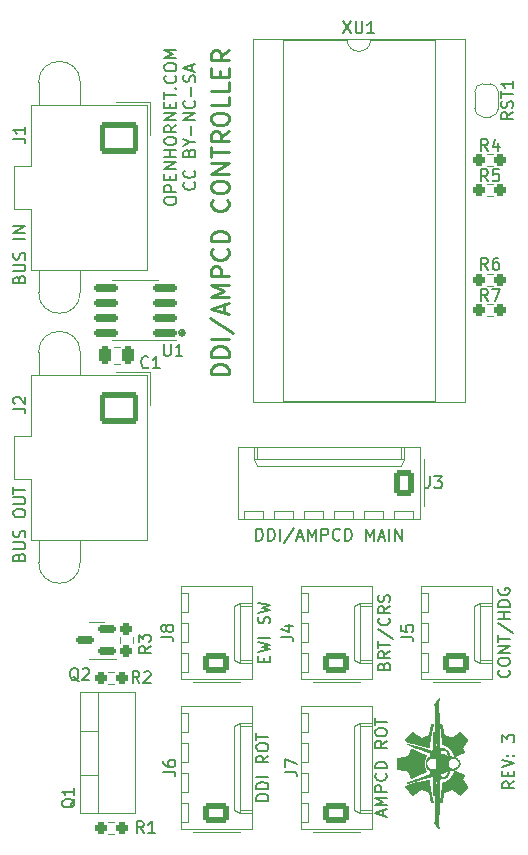
<source format=gbr>
%TF.GenerationSoftware,KiCad,Pcbnew,(6.0.9)*%
%TF.CreationDate,2023-01-21T06:35:56-09:00*%
%TF.ProjectId,CONTROLLER_ AMPCD_DDI,434f4e54-524f-44c4-9c45-522c20414d50,1*%
%TF.SameCoordinates,Original*%
%TF.FileFunction,Legend,Top*%
%TF.FilePolarity,Positive*%
%FSLAX46Y46*%
G04 Gerber Fmt 4.6, Leading zero omitted, Abs format (unit mm)*
G04 Created by KiCad (PCBNEW (6.0.9)) date 2023-01-21 06:35:56*
%MOMM*%
%LPD*%
G01*
G04 APERTURE LIST*
G04 Aperture macros list*
%AMRoundRect*
0 Rectangle with rounded corners*
0 $1 Rounding radius*
0 $2 $3 $4 $5 $6 $7 $8 $9 X,Y pos of 4 corners*
0 Add a 4 corners polygon primitive as box body*
4,1,4,$2,$3,$4,$5,$6,$7,$8,$9,$2,$3,0*
0 Add four circle primitives for the rounded corners*
1,1,$1+$1,$2,$3*
1,1,$1+$1,$4,$5*
1,1,$1+$1,$6,$7*
1,1,$1+$1,$8,$9*
0 Add four rect primitives between the rounded corners*
20,1,$1+$1,$2,$3,$4,$5,0*
20,1,$1+$1,$4,$5,$6,$7,0*
20,1,$1+$1,$6,$7,$8,$9,0*
20,1,$1+$1,$8,$9,$2,$3,0*%
%AMFreePoly0*
4,1,20,0.000000,0.744959,0.073905,0.744508,0.209726,0.703889,0.328688,0.626782,0.421226,0.519385,0.479903,0.390333,0.500000,0.250000,0.500000,-0.250000,0.499851,-0.262216,0.476331,-0.402017,0.414519,-0.529596,0.319384,-0.634700,0.198574,-0.708877,0.061801,-0.746166,0.000000,-0.745033,0.000000,-0.750000,-0.500000,-0.750000,-0.500000,0.750000,0.000000,0.750000,0.000000,0.744959,
0.000000,0.744959,$1*%
%AMFreePoly1*
4,1,22,0.500000,-0.750000,0.000000,-0.750000,0.000000,-0.745033,-0.079941,-0.743568,-0.215256,-0.701293,-0.333266,-0.622738,-0.424486,-0.514219,-0.481581,-0.384460,-0.499164,-0.250000,-0.500000,-0.250000,-0.500000,0.250000,-0.499164,0.250000,-0.499963,0.256109,-0.478152,0.396186,-0.417904,0.524511,-0.324060,0.630769,-0.204165,0.706417,-0.067858,0.745374,0.000000,0.744959,0.000000,0.750000,
0.500000,0.750000,0.500000,-0.750000,0.500000,-0.750000,$1*%
G04 Aperture macros list end*
%ADD10C,0.150000*%
%ADD11C,0.100000*%
%ADD12C,0.250000*%
%ADD13C,0.120000*%
%ADD14C,0.010000*%
%ADD15RoundRect,0.150000X0.825000X0.150000X-0.825000X0.150000X-0.825000X-0.150000X0.825000X-0.150000X0*%
%ADD16RoundRect,0.150000X0.587500X0.150000X-0.587500X0.150000X-0.587500X-0.150000X0.587500X-0.150000X0*%
%ADD17RoundRect,0.237500X0.250000X0.237500X-0.250000X0.237500X-0.250000X-0.237500X0.250000X-0.237500X0*%
%ADD18RoundRect,0.237500X0.237500X-0.250000X0.237500X0.250000X-0.237500X0.250000X-0.237500X-0.250000X0*%
%ADD19RoundRect,0.237500X-0.250000X-0.237500X0.250000X-0.237500X0.250000X0.237500X-0.250000X0.237500X0*%
%ADD20R,2.000000X1.905000*%
%ADD21O,2.000000X1.905000*%
%ADD22RoundRect,0.250000X0.620000X0.845000X-0.620000X0.845000X-0.620000X-0.845000X0.620000X-0.845000X0*%
%ADD23O,1.740000X2.190000*%
%ADD24RoundRect,0.250000X0.845000X-0.620000X0.845000X0.620000X-0.845000X0.620000X-0.845000X-0.620000X0*%
%ADD25O,2.190000X1.740000*%
%ADD26RoundRect,0.250000X-0.250000X-0.475000X0.250000X-0.475000X0.250000X0.475000X-0.250000X0.475000X0*%
%ADD27R,1.600000X1.600000*%
%ADD28O,1.600000X1.600000*%
%ADD29C,3.000000*%
%ADD30RoundRect,0.250001X-1.399999X1.099999X-1.399999X-1.099999X1.399999X-1.099999X1.399999X1.099999X0*%
%ADD31O,3.300000X2.700000*%
%ADD32C,3.200000*%
%ADD33FreePoly0,270.000000*%
%ADD34FreePoly1,270.000000*%
G04 APERTURE END LIST*
D10*
X43632380Y6461334D02*
X43156190Y6128000D01*
X43632380Y5889905D02*
X42632380Y5889905D01*
X42632380Y6270858D01*
X42680000Y6366096D01*
X42727619Y6413715D01*
X42822857Y6461334D01*
X42965714Y6461334D01*
X43060952Y6413715D01*
X43108571Y6366096D01*
X43156190Y6270858D01*
X43156190Y5889905D01*
X43108571Y6889905D02*
X43108571Y7223239D01*
X43632380Y7366096D02*
X43632380Y6889905D01*
X42632380Y6889905D01*
X42632380Y7366096D01*
X42632380Y7651810D02*
X43632380Y7985143D01*
X42632380Y8318477D01*
X43537142Y8651810D02*
X43584761Y8699429D01*
X43632380Y8651810D01*
X43584761Y8604191D01*
X43537142Y8651810D01*
X43632380Y8651810D01*
X43013333Y8651810D02*
X43060952Y8699429D01*
X43108571Y8651810D01*
X43060952Y8604191D01*
X43013333Y8651810D01*
X43108571Y8651810D01*
X42632380Y9794667D02*
X42632380Y10413715D01*
X43013333Y10080381D01*
X43013333Y10223239D01*
X43060952Y10318477D01*
X43108571Y10366096D01*
X43203809Y10413715D01*
X43441904Y10413715D01*
X43537142Y10366096D01*
X43584761Y10318477D01*
X43632380Y10223239D01*
X43632380Y9937524D01*
X43584761Y9842286D01*
X43537142Y9794667D01*
D11*
G36*
X15748000Y44450000D02*
G01*
X15494000Y44196000D01*
X15240000Y44450000D01*
X15494000Y44704000D01*
X15748000Y44450000D01*
G37*
X15748000Y44450000D02*
X15494000Y44196000D01*
X15240000Y44450000D01*
X15494000Y44704000D01*
X15748000Y44450000D01*
D10*
X15748000Y44450000D02*
G75*
G03*
X15748000Y44450000I-254000J0D01*
G01*
X14014380Y55539477D02*
X14014380Y55729953D01*
X14062000Y55825191D01*
X14157238Y55920429D01*
X14347714Y55968048D01*
X14681047Y55968048D01*
X14871523Y55920429D01*
X14966761Y55825191D01*
X15014380Y55729953D01*
X15014380Y55539477D01*
X14966761Y55444239D01*
X14871523Y55349000D01*
X14681047Y55301381D01*
X14347714Y55301381D01*
X14157238Y55349000D01*
X14062000Y55444239D01*
X14014380Y55539477D01*
X15014380Y56396620D02*
X14014380Y56396620D01*
X14014380Y56777572D01*
X14062000Y56872810D01*
X14109619Y56920429D01*
X14204857Y56968048D01*
X14347714Y56968048D01*
X14442952Y56920429D01*
X14490571Y56872810D01*
X14538190Y56777572D01*
X14538190Y56396620D01*
X14490571Y57396620D02*
X14490571Y57729953D01*
X15014380Y57872810D02*
X15014380Y57396620D01*
X14014380Y57396620D01*
X14014380Y57872810D01*
X15014380Y58301381D02*
X14014380Y58301381D01*
X15014380Y58872810D01*
X14014380Y58872810D01*
X15014380Y59349000D02*
X14014380Y59349000D01*
X14490571Y59349000D02*
X14490571Y59920429D01*
X15014380Y59920429D02*
X14014380Y59920429D01*
X14014380Y60587096D02*
X14014380Y60777572D01*
X14062000Y60872810D01*
X14157238Y60968048D01*
X14347714Y61015667D01*
X14681047Y61015667D01*
X14871523Y60968048D01*
X14966761Y60872810D01*
X15014380Y60777572D01*
X15014380Y60587096D01*
X14966761Y60491858D01*
X14871523Y60396620D01*
X14681047Y60349000D01*
X14347714Y60349000D01*
X14157238Y60396620D01*
X14062000Y60491858D01*
X14014380Y60587096D01*
X15014380Y62015667D02*
X14538190Y61682334D01*
X15014380Y61444239D02*
X14014380Y61444239D01*
X14014380Y61825191D01*
X14062000Y61920429D01*
X14109619Y61968048D01*
X14204857Y62015667D01*
X14347714Y62015667D01*
X14442952Y61968048D01*
X14490571Y61920429D01*
X14538190Y61825191D01*
X14538190Y61444239D01*
X15014380Y62444239D02*
X14014380Y62444239D01*
X15014380Y63015667D01*
X14014380Y63015667D01*
X14490571Y63491858D02*
X14490571Y63825191D01*
X15014380Y63968048D02*
X15014380Y63491858D01*
X14014380Y63491858D01*
X14014380Y63968048D01*
X14014380Y64253762D02*
X14014380Y64825191D01*
X15014380Y64539477D02*
X14014380Y64539477D01*
X14919142Y65158524D02*
X14966761Y65206143D01*
X15014380Y65158524D01*
X14966761Y65110905D01*
X14919142Y65158524D01*
X15014380Y65158524D01*
X14919142Y66206143D02*
X14966761Y66158524D01*
X15014380Y66015667D01*
X15014380Y65920429D01*
X14966761Y65777572D01*
X14871523Y65682334D01*
X14776285Y65634715D01*
X14585809Y65587096D01*
X14442952Y65587096D01*
X14252476Y65634715D01*
X14157238Y65682334D01*
X14062000Y65777572D01*
X14014380Y65920429D01*
X14014380Y66015667D01*
X14062000Y66158524D01*
X14109619Y66206143D01*
X14014380Y66825191D02*
X14014380Y67015667D01*
X14062000Y67110905D01*
X14157238Y67206143D01*
X14347714Y67253762D01*
X14681047Y67253762D01*
X14871523Y67206143D01*
X14966761Y67110905D01*
X15014380Y67015667D01*
X15014380Y66825191D01*
X14966761Y66729953D01*
X14871523Y66634715D01*
X14681047Y66587096D01*
X14347714Y66587096D01*
X14157238Y66634715D01*
X14062000Y66729953D01*
X14014380Y66825191D01*
X15014380Y67682334D02*
X14014380Y67682334D01*
X14728666Y68015667D01*
X14014380Y68349000D01*
X15014380Y68349000D01*
X16529142Y57182334D02*
X16576761Y57134715D01*
X16624380Y56991858D01*
X16624380Y56896620D01*
X16576761Y56753762D01*
X16481523Y56658524D01*
X16386285Y56610905D01*
X16195809Y56563286D01*
X16052952Y56563286D01*
X15862476Y56610905D01*
X15767238Y56658524D01*
X15672000Y56753762D01*
X15624380Y56896620D01*
X15624380Y56991858D01*
X15672000Y57134715D01*
X15719619Y57182334D01*
X16529142Y58182334D02*
X16576761Y58134715D01*
X16624380Y57991858D01*
X16624380Y57896620D01*
X16576761Y57753762D01*
X16481523Y57658524D01*
X16386285Y57610905D01*
X16195809Y57563286D01*
X16052952Y57563286D01*
X15862476Y57610905D01*
X15767238Y57658524D01*
X15672000Y57753762D01*
X15624380Y57896620D01*
X15624380Y57991858D01*
X15672000Y58134715D01*
X15719619Y58182334D01*
X16100571Y59706143D02*
X16148190Y59849000D01*
X16195809Y59896620D01*
X16291047Y59944239D01*
X16433904Y59944239D01*
X16529142Y59896620D01*
X16576761Y59849000D01*
X16624380Y59753762D01*
X16624380Y59372810D01*
X15624380Y59372810D01*
X15624380Y59706143D01*
X15672000Y59801381D01*
X15719619Y59849000D01*
X15814857Y59896620D01*
X15910095Y59896620D01*
X16005333Y59849000D01*
X16052952Y59801381D01*
X16100571Y59706143D01*
X16100571Y59372810D01*
X16148190Y60563286D02*
X16624380Y60563286D01*
X15624380Y60229953D02*
X16148190Y60563286D01*
X15624380Y60896620D01*
X16243428Y61229953D02*
X16243428Y61991858D01*
X16624380Y62468048D02*
X15624380Y62468048D01*
X16624380Y63039477D01*
X15624380Y63039477D01*
X16529142Y64087096D02*
X16576761Y64039477D01*
X16624380Y63896620D01*
X16624380Y63801381D01*
X16576761Y63658524D01*
X16481523Y63563286D01*
X16386285Y63515667D01*
X16195809Y63468048D01*
X16052952Y63468048D01*
X15862476Y63515667D01*
X15767238Y63563286D01*
X15672000Y63658524D01*
X15624380Y63801381D01*
X15624380Y63896620D01*
X15672000Y64039477D01*
X15719619Y64087096D01*
X16243428Y64515667D02*
X16243428Y65277572D01*
X16576761Y65706143D02*
X16624380Y65849000D01*
X16624380Y66087096D01*
X16576761Y66182334D01*
X16529142Y66229953D01*
X16433904Y66277572D01*
X16338666Y66277572D01*
X16243428Y66229953D01*
X16195809Y66182334D01*
X16148190Y66087096D01*
X16100571Y65896620D01*
X16052952Y65801381D01*
X16005333Y65753762D01*
X15910095Y65706143D01*
X15814857Y65706143D01*
X15719619Y65753762D01*
X15672000Y65801381D01*
X15624380Y65896620D01*
X15624380Y66134715D01*
X15672000Y66277572D01*
X16338666Y66658524D02*
X16338666Y67134715D01*
X16624380Y66563286D02*
X15624380Y66896620D01*
X16624380Y67229953D01*
D12*
X19474571Y40931429D02*
X17974571Y40931429D01*
X17974571Y41288572D01*
X18046000Y41502858D01*
X18188857Y41645715D01*
X18331714Y41717143D01*
X18617428Y41788572D01*
X18831714Y41788572D01*
X19117428Y41717143D01*
X19260285Y41645715D01*
X19403142Y41502858D01*
X19474571Y41288572D01*
X19474571Y40931429D01*
X19474571Y42431429D02*
X17974571Y42431429D01*
X17974571Y42788572D01*
X18046000Y43002858D01*
X18188857Y43145715D01*
X18331714Y43217143D01*
X18617428Y43288572D01*
X18831714Y43288572D01*
X19117428Y43217143D01*
X19260285Y43145715D01*
X19403142Y43002858D01*
X19474571Y42788572D01*
X19474571Y42431429D01*
X19474571Y43931429D02*
X17974571Y43931429D01*
X17903142Y45717143D02*
X19831714Y44431429D01*
X19046000Y46145715D02*
X19046000Y46860000D01*
X19474571Y46002858D02*
X17974571Y46502858D01*
X19474571Y47002858D01*
X19474571Y47502858D02*
X17974571Y47502858D01*
X19046000Y48002858D01*
X17974571Y48502858D01*
X19474571Y48502858D01*
X19474571Y49217143D02*
X17974571Y49217143D01*
X17974571Y49788572D01*
X18046000Y49931429D01*
X18117428Y50002858D01*
X18260285Y50074286D01*
X18474571Y50074286D01*
X18617428Y50002858D01*
X18688857Y49931429D01*
X18760285Y49788572D01*
X18760285Y49217143D01*
X19331714Y51574286D02*
X19403142Y51502858D01*
X19474571Y51288572D01*
X19474571Y51145715D01*
X19403142Y50931429D01*
X19260285Y50788572D01*
X19117428Y50717143D01*
X18831714Y50645715D01*
X18617428Y50645715D01*
X18331714Y50717143D01*
X18188857Y50788572D01*
X18046000Y50931429D01*
X17974571Y51145715D01*
X17974571Y51288572D01*
X18046000Y51502858D01*
X18117428Y51574286D01*
X19474571Y52217143D02*
X17974571Y52217143D01*
X17974571Y52574286D01*
X18046000Y52788572D01*
X18188857Y52931429D01*
X18331714Y53002858D01*
X18617428Y53074286D01*
X18831714Y53074286D01*
X19117428Y53002858D01*
X19260285Y52931429D01*
X19403142Y52788572D01*
X19474571Y52574286D01*
X19474571Y52217143D01*
X19331714Y55717143D02*
X19403142Y55645715D01*
X19474571Y55431429D01*
X19474571Y55288572D01*
X19403142Y55074286D01*
X19260285Y54931429D01*
X19117428Y54860000D01*
X18831714Y54788572D01*
X18617428Y54788572D01*
X18331714Y54860000D01*
X18188857Y54931429D01*
X18046000Y55074286D01*
X17974571Y55288572D01*
X17974571Y55431429D01*
X18046000Y55645715D01*
X18117428Y55717143D01*
X17974571Y56645715D02*
X17974571Y56931429D01*
X18046000Y57074286D01*
X18188857Y57217143D01*
X18474571Y57288572D01*
X18974571Y57288572D01*
X19260285Y57217143D01*
X19403142Y57074286D01*
X19474571Y56931429D01*
X19474571Y56645715D01*
X19403142Y56502858D01*
X19260285Y56360000D01*
X18974571Y56288572D01*
X18474571Y56288572D01*
X18188857Y56360000D01*
X18046000Y56502858D01*
X17974571Y56645715D01*
X19474571Y57931429D02*
X17974571Y57931429D01*
X19474571Y58788572D01*
X17974571Y58788572D01*
X17974571Y59288572D02*
X17974571Y60145715D01*
X19474571Y59717143D02*
X17974571Y59717143D01*
X19474571Y61502858D02*
X18760285Y61002858D01*
X19474571Y60645715D02*
X17974571Y60645715D01*
X17974571Y61217143D01*
X18046000Y61360000D01*
X18117428Y61431429D01*
X18260285Y61502858D01*
X18474571Y61502858D01*
X18617428Y61431429D01*
X18688857Y61360000D01*
X18760285Y61217143D01*
X18760285Y60645715D01*
X17974571Y62431429D02*
X17974571Y62717143D01*
X18046000Y62860000D01*
X18188857Y63002858D01*
X18474571Y63074286D01*
X18974571Y63074286D01*
X19260285Y63002858D01*
X19403142Y62860000D01*
X19474571Y62717143D01*
X19474571Y62431429D01*
X19403142Y62288572D01*
X19260285Y62145715D01*
X18974571Y62074286D01*
X18474571Y62074286D01*
X18188857Y62145715D01*
X18046000Y62288572D01*
X17974571Y62431429D01*
X19474571Y64431429D02*
X19474571Y63717143D01*
X17974571Y63717143D01*
X19474571Y65645715D02*
X19474571Y64931429D01*
X17974571Y64931429D01*
X18688857Y66145715D02*
X18688857Y66645715D01*
X19474571Y66860000D02*
X19474571Y66145715D01*
X17974571Y66145715D01*
X17974571Y66860000D01*
X19474571Y68360000D02*
X18760285Y67860000D01*
X19474571Y67502858D02*
X17974571Y67502858D01*
X17974571Y68074286D01*
X18046000Y68217143D01*
X18117428Y68288572D01*
X18260285Y68360000D01*
X18474571Y68360000D01*
X18617428Y68288572D01*
X18688857Y68217143D01*
X18760285Y68074286D01*
X18760285Y67502858D01*
D10*
%TO.C,U1*%
X13970095Y43502620D02*
X13970095Y42693096D01*
X14017714Y42597858D01*
X14065333Y42550239D01*
X14160571Y42502620D01*
X14351047Y42502620D01*
X14446285Y42550239D01*
X14493904Y42597858D01*
X14541523Y42693096D01*
X14541523Y43502620D01*
X15541523Y42502620D02*
X14970095Y42502620D01*
X15255809Y42502620D02*
X15255809Y43502620D01*
X15160571Y43359762D01*
X15065333Y43264524D01*
X14970095Y43216905D01*
%TO.C,Q2*%
X6762761Y14946381D02*
X6667523Y14994000D01*
X6572285Y15089239D01*
X6429428Y15232096D01*
X6334190Y15279715D01*
X6238952Y15279715D01*
X6286571Y15041620D02*
X6191333Y15089239D01*
X6096095Y15184477D01*
X6048476Y15374953D01*
X6048476Y15708286D01*
X6096095Y15898762D01*
X6191333Y15994000D01*
X6286571Y16041620D01*
X6477047Y16041620D01*
X6572285Y15994000D01*
X6667523Y15898762D01*
X6715142Y15708286D01*
X6715142Y15374953D01*
X6667523Y15184477D01*
X6572285Y15089239D01*
X6477047Y15041620D01*
X6286571Y15041620D01*
X7096095Y15946381D02*
X7143714Y15994000D01*
X7238952Y16041620D01*
X7477047Y16041620D01*
X7572285Y15994000D01*
X7619904Y15946381D01*
X7667523Y15851143D01*
X7667523Y15755905D01*
X7619904Y15613048D01*
X7048476Y15041620D01*
X7667523Y15041620D01*
%TO.C,R5*%
X41408333Y57282620D02*
X41075000Y57758810D01*
X40836904Y57282620D02*
X40836904Y58282620D01*
X41217857Y58282620D01*
X41313095Y58235000D01*
X41360714Y58187381D01*
X41408333Y58092143D01*
X41408333Y57949286D01*
X41360714Y57854048D01*
X41313095Y57806429D01*
X41217857Y57758810D01*
X40836904Y57758810D01*
X42313095Y58282620D02*
X41836904Y58282620D01*
X41789285Y57806429D01*
X41836904Y57854048D01*
X41932142Y57901667D01*
X42170238Y57901667D01*
X42265476Y57854048D01*
X42313095Y57806429D01*
X42360714Y57711191D01*
X42360714Y57473096D01*
X42313095Y57377858D01*
X42265476Y57330239D01*
X42170238Y57282620D01*
X41932142Y57282620D01*
X41836904Y57330239D01*
X41789285Y57377858D01*
%TO.C,R3*%
X12834880Y17930834D02*
X12358690Y17597500D01*
X12834880Y17359405D02*
X11834880Y17359405D01*
X11834880Y17740358D01*
X11882500Y17835596D01*
X11930119Y17883215D01*
X12025357Y17930834D01*
X12168214Y17930834D01*
X12263452Y17883215D01*
X12311071Y17835596D01*
X12358690Y17740358D01*
X12358690Y17359405D01*
X11834880Y18264167D02*
X11834880Y18883215D01*
X12215833Y18549881D01*
X12215833Y18692739D01*
X12263452Y18787977D01*
X12311071Y18835596D01*
X12406309Y18883215D01*
X12644404Y18883215D01*
X12739642Y18835596D01*
X12787261Y18787977D01*
X12834880Y18692739D01*
X12834880Y18407024D01*
X12787261Y18311786D01*
X12739642Y18264167D01*
%TO.C,R2*%
X11898333Y14787620D02*
X11565000Y15263810D01*
X11326904Y14787620D02*
X11326904Y15787620D01*
X11707857Y15787620D01*
X11803095Y15740000D01*
X11850714Y15692381D01*
X11898333Y15597143D01*
X11898333Y15454286D01*
X11850714Y15359048D01*
X11803095Y15311429D01*
X11707857Y15263810D01*
X11326904Y15263810D01*
X12279285Y15692381D02*
X12326904Y15740000D01*
X12422142Y15787620D01*
X12660238Y15787620D01*
X12755476Y15740000D01*
X12803095Y15692381D01*
X12850714Y15597143D01*
X12850714Y15501905D01*
X12803095Y15359048D01*
X12231666Y14787620D01*
X12850714Y14787620D01*
%TO.C,R1*%
X12255833Y2087620D02*
X11922500Y2563810D01*
X11684404Y2087620D02*
X11684404Y3087620D01*
X12065357Y3087620D01*
X12160595Y3040000D01*
X12208214Y2992381D01*
X12255833Y2897143D01*
X12255833Y2754286D01*
X12208214Y2659048D01*
X12160595Y2611429D01*
X12065357Y2563810D01*
X11684404Y2563810D01*
X13208214Y2087620D02*
X12636785Y2087620D01*
X12922500Y2087620D02*
X12922500Y3087620D01*
X12827261Y2944762D01*
X12732023Y2849524D01*
X12636785Y2801905D01*
%TO.C,R7*%
X41408333Y47132620D02*
X41075000Y47608810D01*
X40836904Y47132620D02*
X40836904Y48132620D01*
X41217857Y48132620D01*
X41313095Y48085000D01*
X41360714Y48037381D01*
X41408333Y47942143D01*
X41408333Y47799286D01*
X41360714Y47704048D01*
X41313095Y47656429D01*
X41217857Y47608810D01*
X40836904Y47608810D01*
X41741666Y48132620D02*
X42408333Y48132620D01*
X41979761Y47132620D01*
%TO.C,R6*%
X41408333Y49792620D02*
X41075000Y50268810D01*
X40836904Y49792620D02*
X40836904Y50792620D01*
X41217857Y50792620D01*
X41313095Y50745000D01*
X41360714Y50697381D01*
X41408333Y50602143D01*
X41408333Y50459286D01*
X41360714Y50364048D01*
X41313095Y50316429D01*
X41217857Y50268810D01*
X40836904Y50268810D01*
X42265476Y50792620D02*
X42075000Y50792620D01*
X41979761Y50745000D01*
X41932142Y50697381D01*
X41836904Y50554524D01*
X41789285Y50364048D01*
X41789285Y49983096D01*
X41836904Y49887858D01*
X41884523Y49840239D01*
X41979761Y49792620D01*
X42170238Y49792620D01*
X42265476Y49840239D01*
X42313095Y49887858D01*
X42360714Y49983096D01*
X42360714Y50221191D01*
X42313095Y50316429D01*
X42265476Y50364048D01*
X42170238Y50411667D01*
X41979761Y50411667D01*
X41884523Y50364048D01*
X41836904Y50316429D01*
X41789285Y50221191D01*
%TO.C,R4*%
X41408333Y59832620D02*
X41075000Y60308810D01*
X40836904Y59832620D02*
X40836904Y60832620D01*
X41217857Y60832620D01*
X41313095Y60785000D01*
X41360714Y60737381D01*
X41408333Y60642143D01*
X41408333Y60499286D01*
X41360714Y60404048D01*
X41313095Y60356429D01*
X41217857Y60308810D01*
X40836904Y60308810D01*
X42265476Y60499286D02*
X42265476Y59832620D01*
X42027380Y60880239D02*
X41789285Y60165953D01*
X42408333Y60165953D01*
%TO.C,Q1*%
X6437619Y4984762D02*
X6390000Y4889524D01*
X6294761Y4794286D01*
X6151904Y4651429D01*
X6104285Y4556191D01*
X6104285Y4460953D01*
X6342380Y4508572D02*
X6294761Y4413334D01*
X6199523Y4318096D01*
X6009047Y4270477D01*
X5675714Y4270477D01*
X5485238Y4318096D01*
X5390000Y4413334D01*
X5342380Y4508572D01*
X5342380Y4699048D01*
X5390000Y4794286D01*
X5485238Y4889524D01*
X5675714Y4937143D01*
X6009047Y4937143D01*
X6199523Y4889524D01*
X6294761Y4794286D01*
X6342380Y4699048D01*
X6342380Y4508572D01*
X6342380Y5889524D02*
X6342380Y5318096D01*
X6342380Y5603810D02*
X5342380Y5603810D01*
X5485238Y5508572D01*
X5580476Y5413334D01*
X5628095Y5318096D01*
%TO.C,J3*%
X36496666Y32297620D02*
X36496666Y31583334D01*
X36449047Y31440477D01*
X36353809Y31345239D01*
X36210952Y31297620D01*
X36115714Y31297620D01*
X36877619Y32297620D02*
X37496666Y32297620D01*
X37163333Y31916667D01*
X37306190Y31916667D01*
X37401428Y31869048D01*
X37449047Y31821429D01*
X37496666Y31726191D01*
X37496666Y31488096D01*
X37449047Y31392858D01*
X37401428Y31345239D01*
X37306190Y31297620D01*
X37020476Y31297620D01*
X36925238Y31345239D01*
X36877619Y31392858D01*
X21773333Y26852620D02*
X21773333Y27852620D01*
X22011428Y27852620D01*
X22154285Y27805000D01*
X22249523Y27709762D01*
X22297142Y27614524D01*
X22344761Y27424048D01*
X22344761Y27281191D01*
X22297142Y27090715D01*
X22249523Y26995477D01*
X22154285Y26900239D01*
X22011428Y26852620D01*
X21773333Y26852620D01*
X22773333Y26852620D02*
X22773333Y27852620D01*
X23011428Y27852620D01*
X23154285Y27805000D01*
X23249523Y27709762D01*
X23297142Y27614524D01*
X23344761Y27424048D01*
X23344761Y27281191D01*
X23297142Y27090715D01*
X23249523Y26995477D01*
X23154285Y26900239D01*
X23011428Y26852620D01*
X22773333Y26852620D01*
X23773333Y26852620D02*
X23773333Y27852620D01*
X24963809Y27900239D02*
X24106666Y26614524D01*
X25249523Y27138334D02*
X25725714Y27138334D01*
X25154285Y26852620D02*
X25487619Y27852620D01*
X25820952Y26852620D01*
X26154285Y26852620D02*
X26154285Y27852620D01*
X26487619Y27138334D01*
X26820952Y27852620D01*
X26820952Y26852620D01*
X27297142Y26852620D02*
X27297142Y27852620D01*
X27678095Y27852620D01*
X27773333Y27805000D01*
X27820952Y27757381D01*
X27868571Y27662143D01*
X27868571Y27519286D01*
X27820952Y27424048D01*
X27773333Y27376429D01*
X27678095Y27328810D01*
X27297142Y27328810D01*
X28868571Y26947858D02*
X28820952Y26900239D01*
X28678095Y26852620D01*
X28582857Y26852620D01*
X28440000Y26900239D01*
X28344761Y26995477D01*
X28297142Y27090715D01*
X28249523Y27281191D01*
X28249523Y27424048D01*
X28297142Y27614524D01*
X28344761Y27709762D01*
X28440000Y27805000D01*
X28582857Y27852620D01*
X28678095Y27852620D01*
X28820952Y27805000D01*
X28868571Y27757381D01*
X29297142Y26852620D02*
X29297142Y27852620D01*
X29535238Y27852620D01*
X29678095Y27805000D01*
X29773333Y27709762D01*
X29820952Y27614524D01*
X29868571Y27424048D01*
X29868571Y27281191D01*
X29820952Y27090715D01*
X29773333Y26995477D01*
X29678095Y26900239D01*
X29535238Y26852620D01*
X29297142Y26852620D01*
X31059047Y26852620D02*
X31059047Y27852620D01*
X31392380Y27138334D01*
X31725714Y27852620D01*
X31725714Y26852620D01*
X32154285Y27138334D02*
X32630476Y27138334D01*
X32059047Y26852620D02*
X32392380Y27852620D01*
X32725714Y26852620D01*
X33059047Y26852620D02*
X33059047Y27852620D01*
X33535238Y26852620D02*
X33535238Y27852620D01*
X34106666Y26852620D01*
X34106666Y27852620D01*
%TO.C,J7*%
X24217380Y7286667D02*
X24931666Y7286667D01*
X25074523Y7239048D01*
X25169761Y7143810D01*
X25217380Y7000953D01*
X25217380Y6905715D01*
X24217380Y7667620D02*
X24217380Y8334286D01*
X25217380Y7905715D01*
X32551666Y3524762D02*
X32551666Y4000953D01*
X32837380Y3429524D02*
X31837380Y3762858D01*
X32837380Y4096191D01*
X32837380Y4429524D02*
X31837380Y4429524D01*
X32551666Y4762858D01*
X31837380Y5096191D01*
X32837380Y5096191D01*
X32837380Y5572381D02*
X31837380Y5572381D01*
X31837380Y5953334D01*
X31885000Y6048572D01*
X31932619Y6096191D01*
X32027857Y6143810D01*
X32170714Y6143810D01*
X32265952Y6096191D01*
X32313571Y6048572D01*
X32361190Y5953334D01*
X32361190Y5572381D01*
X32742142Y7143810D02*
X32789761Y7096191D01*
X32837380Y6953334D01*
X32837380Y6858096D01*
X32789761Y6715239D01*
X32694523Y6620000D01*
X32599285Y6572381D01*
X32408809Y6524762D01*
X32265952Y6524762D01*
X32075476Y6572381D01*
X31980238Y6620000D01*
X31885000Y6715239D01*
X31837380Y6858096D01*
X31837380Y6953334D01*
X31885000Y7096191D01*
X31932619Y7143810D01*
X32837380Y7572381D02*
X31837380Y7572381D01*
X31837380Y7810477D01*
X31885000Y7953334D01*
X31980238Y8048572D01*
X32075476Y8096191D01*
X32265952Y8143810D01*
X32408809Y8143810D01*
X32599285Y8096191D01*
X32694523Y8048572D01*
X32789761Y7953334D01*
X32837380Y7810477D01*
X32837380Y7572381D01*
X32837380Y9905715D02*
X32361190Y9572381D01*
X32837380Y9334286D02*
X31837380Y9334286D01*
X31837380Y9715239D01*
X31885000Y9810477D01*
X31932619Y9858096D01*
X32027857Y9905715D01*
X32170714Y9905715D01*
X32265952Y9858096D01*
X32313571Y9810477D01*
X32361190Y9715239D01*
X32361190Y9334286D01*
X31837380Y10524762D02*
X31837380Y10715239D01*
X31885000Y10810477D01*
X31980238Y10905715D01*
X32170714Y10953334D01*
X32504047Y10953334D01*
X32694523Y10905715D01*
X32789761Y10810477D01*
X32837380Y10715239D01*
X32837380Y10524762D01*
X32789761Y10429524D01*
X32694523Y10334286D01*
X32504047Y10286667D01*
X32170714Y10286667D01*
X31980238Y10334286D01*
X31885000Y10429524D01*
X31837380Y10524762D01*
X31837380Y11239048D02*
X31837380Y11810477D01*
X32837380Y11524762D02*
X31837380Y11524762D01*
%TO.C,J6*%
X13930380Y7286667D02*
X14644666Y7286667D01*
X14787523Y7239048D01*
X14882761Y7143810D01*
X14930380Y7000953D01*
X14930380Y6905715D01*
X13930380Y8191429D02*
X13930380Y8000953D01*
X13978000Y7905715D01*
X14025619Y7858096D01*
X14168476Y7762858D01*
X14358952Y7715239D01*
X14739904Y7715239D01*
X14835142Y7762858D01*
X14882761Y7810477D01*
X14930380Y7905715D01*
X14930380Y8096191D01*
X14882761Y8191429D01*
X14835142Y8239048D01*
X14739904Y8286667D01*
X14501809Y8286667D01*
X14406571Y8239048D01*
X14358952Y8191429D01*
X14311333Y8096191D01*
X14311333Y7905715D01*
X14358952Y7810477D01*
X14406571Y7762858D01*
X14501809Y7715239D01*
X22804380Y4834286D02*
X21804380Y4834286D01*
X21804380Y5072381D01*
X21852000Y5215239D01*
X21947238Y5310477D01*
X22042476Y5358096D01*
X22232952Y5405715D01*
X22375809Y5405715D01*
X22566285Y5358096D01*
X22661523Y5310477D01*
X22756761Y5215239D01*
X22804380Y5072381D01*
X22804380Y4834286D01*
X22804380Y5834286D02*
X21804380Y5834286D01*
X21804380Y6072381D01*
X21852000Y6215239D01*
X21947238Y6310477D01*
X22042476Y6358096D01*
X22232952Y6405715D01*
X22375809Y6405715D01*
X22566285Y6358096D01*
X22661523Y6310477D01*
X22756761Y6215239D01*
X22804380Y6072381D01*
X22804380Y5834286D01*
X22804380Y6834286D02*
X21804380Y6834286D01*
X22804380Y8643810D02*
X22328190Y8310477D01*
X22804380Y8072381D02*
X21804380Y8072381D01*
X21804380Y8453334D01*
X21852000Y8548572D01*
X21899619Y8596191D01*
X21994857Y8643810D01*
X22137714Y8643810D01*
X22232952Y8596191D01*
X22280571Y8548572D01*
X22328190Y8453334D01*
X22328190Y8072381D01*
X21804380Y9262858D02*
X21804380Y9453334D01*
X21852000Y9548572D01*
X21947238Y9643810D01*
X22137714Y9691429D01*
X22471047Y9691429D01*
X22661523Y9643810D01*
X22756761Y9548572D01*
X22804380Y9453334D01*
X22804380Y9262858D01*
X22756761Y9167620D01*
X22661523Y9072381D01*
X22471047Y9024762D01*
X22137714Y9024762D01*
X21947238Y9072381D01*
X21852000Y9167620D01*
X21804380Y9262858D01*
X21804380Y9977143D02*
X21804380Y10548572D01*
X22804380Y10262858D02*
X21804380Y10262858D01*
%TO.C,C1*%
X12660333Y41552858D02*
X12612714Y41505239D01*
X12469857Y41457620D01*
X12374619Y41457620D01*
X12231761Y41505239D01*
X12136523Y41600477D01*
X12088904Y41695715D01*
X12041285Y41886191D01*
X12041285Y42029048D01*
X12088904Y42219524D01*
X12136523Y42314762D01*
X12231761Y42410000D01*
X12374619Y42457620D01*
X12469857Y42457620D01*
X12612714Y42410000D01*
X12660333Y42362381D01*
X13612714Y41457620D02*
X13041285Y41457620D01*
X13327000Y41457620D02*
X13327000Y42457620D01*
X13231761Y42314762D01*
X13136523Y42219524D01*
X13041285Y42171905D01*
%TO.C,J4*%
X23907380Y18716667D02*
X24621666Y18716667D01*
X24764523Y18669048D01*
X24859761Y18573810D01*
X24907380Y18430953D01*
X24907380Y18335715D01*
X24240714Y19621429D02*
X24907380Y19621429D01*
X23859761Y19383334D02*
X24574047Y19145239D01*
X24574047Y19764286D01*
X32583571Y16240477D02*
X32631190Y16383334D01*
X32678809Y16430953D01*
X32774047Y16478572D01*
X32916904Y16478572D01*
X33012142Y16430953D01*
X33059761Y16383334D01*
X33107380Y16288096D01*
X33107380Y15907143D01*
X32107380Y15907143D01*
X32107380Y16240477D01*
X32155000Y16335715D01*
X32202619Y16383334D01*
X32297857Y16430953D01*
X32393095Y16430953D01*
X32488333Y16383334D01*
X32535952Y16335715D01*
X32583571Y16240477D01*
X32583571Y15907143D01*
X33107380Y17478572D02*
X32631190Y17145239D01*
X33107380Y16907143D02*
X32107380Y16907143D01*
X32107380Y17288096D01*
X32155000Y17383334D01*
X32202619Y17430953D01*
X32297857Y17478572D01*
X32440714Y17478572D01*
X32535952Y17430953D01*
X32583571Y17383334D01*
X32631190Y17288096D01*
X32631190Y16907143D01*
X32107380Y17764286D02*
X32107380Y18335715D01*
X33107380Y18050000D02*
X32107380Y18050000D01*
X32059761Y19383334D02*
X33345476Y18526191D01*
X33012142Y20288096D02*
X33059761Y20240477D01*
X33107380Y20097620D01*
X33107380Y20002381D01*
X33059761Y19859524D01*
X32964523Y19764286D01*
X32869285Y19716667D01*
X32678809Y19669048D01*
X32535952Y19669048D01*
X32345476Y19716667D01*
X32250238Y19764286D01*
X32155000Y19859524D01*
X32107380Y20002381D01*
X32107380Y20097620D01*
X32155000Y20240477D01*
X32202619Y20288096D01*
X33107380Y21288096D02*
X32631190Y20954762D01*
X33107380Y20716667D02*
X32107380Y20716667D01*
X32107380Y21097620D01*
X32155000Y21192858D01*
X32202619Y21240477D01*
X32297857Y21288096D01*
X32440714Y21288096D01*
X32535952Y21240477D01*
X32583571Y21192858D01*
X32631190Y21097620D01*
X32631190Y20716667D01*
X33059761Y21669048D02*
X33107380Y21811905D01*
X33107380Y22050000D01*
X33059761Y22145239D01*
X33012142Y22192858D01*
X32916904Y22240477D01*
X32821666Y22240477D01*
X32726428Y22192858D01*
X32678809Y22145239D01*
X32631190Y22050000D01*
X32583571Y21859524D01*
X32535952Y21764286D01*
X32488333Y21716667D01*
X32393095Y21669048D01*
X32297857Y21669048D01*
X32202619Y21716667D01*
X32155000Y21764286D01*
X32107380Y21859524D01*
X32107380Y22097620D01*
X32155000Y22240477D01*
%TO.C,J5*%
X34067380Y18716667D02*
X34781666Y18716667D01*
X34924523Y18669048D01*
X35019761Y18573810D01*
X35067380Y18430953D01*
X35067380Y18335715D01*
X34067380Y19669048D02*
X34067380Y19192858D01*
X34543571Y19145239D01*
X34495952Y19192858D01*
X34448333Y19288096D01*
X34448333Y19526191D01*
X34495952Y19621429D01*
X34543571Y19669048D01*
X34638809Y19716667D01*
X34876904Y19716667D01*
X34972142Y19669048D01*
X35019761Y19621429D01*
X35067380Y19526191D01*
X35067380Y19288096D01*
X35019761Y19192858D01*
X34972142Y19145239D01*
X43172142Y15883334D02*
X43219761Y15835715D01*
X43267380Y15692858D01*
X43267380Y15597620D01*
X43219761Y15454762D01*
X43124523Y15359524D01*
X43029285Y15311905D01*
X42838809Y15264286D01*
X42695952Y15264286D01*
X42505476Y15311905D01*
X42410238Y15359524D01*
X42315000Y15454762D01*
X42267380Y15597620D01*
X42267380Y15692858D01*
X42315000Y15835715D01*
X42362619Y15883334D01*
X42267380Y16502381D02*
X42267380Y16692858D01*
X42315000Y16788096D01*
X42410238Y16883334D01*
X42600714Y16930953D01*
X42934047Y16930953D01*
X43124523Y16883334D01*
X43219761Y16788096D01*
X43267380Y16692858D01*
X43267380Y16502381D01*
X43219761Y16407143D01*
X43124523Y16311905D01*
X42934047Y16264286D01*
X42600714Y16264286D01*
X42410238Y16311905D01*
X42315000Y16407143D01*
X42267380Y16502381D01*
X43267380Y17359524D02*
X42267380Y17359524D01*
X43267380Y17930953D01*
X42267380Y17930953D01*
X42267380Y18264286D02*
X42267380Y18835715D01*
X43267380Y18550000D02*
X42267380Y18550000D01*
X42219761Y19883334D02*
X43505476Y19026191D01*
X43267380Y20216667D02*
X42267380Y20216667D01*
X42743571Y20216667D02*
X42743571Y20788096D01*
X43267380Y20788096D02*
X42267380Y20788096D01*
X43267380Y21264286D02*
X42267380Y21264286D01*
X42267380Y21502381D01*
X42315000Y21645239D01*
X42410238Y21740477D01*
X42505476Y21788096D01*
X42695952Y21835715D01*
X42838809Y21835715D01*
X43029285Y21788096D01*
X43124523Y21740477D01*
X43219761Y21645239D01*
X43267380Y21502381D01*
X43267380Y21264286D01*
X42315000Y22788096D02*
X42267380Y22692858D01*
X42267380Y22550000D01*
X42315000Y22407143D01*
X42410238Y22311905D01*
X42505476Y22264286D01*
X42695952Y22216667D01*
X42838809Y22216667D01*
X43029285Y22264286D01*
X43124523Y22311905D01*
X43219761Y22407143D01*
X43267380Y22550000D01*
X43267380Y22645239D01*
X43219761Y22788096D01*
X43172142Y22835715D01*
X42838809Y22835715D01*
X42838809Y22645239D01*
%TO.C,J8*%
X13747380Y18716667D02*
X14461666Y18716667D01*
X14604523Y18669048D01*
X14699761Y18573810D01*
X14747380Y18430953D01*
X14747380Y18335715D01*
X14175952Y19335715D02*
X14128333Y19240477D01*
X14080714Y19192858D01*
X13985476Y19145239D01*
X13937857Y19145239D01*
X13842619Y19192858D01*
X13795000Y19240477D01*
X13747380Y19335715D01*
X13747380Y19526191D01*
X13795000Y19621429D01*
X13842619Y19669048D01*
X13937857Y19716667D01*
X13985476Y19716667D01*
X14080714Y19669048D01*
X14128333Y19621429D01*
X14175952Y19526191D01*
X14175952Y19335715D01*
X14223571Y19240477D01*
X14271190Y19192858D01*
X14366428Y19145239D01*
X14556904Y19145239D01*
X14652142Y19192858D01*
X14699761Y19240477D01*
X14747380Y19335715D01*
X14747380Y19526191D01*
X14699761Y19621429D01*
X14652142Y19669048D01*
X14556904Y19716667D01*
X14366428Y19716667D01*
X14271190Y19669048D01*
X14223571Y19621429D01*
X14175952Y19526191D01*
X22423571Y16597620D02*
X22423571Y16930953D01*
X22947380Y17073810D02*
X22947380Y16597620D01*
X21947380Y16597620D01*
X21947380Y17073810D01*
X21947380Y17407143D02*
X22947380Y17645239D01*
X22233095Y17835715D01*
X22947380Y18026191D01*
X21947380Y18264286D01*
X22947380Y18645239D02*
X21947380Y18645239D01*
X22899761Y19835715D02*
X22947380Y19978572D01*
X22947380Y20216667D01*
X22899761Y20311905D01*
X22852142Y20359524D01*
X22756904Y20407143D01*
X22661666Y20407143D01*
X22566428Y20359524D01*
X22518809Y20311905D01*
X22471190Y20216667D01*
X22423571Y20026191D01*
X22375952Y19930953D01*
X22328333Y19883334D01*
X22233095Y19835715D01*
X22137857Y19835715D01*
X22042619Y19883334D01*
X21995000Y19930953D01*
X21947380Y20026191D01*
X21947380Y20264286D01*
X21995000Y20407143D01*
X21947380Y20740477D02*
X22947380Y20978572D01*
X22233095Y21169048D01*
X22947380Y21359524D01*
X21947380Y21597620D01*
%TO.C,XU1*%
X29146666Y70822620D02*
X29813333Y69822620D01*
X29813333Y70822620D02*
X29146666Y69822620D01*
X30194285Y70822620D02*
X30194285Y70013096D01*
X30241904Y69917858D01*
X30289523Y69870239D01*
X30384761Y69822620D01*
X30575238Y69822620D01*
X30670476Y69870239D01*
X30718095Y69917858D01*
X30765714Y70013096D01*
X30765714Y70822620D01*
X31765714Y69822620D02*
X31194285Y69822620D01*
X31480000Y69822620D02*
X31480000Y70822620D01*
X31384761Y70679762D01*
X31289523Y70584524D01*
X31194285Y70536905D01*
%TO.C,J2*%
X1230380Y38020667D02*
X1944666Y38020667D01*
X2087523Y37973048D01*
X2182761Y37877810D01*
X2230380Y37734953D01*
X2230380Y37639715D01*
X1325619Y38449239D02*
X1278000Y38496858D01*
X1230380Y38592096D01*
X1230380Y38830191D01*
X1278000Y38925429D01*
X1325619Y38973048D01*
X1420857Y39020667D01*
X1516095Y39020667D01*
X1658952Y38973048D01*
X2230380Y38401620D01*
X2230380Y39020667D01*
X1706571Y25455905D02*
X1754190Y25598762D01*
X1801809Y25646381D01*
X1897047Y25694000D01*
X2039904Y25694000D01*
X2135142Y25646381D01*
X2182761Y25598762D01*
X2230380Y25503524D01*
X2230380Y25122572D01*
X1230380Y25122572D01*
X1230380Y25455905D01*
X1278000Y25551143D01*
X1325619Y25598762D01*
X1420857Y25646381D01*
X1516095Y25646381D01*
X1611333Y25598762D01*
X1658952Y25551143D01*
X1706571Y25455905D01*
X1706571Y25122572D01*
X1230380Y26122572D02*
X2039904Y26122572D01*
X2135142Y26170191D01*
X2182761Y26217810D01*
X2230380Y26313048D01*
X2230380Y26503524D01*
X2182761Y26598762D01*
X2135142Y26646381D01*
X2039904Y26694000D01*
X1230380Y26694000D01*
X2182761Y27122572D02*
X2230380Y27265429D01*
X2230380Y27503524D01*
X2182761Y27598762D01*
X2135142Y27646381D01*
X2039904Y27694000D01*
X1944666Y27694000D01*
X1849428Y27646381D01*
X1801809Y27598762D01*
X1754190Y27503524D01*
X1706571Y27313048D01*
X1658952Y27217810D01*
X1611333Y27170191D01*
X1516095Y27122572D01*
X1420857Y27122572D01*
X1325619Y27170191D01*
X1278000Y27217810D01*
X1230380Y27313048D01*
X1230380Y27551143D01*
X1278000Y27694000D01*
X1230380Y29074953D02*
X1230380Y29265429D01*
X1278000Y29360667D01*
X1373238Y29455905D01*
X1563714Y29503524D01*
X1897047Y29503524D01*
X2087523Y29455905D01*
X2182761Y29360667D01*
X2230380Y29265429D01*
X2230380Y29074953D01*
X2182761Y28979715D01*
X2087523Y28884477D01*
X1897047Y28836858D01*
X1563714Y28836858D01*
X1373238Y28884477D01*
X1278000Y28979715D01*
X1230380Y29074953D01*
X1230380Y29932096D02*
X2039904Y29932096D01*
X2135142Y29979715D01*
X2182761Y30027334D01*
X2230380Y30122572D01*
X2230380Y30313048D01*
X2182761Y30408286D01*
X2135142Y30455905D01*
X2039904Y30503524D01*
X1230380Y30503524D01*
X1230380Y30836858D02*
X1230380Y31408286D01*
X2230380Y31122572D02*
X1230380Y31122572D01*
%TO.C,J1*%
X1230380Y60880667D02*
X1944666Y60880667D01*
X2087523Y60833048D01*
X2182761Y60737810D01*
X2230380Y60594953D01*
X2230380Y60499715D01*
X2230380Y61880667D02*
X2230380Y61309239D01*
X2230380Y61594953D02*
X1230380Y61594953D01*
X1373238Y61499715D01*
X1468476Y61404477D01*
X1516095Y61309239D01*
X1706571Y48982572D02*
X1754190Y49125429D01*
X1801809Y49173048D01*
X1897047Y49220667D01*
X2039904Y49220667D01*
X2135142Y49173048D01*
X2182761Y49125429D01*
X2230380Y49030191D01*
X2230380Y48649239D01*
X1230380Y48649239D01*
X1230380Y48982572D01*
X1278000Y49077810D01*
X1325619Y49125429D01*
X1420857Y49173048D01*
X1516095Y49173048D01*
X1611333Y49125429D01*
X1658952Y49077810D01*
X1706571Y48982572D01*
X1706571Y48649239D01*
X1230380Y49649239D02*
X2039904Y49649239D01*
X2135142Y49696858D01*
X2182761Y49744477D01*
X2230380Y49839715D01*
X2230380Y50030191D01*
X2182761Y50125429D01*
X2135142Y50173048D01*
X2039904Y50220667D01*
X1230380Y50220667D01*
X2182761Y50649239D02*
X2230380Y50792096D01*
X2230380Y51030191D01*
X2182761Y51125429D01*
X2135142Y51173048D01*
X2039904Y51220667D01*
X1944666Y51220667D01*
X1849428Y51173048D01*
X1801809Y51125429D01*
X1754190Y51030191D01*
X1706571Y50839715D01*
X1658952Y50744477D01*
X1611333Y50696858D01*
X1516095Y50649239D01*
X1420857Y50649239D01*
X1325619Y50696858D01*
X1278000Y50744477D01*
X1230380Y50839715D01*
X1230380Y51077810D01*
X1278000Y51220667D01*
X2230380Y52411143D02*
X1230380Y52411143D01*
X2230380Y52887334D02*
X1230380Y52887334D01*
X2230380Y53458762D01*
X1230380Y53458762D01*
%TO.C,RST1*%
X43527380Y63111191D02*
X43051190Y62777858D01*
X43527380Y62539762D02*
X42527380Y62539762D01*
X42527380Y62920715D01*
X42575000Y63015953D01*
X42622619Y63063572D01*
X42717857Y63111191D01*
X42860714Y63111191D01*
X42955952Y63063572D01*
X43003571Y63015953D01*
X43051190Y62920715D01*
X43051190Y62539762D01*
X43479761Y63492143D02*
X43527380Y63635000D01*
X43527380Y63873096D01*
X43479761Y63968334D01*
X43432142Y64015953D01*
X43336904Y64063572D01*
X43241666Y64063572D01*
X43146428Y64015953D01*
X43098809Y63968334D01*
X43051190Y63873096D01*
X43003571Y63682620D01*
X42955952Y63587381D01*
X42908333Y63539762D01*
X42813095Y63492143D01*
X42717857Y63492143D01*
X42622619Y63539762D01*
X42575000Y63587381D01*
X42527380Y63682620D01*
X42527380Y63920715D01*
X42575000Y64063572D01*
X42527380Y64349286D02*
X42527380Y64920715D01*
X43527380Y64635000D02*
X42527380Y64635000D01*
X43527380Y65777858D02*
X43527380Y65206429D01*
X43527380Y65492143D02*
X42527380Y65492143D01*
X42670238Y65396905D01*
X42765476Y65301667D01*
X42813095Y65206429D01*
D13*
%TO.C,U1*%
X11557000Y43795000D02*
X9607000Y43795000D01*
X11557000Y48915000D02*
X9607000Y48915000D01*
X11557000Y43795000D02*
X15007000Y43795000D01*
X11557000Y48915000D02*
X13507000Y48915000D01*
%TO.C,Q2*%
X8255000Y16855000D02*
X7605000Y16855000D01*
X8255000Y19975000D02*
X7605000Y19975000D01*
X8255000Y16855000D02*
X9930000Y16855000D01*
X8255000Y19975000D02*
X8905000Y19975000D01*
%TO.C,R5*%
X41807224Y55992500D02*
X41297776Y55992500D01*
X41807224Y57037500D02*
X41297776Y57037500D01*
%TO.C,R3*%
X10272500Y18160276D02*
X10272500Y18669724D01*
X11317500Y18160276D02*
X11317500Y18669724D01*
%TO.C,R2*%
X9270276Y15762500D02*
X9779724Y15762500D01*
X9270276Y14717500D02*
X9779724Y14717500D01*
%TO.C,R1*%
X9779724Y2017500D02*
X9270276Y2017500D01*
X9779724Y3062500D02*
X9270276Y3062500D01*
%TO.C,R7*%
X41807224Y45832500D02*
X41297776Y45832500D01*
X41807224Y46877500D02*
X41297776Y46877500D01*
%TO.C,R6*%
X41297776Y49417500D02*
X41807224Y49417500D01*
X41297776Y48372500D02*
X41807224Y48372500D01*
%TO.C,R4*%
X41297776Y59577500D02*
X41807224Y59577500D01*
X41297776Y58532500D02*
X41807224Y58532500D01*
%TO.C,Q1*%
X6890000Y3770000D02*
X6890000Y14010000D01*
X6890000Y7040000D02*
X8400000Y7040000D01*
X6890000Y10741000D02*
X8400000Y10741000D01*
X6890000Y3770000D02*
X11531000Y3770000D01*
X11531000Y3770000D02*
X11531000Y14010000D01*
X6890000Y14010000D02*
X11531000Y14010000D01*
X8400000Y3770000D02*
X8400000Y14010000D01*
%TO.C,J3*%
X30010000Y29320000D02*
X28410000Y29320000D01*
X28410000Y29320000D02*
X28410000Y28720000D01*
X34290000Y34740000D02*
X34290000Y33740000D01*
X35670000Y34740000D02*
X20210000Y34740000D01*
X21840000Y33210000D02*
X21590000Y33740000D01*
X32550000Y29320000D02*
X30950000Y29320000D01*
X34290000Y33740000D02*
X21590000Y33740000D01*
X35960000Y29750000D02*
X35960000Y33750000D01*
X24930000Y29320000D02*
X23330000Y29320000D01*
X23330000Y29320000D02*
X23330000Y28720000D01*
X30010000Y28720000D02*
X30010000Y29320000D01*
X20790000Y29320000D02*
X20790000Y28720000D01*
X20210000Y34740000D02*
X20210000Y28720000D01*
X24930000Y28720000D02*
X24930000Y29320000D01*
X25870000Y29320000D02*
X25870000Y28720000D01*
X34040000Y34740000D02*
X34040000Y33740000D01*
X27470000Y29320000D02*
X25870000Y29320000D01*
X35670000Y28720000D02*
X35670000Y34740000D01*
X35090000Y29320000D02*
X33490000Y29320000D01*
X22390000Y28720000D02*
X22390000Y29320000D01*
X33490000Y29320000D02*
X33490000Y28720000D01*
X34290000Y33740000D02*
X34040000Y33210000D01*
X27470000Y28720000D02*
X27470000Y29320000D01*
X34040000Y33210000D02*
X21840000Y33210000D01*
X30950000Y29320000D02*
X30950000Y28720000D01*
X32550000Y28720000D02*
X32550000Y29320000D01*
X21840000Y34740000D02*
X21840000Y33740000D01*
X21590000Y33740000D02*
X21590000Y34740000D01*
X22390000Y29320000D02*
X20790000Y29320000D01*
X20210000Y28720000D02*
X35670000Y28720000D01*
X35090000Y28720000D02*
X35090000Y29320000D01*
%TO.C,J7*%
X26145000Y5550000D02*
X26145000Y7150000D01*
X31565000Y3810000D02*
X30565000Y3810000D01*
X25545000Y10630000D02*
X26145000Y10630000D01*
X26145000Y9690000D02*
X25545000Y9690000D01*
X31565000Y4060000D02*
X30565000Y4060000D01*
X26145000Y7150000D02*
X25545000Y7150000D01*
X30035000Y4060000D02*
X30035000Y11180000D01*
X31565000Y2430000D02*
X31565000Y12810000D01*
X30565000Y3810000D02*
X30035000Y4060000D01*
X26575000Y2140000D02*
X30575000Y2140000D01*
X26145000Y10630000D02*
X26145000Y12230000D01*
X26145000Y8090000D02*
X26145000Y9690000D01*
X31565000Y12810000D02*
X25545000Y12810000D01*
X30565000Y3810000D02*
X30565000Y11430000D01*
X25545000Y8090000D02*
X26145000Y8090000D01*
X25545000Y5550000D02*
X26145000Y5550000D01*
X25545000Y3010000D02*
X26145000Y3010000D01*
X30565000Y11430000D02*
X31565000Y11430000D01*
X26145000Y12230000D02*
X25545000Y12230000D01*
X26145000Y4610000D02*
X25545000Y4610000D01*
X30035000Y11180000D02*
X30565000Y11430000D01*
X26145000Y3010000D02*
X26145000Y4610000D01*
X31565000Y11180000D02*
X30565000Y11180000D01*
X25545000Y2430000D02*
X31565000Y2430000D01*
X25545000Y12810000D02*
X25545000Y2430000D01*
%TO.C,J6*%
X15985000Y5550000D02*
X15985000Y7150000D01*
X21405000Y3810000D02*
X20405000Y3810000D01*
X15385000Y10630000D02*
X15985000Y10630000D01*
X15985000Y9690000D02*
X15385000Y9690000D01*
X21405000Y4060000D02*
X20405000Y4060000D01*
X15985000Y7150000D02*
X15385000Y7150000D01*
X19875000Y4060000D02*
X19875000Y11180000D01*
X21405000Y2430000D02*
X21405000Y12810000D01*
X20405000Y3810000D02*
X19875000Y4060000D01*
X16415000Y2140000D02*
X20415000Y2140000D01*
X15985000Y10630000D02*
X15985000Y12230000D01*
X15985000Y8090000D02*
X15985000Y9690000D01*
X21405000Y12810000D02*
X15385000Y12810000D01*
X20405000Y3810000D02*
X20405000Y11430000D01*
X15385000Y8090000D02*
X15985000Y8090000D01*
X15385000Y5550000D02*
X15985000Y5550000D01*
X15385000Y3010000D02*
X15985000Y3010000D01*
X20405000Y11430000D02*
X21405000Y11430000D01*
X15985000Y12230000D02*
X15385000Y12230000D01*
X15985000Y4610000D02*
X15385000Y4610000D01*
X19875000Y11180000D02*
X20405000Y11430000D01*
X15985000Y3010000D02*
X15985000Y4610000D01*
X21405000Y11180000D02*
X20405000Y11180000D01*
X15385000Y2430000D02*
X21405000Y2430000D01*
X15385000Y12810000D02*
X15385000Y2430000D01*
%TO.C,C1*%
X9710748Y41810000D02*
X10233252Y41810000D01*
X9710748Y43280000D02*
X10233252Y43280000D01*
%TO.C,J4*%
X30565000Y21590000D02*
X31565000Y21590000D01*
X26145000Y20790000D02*
X26145000Y22390000D01*
X26145000Y18250000D02*
X26145000Y19850000D01*
X30565000Y16510000D02*
X30565000Y21590000D01*
X26575000Y14840000D02*
X30575000Y14840000D01*
X25545000Y20790000D02*
X26145000Y20790000D01*
X25545000Y15130000D02*
X31565000Y15130000D01*
X30565000Y16510000D02*
X30035000Y16760000D01*
X30035000Y16760000D02*
X30035000Y21340000D01*
X26145000Y22390000D02*
X25545000Y22390000D01*
X25545000Y18250000D02*
X26145000Y18250000D01*
X31565000Y21340000D02*
X30565000Y21340000D01*
X25545000Y22970000D02*
X25545000Y15130000D01*
X30035000Y21340000D02*
X30565000Y21590000D01*
X31565000Y16760000D02*
X30565000Y16760000D01*
X26145000Y15710000D02*
X26145000Y17310000D01*
X31565000Y15130000D02*
X31565000Y22970000D01*
X25545000Y15710000D02*
X26145000Y15710000D01*
X26145000Y19850000D02*
X25545000Y19850000D01*
X26145000Y17310000D02*
X25545000Y17310000D01*
X31565000Y22970000D02*
X25545000Y22970000D01*
X31565000Y16510000D02*
X30565000Y16510000D01*
%TO.C,J5*%
X40725000Y21590000D02*
X41725000Y21590000D01*
X36305000Y20790000D02*
X36305000Y22390000D01*
X36305000Y18250000D02*
X36305000Y19850000D01*
X40725000Y16510000D02*
X40725000Y21590000D01*
X36735000Y14840000D02*
X40735000Y14840000D01*
X35705000Y20790000D02*
X36305000Y20790000D01*
X35705000Y15130000D02*
X41725000Y15130000D01*
X40725000Y16510000D02*
X40195000Y16760000D01*
X40195000Y16760000D02*
X40195000Y21340000D01*
X36305000Y22390000D02*
X35705000Y22390000D01*
X35705000Y18250000D02*
X36305000Y18250000D01*
X41725000Y21340000D02*
X40725000Y21340000D01*
X35705000Y22970000D02*
X35705000Y15130000D01*
X40195000Y21340000D02*
X40725000Y21590000D01*
X41725000Y16760000D02*
X40725000Y16760000D01*
X36305000Y15710000D02*
X36305000Y17310000D01*
X41725000Y15130000D02*
X41725000Y22970000D01*
X35705000Y15710000D02*
X36305000Y15710000D01*
X36305000Y19850000D02*
X35705000Y19850000D01*
X36305000Y17310000D02*
X35705000Y17310000D01*
X41725000Y22970000D02*
X35705000Y22970000D01*
X41725000Y16510000D02*
X40725000Y16510000D01*
%TO.C,J8*%
X20405000Y21590000D02*
X21405000Y21590000D01*
X15985000Y20790000D02*
X15985000Y22390000D01*
X15985000Y18250000D02*
X15985000Y19850000D01*
X20405000Y16510000D02*
X20405000Y21590000D01*
X16415000Y14840000D02*
X20415000Y14840000D01*
X15385000Y20790000D02*
X15985000Y20790000D01*
X15385000Y15130000D02*
X21405000Y15130000D01*
X20405000Y16510000D02*
X19875000Y16760000D01*
X19875000Y16760000D02*
X19875000Y21340000D01*
X15985000Y22390000D02*
X15385000Y22390000D01*
X15385000Y18250000D02*
X15985000Y18250000D01*
X21405000Y21340000D02*
X20405000Y21340000D01*
X15385000Y22970000D02*
X15385000Y15130000D01*
X19875000Y21340000D02*
X20405000Y21590000D01*
X21405000Y16760000D02*
X20405000Y16760000D01*
X15985000Y15710000D02*
X15985000Y17310000D01*
X21405000Y15130000D02*
X21405000Y22970000D01*
X15385000Y15710000D02*
X15985000Y15710000D01*
X15985000Y19850000D02*
X15385000Y19850000D01*
X15985000Y17310000D02*
X15385000Y17310000D01*
X21405000Y22970000D02*
X15385000Y22970000D01*
X21405000Y16510000D02*
X20405000Y16510000D01*
%TO.C,XU1*%
X24020000Y69275000D02*
X24020000Y38675000D01*
X39430000Y38615000D02*
X39430000Y69335000D01*
X21530000Y69335000D02*
X21530000Y38615000D01*
X36940000Y38675000D02*
X36940000Y69275000D01*
X24020000Y38675000D02*
X36940000Y38675000D01*
X36940000Y69275000D02*
X31480000Y69275000D01*
X21530000Y38615000D02*
X39430000Y38615000D01*
X39430000Y69335000D02*
X21530000Y69335000D01*
X29480000Y69275000D02*
X24020000Y69275000D01*
X29480000Y69275000D02*
G75*
G03*
X31480000Y69275000I1000000J0D01*
G01*
%TO.C,J2*%
X12520000Y26890000D02*
X2700000Y26890000D01*
X1300000Y32090000D02*
X1300000Y33900000D01*
X12520000Y33900000D02*
X12520000Y40910000D01*
X12520000Y33900000D02*
X12520000Y26890000D01*
X3360000Y25000000D02*
X3360000Y26890000D01*
X12760000Y38300000D02*
X12760000Y41150000D01*
X2700000Y32090000D02*
X1300000Y32090000D01*
X3360000Y42800000D02*
X3360000Y40910000D01*
X6880000Y42800000D02*
X6880000Y40910000D01*
X2700000Y40910000D02*
X2700000Y35710000D01*
X6880000Y25000000D02*
X6880000Y26890000D01*
X12520000Y40910000D02*
X2700000Y40910000D01*
X2700000Y35710000D02*
X1300000Y35710000D01*
X1300000Y35710000D02*
X1300000Y33900000D01*
X12760000Y41150000D02*
X9910000Y41150000D01*
X2700000Y26890000D02*
X2700000Y32090000D01*
X6880000Y42800000D02*
G75*
G03*
X3360000Y42800000I-1760000J0D01*
G01*
X3360000Y25000000D02*
G75*
G03*
X6880000Y25000000I1760000J0D01*
G01*
%TO.C,J1*%
X12520000Y49750000D02*
X2700000Y49750000D01*
X1300000Y54950000D02*
X1300000Y56760000D01*
X12520000Y56760000D02*
X12520000Y63770000D01*
X12520000Y56760000D02*
X12520000Y49750000D01*
X3360000Y47860000D02*
X3360000Y49750000D01*
X12760000Y61160000D02*
X12760000Y64010000D01*
X2700000Y54950000D02*
X1300000Y54950000D01*
X3360000Y65660000D02*
X3360000Y63770000D01*
X6880000Y65660000D02*
X6880000Y63770000D01*
X2700000Y63770000D02*
X2700000Y58570000D01*
X6880000Y47860000D02*
X6880000Y49750000D01*
X12520000Y63770000D02*
X2700000Y63770000D01*
X2700000Y58570000D02*
X1300000Y58570000D01*
X1300000Y58570000D02*
X1300000Y56760000D01*
X12760000Y64010000D02*
X9910000Y64010000D01*
X2700000Y49750000D02*
X2700000Y54950000D01*
X6880000Y65660000D02*
G75*
G03*
X3360000Y65660000I-1760000J0D01*
G01*
X3360000Y47860000D02*
G75*
G03*
X6880000Y47860000I1760000J0D01*
G01*
%TO.C,RST1*%
X42275000Y64835000D02*
X42275000Y63435000D01*
X41575000Y62735000D02*
X40975000Y62735000D01*
X40275000Y63435000D02*
X40275000Y64835000D01*
X40975000Y65535000D02*
X41575000Y65535000D01*
X42275000Y64835000D02*
G75*
G03*
X41575000Y65535000I-700000J0D01*
G01*
X40975000Y65535000D02*
G75*
G03*
X40275000Y64835000I0J-700000D01*
G01*
X40275000Y63435000D02*
G75*
G03*
X40975000Y62735000I700000J0D01*
G01*
X41575000Y62735000D02*
G75*
G03*
X42275000Y63435000I0J700000D01*
G01*
%TO.C,G\u002A\u002A\u002A*%
G36*
X38969066Y7198052D02*
G01*
X39037694Y7169594D01*
X39100369Y7143480D01*
X39156889Y7119799D01*
X39207048Y7098638D01*
X39250642Y7080084D01*
X39287467Y7064226D01*
X39317320Y7051150D01*
X39339995Y7040945D01*
X39355289Y7033698D01*
X39362997Y7029495D01*
X39363825Y7028813D01*
X39369542Y7017933D01*
X39371233Y7009004D01*
X39369286Y7002976D01*
X39363729Y6990360D01*
X39354987Y6972012D01*
X39343486Y6948787D01*
X39329652Y6921542D01*
X39313910Y6891131D01*
X39296687Y6858409D01*
X39290800Y6847343D01*
X39269925Y6808106D01*
X39252782Y6775548D01*
X39239061Y6748910D01*
X39228448Y6727432D01*
X39220633Y6710354D01*
X39215306Y6696916D01*
X39212154Y6686360D01*
X39210866Y6677924D01*
X39211131Y6670850D01*
X39212639Y6664378D01*
X39214118Y6660184D01*
X39217014Y6655340D01*
X39224371Y6644023D01*
X39235851Y6626735D01*
X39251113Y6603976D01*
X39269819Y6576248D01*
X39291628Y6544051D01*
X39316201Y6507887D01*
X39343199Y6468256D01*
X39372282Y6425660D01*
X39403110Y6380600D01*
X39435345Y6333577D01*
X39442718Y6322834D01*
X39481263Y6266678D01*
X39515285Y6217068D01*
X39545050Y6173566D01*
X39570821Y6135736D01*
X39592866Y6103141D01*
X39611448Y6075343D01*
X39626833Y6051906D01*
X39639286Y6032393D01*
X39649073Y6016366D01*
X39656458Y6003390D01*
X39661708Y5993026D01*
X39665086Y5984837D01*
X39666859Y5978388D01*
X39667291Y5973240D01*
X39666648Y5968957D01*
X39665195Y5965102D01*
X39663197Y5961237D01*
X39662715Y5960350D01*
X39658898Y5955811D01*
X39649564Y5945817D01*
X39635212Y5930868D01*
X39616340Y5911462D01*
X39593447Y5888096D01*
X39567031Y5861270D01*
X39537590Y5831481D01*
X39505622Y5799228D01*
X39471627Y5765010D01*
X39436101Y5729325D01*
X39399544Y5692670D01*
X39362453Y5655545D01*
X39325328Y5618447D01*
X39288665Y5581876D01*
X39252965Y5546329D01*
X39218724Y5512305D01*
X39186442Y5480301D01*
X39156616Y5450818D01*
X39129745Y5424352D01*
X39106327Y5401402D01*
X39086860Y5382466D01*
X39071844Y5368044D01*
X39061775Y5358632D01*
X39057153Y5354730D01*
X39057118Y5354711D01*
X39047869Y5350535D01*
X39038954Y5348726D01*
X39029203Y5349715D01*
X39017445Y5353939D01*
X39002509Y5361831D01*
X38983225Y5373826D01*
X38958422Y5390357D01*
X38955293Y5392480D01*
X38941148Y5402117D01*
X38920745Y5416055D01*
X38894807Y5433801D01*
X38864055Y5454860D01*
X38829208Y5478739D01*
X38790987Y5504944D01*
X38750115Y5532979D01*
X38707311Y5562352D01*
X38663296Y5592567D01*
X38624050Y5619521D01*
X38581209Y5648902D01*
X38540144Y5676976D01*
X38501427Y5703358D01*
X38465626Y5727664D01*
X38433312Y5749510D01*
X38405056Y5768511D01*
X38381427Y5784283D01*
X38362995Y5796441D01*
X38350331Y5804601D01*
X38344005Y5808379D01*
X38343727Y5808507D01*
X38330636Y5812609D01*
X38318447Y5814300D01*
X38312339Y5812736D01*
X38299125Y5808236D01*
X38279530Y5801091D01*
X38254275Y5791590D01*
X38224084Y5780023D01*
X38189679Y5766681D01*
X38151783Y5751854D01*
X38111120Y5735830D01*
X38068412Y5718901D01*
X38024382Y5701356D01*
X37979753Y5683485D01*
X37935249Y5665579D01*
X37891591Y5647926D01*
X37849503Y5630818D01*
X37809709Y5614544D01*
X37772930Y5599393D01*
X37739890Y5585657D01*
X37711311Y5573624D01*
X37687917Y5563586D01*
X37670431Y5555831D01*
X37659575Y5550650D01*
X37656343Y5548739D01*
X37647095Y5539978D01*
X37640643Y5532143D01*
X37640078Y5531188D01*
X37638785Y5526103D01*
X37636069Y5513272D01*
X37632042Y5493275D01*
X37626814Y5466694D01*
X37620497Y5434107D01*
X37613203Y5396097D01*
X37605042Y5353243D01*
X37596126Y5306125D01*
X37586565Y5255325D01*
X37576472Y5201422D01*
X37565957Y5144997D01*
X37561698Y5122069D01*
X37548062Y5048795D01*
X37535841Y4983565D01*
X37524976Y4926086D01*
X37515408Y4876066D01*
X37507079Y4833211D01*
X37499931Y4797228D01*
X37493905Y4767825D01*
X37488942Y4744707D01*
X37484985Y4727582D01*
X37481975Y4716157D01*
X37479854Y4710138D01*
X37479424Y4709400D01*
X37472321Y4701100D01*
X37463963Y4695267D01*
X37452782Y4691487D01*
X37437212Y4689346D01*
X37415686Y4688430D01*
X37399558Y4688296D01*
X37377880Y4688337D01*
X37363274Y4688683D01*
X37354347Y4689574D01*
X37349706Y4691249D01*
X37347955Y4693950D01*
X37347699Y4697233D01*
X37348169Y4702130D01*
X37349538Y4714943D01*
X37351753Y4735174D01*
X37354755Y4762326D01*
X37358489Y4795903D01*
X37362899Y4835406D01*
X37367929Y4880340D01*
X37373522Y4930207D01*
X37379622Y4984509D01*
X37386173Y5042751D01*
X37393118Y5104434D01*
X37400402Y5169062D01*
X37407968Y5236138D01*
X37415760Y5305165D01*
X37423721Y5375645D01*
X37431796Y5447081D01*
X37439928Y5518978D01*
X37448061Y5590836D01*
X37456139Y5662160D01*
X37464105Y5732452D01*
X37471904Y5801216D01*
X37479478Y5867953D01*
X37486773Y5932168D01*
X37493731Y5993363D01*
X37500296Y6051041D01*
X37506413Y6104705D01*
X37512024Y6153858D01*
X37517074Y6198002D01*
X37521506Y6236642D01*
X37525265Y6269279D01*
X37528293Y6295416D01*
X37530536Y6314558D01*
X37531935Y6326206D01*
X37532329Y6329262D01*
X37534787Y6340823D01*
X37539150Y6346611D01*
X37546758Y6349200D01*
X37553171Y6351447D01*
X37566398Y6356838D01*
X37585563Y6364980D01*
X37609790Y6375478D01*
X37638200Y6387938D01*
X37669917Y6401966D01*
X37704065Y6417168D01*
X37739766Y6433150D01*
X37776144Y6449517D01*
X37812321Y6465875D01*
X37847422Y6481829D01*
X37880568Y6496987D01*
X37910883Y6510953D01*
X37937490Y6523333D01*
X37959513Y6533733D01*
X37976074Y6541759D01*
X37983832Y6545693D01*
X38019167Y6566564D01*
X38057331Y6593179D01*
X38096670Y6624101D01*
X38135530Y6657890D01*
X38172259Y6693107D01*
X38205202Y6728315D01*
X38232708Y6762074D01*
X38233074Y6762567D01*
X38238146Y6770185D01*
X38247033Y6784406D01*
X38259308Y6804507D01*
X38274545Y6829762D01*
X38292319Y6859446D01*
X38312204Y6892835D01*
X38333775Y6929203D01*
X38356605Y6967826D01*
X38380269Y7007979D01*
X38404341Y7048937D01*
X38428396Y7089976D01*
X38452008Y7130370D01*
X38474750Y7169394D01*
X38496198Y7206325D01*
X38515925Y7240436D01*
X38533506Y7271004D01*
X38548515Y7297302D01*
X38560526Y7318608D01*
X38569114Y7334194D01*
X38571917Y7339473D01*
X38581716Y7358341D01*
X38969066Y7198052D01*
G37*
D14*
X38969066Y7198052D02*
X39037694Y7169594D01*
X39100369Y7143480D01*
X39156889Y7119799D01*
X39207048Y7098638D01*
X39250642Y7080084D01*
X39287467Y7064226D01*
X39317320Y7051150D01*
X39339995Y7040945D01*
X39355289Y7033698D01*
X39362997Y7029495D01*
X39363825Y7028813D01*
X39369542Y7017933D01*
X39371233Y7009004D01*
X39369286Y7002976D01*
X39363729Y6990360D01*
X39354987Y6972012D01*
X39343486Y6948787D01*
X39329652Y6921542D01*
X39313910Y6891131D01*
X39296687Y6858409D01*
X39290800Y6847343D01*
X39269925Y6808106D01*
X39252782Y6775548D01*
X39239061Y6748910D01*
X39228448Y6727432D01*
X39220633Y6710354D01*
X39215306Y6696916D01*
X39212154Y6686360D01*
X39210866Y6677924D01*
X39211131Y6670850D01*
X39212639Y6664378D01*
X39214118Y6660184D01*
X39217014Y6655340D01*
X39224371Y6644023D01*
X39235851Y6626735D01*
X39251113Y6603976D01*
X39269819Y6576248D01*
X39291628Y6544051D01*
X39316201Y6507887D01*
X39343199Y6468256D01*
X39372282Y6425660D01*
X39403110Y6380600D01*
X39435345Y6333577D01*
X39442718Y6322834D01*
X39481263Y6266678D01*
X39515285Y6217068D01*
X39545050Y6173566D01*
X39570821Y6135736D01*
X39592866Y6103141D01*
X39611448Y6075343D01*
X39626833Y6051906D01*
X39639286Y6032393D01*
X39649073Y6016366D01*
X39656458Y6003390D01*
X39661708Y5993026D01*
X39665086Y5984837D01*
X39666859Y5978388D01*
X39667291Y5973240D01*
X39666648Y5968957D01*
X39665195Y5965102D01*
X39663197Y5961237D01*
X39662715Y5960350D01*
X39658898Y5955811D01*
X39649564Y5945817D01*
X39635212Y5930868D01*
X39616340Y5911462D01*
X39593447Y5888096D01*
X39567031Y5861270D01*
X39537590Y5831481D01*
X39505622Y5799228D01*
X39471627Y5765010D01*
X39436101Y5729325D01*
X39399544Y5692670D01*
X39362453Y5655545D01*
X39325328Y5618447D01*
X39288665Y5581876D01*
X39252965Y5546329D01*
X39218724Y5512305D01*
X39186442Y5480301D01*
X39156616Y5450818D01*
X39129745Y5424352D01*
X39106327Y5401402D01*
X39086860Y5382466D01*
X39071844Y5368044D01*
X39061775Y5358632D01*
X39057153Y5354730D01*
X39057118Y5354711D01*
X39047869Y5350535D01*
X39038954Y5348726D01*
X39029203Y5349715D01*
X39017445Y5353939D01*
X39002509Y5361831D01*
X38983225Y5373826D01*
X38958422Y5390357D01*
X38955293Y5392480D01*
X38941148Y5402117D01*
X38920745Y5416055D01*
X38894807Y5433801D01*
X38864055Y5454860D01*
X38829208Y5478739D01*
X38790987Y5504944D01*
X38750115Y5532979D01*
X38707311Y5562352D01*
X38663296Y5592567D01*
X38624050Y5619521D01*
X38581209Y5648902D01*
X38540144Y5676976D01*
X38501427Y5703358D01*
X38465626Y5727664D01*
X38433312Y5749510D01*
X38405056Y5768511D01*
X38381427Y5784283D01*
X38362995Y5796441D01*
X38350331Y5804601D01*
X38344005Y5808379D01*
X38343727Y5808507D01*
X38330636Y5812609D01*
X38318447Y5814300D01*
X38312339Y5812736D01*
X38299125Y5808236D01*
X38279530Y5801091D01*
X38254275Y5791590D01*
X38224084Y5780023D01*
X38189679Y5766681D01*
X38151783Y5751854D01*
X38111120Y5735830D01*
X38068412Y5718901D01*
X38024382Y5701356D01*
X37979753Y5683485D01*
X37935249Y5665579D01*
X37891591Y5647926D01*
X37849503Y5630818D01*
X37809709Y5614544D01*
X37772930Y5599393D01*
X37739890Y5585657D01*
X37711311Y5573624D01*
X37687917Y5563586D01*
X37670431Y5555831D01*
X37659575Y5550650D01*
X37656343Y5548739D01*
X37647095Y5539978D01*
X37640643Y5532143D01*
X37640078Y5531188D01*
X37638785Y5526103D01*
X37636069Y5513272D01*
X37632042Y5493275D01*
X37626814Y5466694D01*
X37620497Y5434107D01*
X37613203Y5396097D01*
X37605042Y5353243D01*
X37596126Y5306125D01*
X37586565Y5255325D01*
X37576472Y5201422D01*
X37565957Y5144997D01*
X37561698Y5122069D01*
X37548062Y5048795D01*
X37535841Y4983565D01*
X37524976Y4926086D01*
X37515408Y4876066D01*
X37507079Y4833211D01*
X37499931Y4797228D01*
X37493905Y4767825D01*
X37488942Y4744707D01*
X37484985Y4727582D01*
X37481975Y4716157D01*
X37479854Y4710138D01*
X37479424Y4709400D01*
X37472321Y4701100D01*
X37463963Y4695267D01*
X37452782Y4691487D01*
X37437212Y4689346D01*
X37415686Y4688430D01*
X37399558Y4688296D01*
X37377880Y4688337D01*
X37363274Y4688683D01*
X37354347Y4689574D01*
X37349706Y4691249D01*
X37347955Y4693950D01*
X37347699Y4697233D01*
X37348169Y4702130D01*
X37349538Y4714943D01*
X37351753Y4735174D01*
X37354755Y4762326D01*
X37358489Y4795903D01*
X37362899Y4835406D01*
X37367929Y4880340D01*
X37373522Y4930207D01*
X37379622Y4984509D01*
X37386173Y5042751D01*
X37393118Y5104434D01*
X37400402Y5169062D01*
X37407968Y5236138D01*
X37415760Y5305165D01*
X37423721Y5375645D01*
X37431796Y5447081D01*
X37439928Y5518978D01*
X37448061Y5590836D01*
X37456139Y5662160D01*
X37464105Y5732452D01*
X37471904Y5801216D01*
X37479478Y5867953D01*
X37486773Y5932168D01*
X37493731Y5993363D01*
X37500296Y6051041D01*
X37506413Y6104705D01*
X37512024Y6153858D01*
X37517074Y6198002D01*
X37521506Y6236642D01*
X37525265Y6269279D01*
X37528293Y6295416D01*
X37530536Y6314558D01*
X37531935Y6326206D01*
X37532329Y6329262D01*
X37534787Y6340823D01*
X37539150Y6346611D01*
X37546758Y6349200D01*
X37553171Y6351447D01*
X37566398Y6356838D01*
X37585563Y6364980D01*
X37609790Y6375478D01*
X37638200Y6387938D01*
X37669917Y6401966D01*
X37704065Y6417168D01*
X37739766Y6433150D01*
X37776144Y6449517D01*
X37812321Y6465875D01*
X37847422Y6481829D01*
X37880568Y6496987D01*
X37910883Y6510953D01*
X37937490Y6523333D01*
X37959513Y6533733D01*
X37976074Y6541759D01*
X37983832Y6545693D01*
X38019167Y6566564D01*
X38057331Y6593179D01*
X38096670Y6624101D01*
X38135530Y6657890D01*
X38172259Y6693107D01*
X38205202Y6728315D01*
X38232708Y6762074D01*
X38233074Y6762567D01*
X38238146Y6770185D01*
X38247033Y6784406D01*
X38259308Y6804507D01*
X38274545Y6829762D01*
X38292319Y6859446D01*
X38312204Y6892835D01*
X38333775Y6929203D01*
X38356605Y6967826D01*
X38380269Y7007979D01*
X38404341Y7048937D01*
X38428396Y7089976D01*
X38452008Y7130370D01*
X38474750Y7169394D01*
X38496198Y7206325D01*
X38515925Y7240436D01*
X38533506Y7271004D01*
X38548515Y7297302D01*
X38560526Y7318608D01*
X38569114Y7334194D01*
X38571917Y7339473D01*
X38581716Y7358341D01*
X38969066Y7198052D01*
G36*
X37425159Y11287304D02*
G01*
X37446679Y11284999D01*
X37462326Y11280759D01*
X37473349Y11274258D01*
X37480398Y11266129D01*
X37482112Y11260540D01*
X37485240Y11247150D01*
X37489676Y11226488D01*
X37495318Y11199081D01*
X37502061Y11165459D01*
X37509802Y11126150D01*
X37518435Y11081683D01*
X37527858Y11032586D01*
X37537967Y10979387D01*
X37548657Y10922615D01*
X37559824Y10862800D01*
X37561372Y10854468D01*
X37572026Y10797235D01*
X37582299Y10742299D01*
X37592082Y10690241D01*
X37601262Y10641640D01*
X37609729Y10597077D01*
X37617371Y10557131D01*
X37624077Y10522383D01*
X37629736Y10493413D01*
X37634238Y10470801D01*
X37637470Y10455127D01*
X37639321Y10446972D01*
X37639647Y10445951D01*
X37642275Y10441661D01*
X37645711Y10437454D01*
X37650467Y10433098D01*
X37657052Y10428362D01*
X37665977Y10423016D01*
X37677753Y10416827D01*
X37692891Y10409566D01*
X37711900Y10401001D01*
X37735291Y10390901D01*
X37763576Y10379035D01*
X37797264Y10365172D01*
X37836866Y10349081D01*
X37882893Y10330531D01*
X37935855Y10309292D01*
X37985887Y10289278D01*
X38051765Y10263010D01*
X38109999Y10239934D01*
X38160761Y10219982D01*
X38204223Y10203090D01*
X38240556Y10189193D01*
X38269931Y10178225D01*
X38292522Y10170121D01*
X38308498Y10164816D01*
X38318033Y10162243D01*
X38320320Y10161960D01*
X38334519Y10163676D01*
X38347313Y10167801D01*
X38347904Y10168100D01*
X38353080Y10171364D01*
X38364712Y10179069D01*
X38382279Y10190862D01*
X38405263Y10206389D01*
X38433140Y10225294D01*
X38465391Y10247225D01*
X38501495Y10271828D01*
X38540931Y10298747D01*
X38583179Y10327629D01*
X38627717Y10358120D01*
X38669638Y10386857D01*
X38716061Y10418699D01*
X38760840Y10449411D01*
X38803432Y10478623D01*
X38843298Y10505963D01*
X38879896Y10531060D01*
X38912686Y10553545D01*
X38941127Y10573045D01*
X38964678Y10589191D01*
X38982799Y10601610D01*
X38994948Y10609934D01*
X39000233Y10613550D01*
X39019565Y10624167D01*
X39036184Y10627600D01*
X39038863Y10627402D01*
X39041884Y10626581D01*
X39045603Y10624796D01*
X39050378Y10621708D01*
X39056565Y10616975D01*
X39064523Y10610259D01*
X39074607Y10601218D01*
X39087176Y10589513D01*
X39102587Y10574802D01*
X39121196Y10556747D01*
X39143362Y10535006D01*
X39169441Y10509239D01*
X39199790Y10479107D01*
X39234767Y10444268D01*
X39274730Y10404383D01*
X39320034Y10359111D01*
X39359559Y10319593D01*
X39410515Y10268698D01*
X39455851Y10223482D01*
X39495859Y10183562D01*
X39530830Y10148554D01*
X39561053Y10118076D01*
X39586821Y10091743D01*
X39608423Y10069173D01*
X39626151Y10049982D01*
X39640296Y10033786D01*
X39651148Y10020204D01*
X39658998Y10008850D01*
X39664137Y9999341D01*
X39666855Y9991295D01*
X39667445Y9984328D01*
X39666196Y9978057D01*
X39663399Y9972098D01*
X39659345Y9966067D01*
X39654325Y9959583D01*
X39648630Y9952260D01*
X39643568Y9945227D01*
X39637490Y9936338D01*
X39627027Y9921060D01*
X39612582Y9899982D01*
X39594563Y9873697D01*
X39573373Y9842794D01*
X39549418Y9807865D01*
X39523104Y9769500D01*
X39494835Y9728291D01*
X39465016Y9684827D01*
X39434054Y9639701D01*
X39416384Y9613951D01*
X39380208Y9561205D01*
X39348545Y9514963D01*
X39321096Y9474766D01*
X39297561Y9440152D01*
X39277641Y9410660D01*
X39261037Y9385831D01*
X39247449Y9365202D01*
X39236578Y9348313D01*
X39228126Y9334703D01*
X39221791Y9323911D01*
X39217275Y9315477D01*
X39214279Y9308939D01*
X39212504Y9303837D01*
X39211649Y9299710D01*
X39211525Y9298568D01*
X39211295Y9293408D01*
X39211755Y9287968D01*
X39213261Y9281481D01*
X39216170Y9273179D01*
X39220835Y9262298D01*
X39227614Y9248069D01*
X39236862Y9229725D01*
X39248933Y9206500D01*
X39264184Y9177628D01*
X39282971Y9142341D01*
X39290543Y9128154D01*
X39312454Y9086806D01*
X39331179Y9050819D01*
X39346541Y9020558D01*
X39358360Y8996384D01*
X39366457Y8978660D01*
X39370652Y8967747D01*
X39371233Y8964850D01*
X39367616Y8951690D01*
X39361708Y8944023D01*
X39356737Y8941406D01*
X39344483Y8935794D01*
X39325492Y8927416D01*
X39300310Y8916501D01*
X39269483Y8903277D01*
X39233556Y8887975D01*
X39193075Y8870822D01*
X39148587Y8852049D01*
X39100636Y8831883D01*
X39049768Y8810555D01*
X38996531Y8788293D01*
X38941468Y8765327D01*
X38885127Y8741885D01*
X38828052Y8718196D01*
X38770790Y8694490D01*
X38713887Y8670996D01*
X38657888Y8647942D01*
X38603339Y8625558D01*
X38585274Y8618163D01*
X38580193Y8619833D01*
X38577915Y8623872D01*
X38575041Y8629851D01*
X38568246Y8642415D01*
X38557936Y8660875D01*
X38544516Y8684537D01*
X38528391Y8712709D01*
X38509966Y8744701D01*
X38489646Y8779820D01*
X38467837Y8817373D01*
X38444944Y8856670D01*
X38421371Y8897019D01*
X38397525Y8937727D01*
X38373810Y8978103D01*
X38350631Y9017454D01*
X38328393Y9055089D01*
X38307502Y9090317D01*
X38288363Y9122444D01*
X38271381Y9150780D01*
X38256961Y9174632D01*
X38245509Y9193309D01*
X38237428Y9206118D01*
X38233835Y9211445D01*
X38206778Y9245106D01*
X38173810Y9280646D01*
X38136731Y9316451D01*
X38097343Y9350907D01*
X38057445Y9382398D01*
X38018839Y9409310D01*
X38000565Y9420556D01*
X37991236Y9425488D01*
X37975243Y9433359D01*
X37953489Y9443759D01*
X37926877Y9456276D01*
X37896312Y9470502D01*
X37862697Y9486025D01*
X37826935Y9502434D01*
X37789930Y9519321D01*
X37752587Y9536273D01*
X37715807Y9552882D01*
X37680496Y9568737D01*
X37647556Y9583426D01*
X37617892Y9596541D01*
X37592406Y9607670D01*
X37572003Y9616403D01*
X37557586Y9622331D01*
X37550617Y9624885D01*
X37540289Y9628078D01*
X37534451Y9630073D01*
X37533966Y9630327D01*
X37533495Y9634512D01*
X37532113Y9646706D01*
X37529866Y9666504D01*
X37526799Y9693502D01*
X37522958Y9727297D01*
X37518391Y9767485D01*
X37513141Y9813662D01*
X37507256Y9865423D01*
X37500781Y9922365D01*
X37493763Y9984083D01*
X37486247Y10050175D01*
X37478278Y10120236D01*
X37469904Y10193861D01*
X37461169Y10270648D01*
X37452121Y10350191D01*
X37442804Y10432088D01*
X37440833Y10449416D01*
X37431454Y10531904D01*
X37422335Y10612211D01*
X37413521Y10689925D01*
X37405059Y10764637D01*
X37396994Y10835937D01*
X37389373Y10903414D01*
X37382242Y10966658D01*
X37375647Y11025259D01*
X37369634Y11078807D01*
X37364250Y11126891D01*
X37359539Y11169101D01*
X37355550Y11205027D01*
X37352326Y11234259D01*
X37349915Y11256386D01*
X37348363Y11270999D01*
X37347716Y11277687D01*
X37347699Y11278025D01*
X37347971Y11282297D01*
X37349746Y11285133D01*
X37354463Y11286827D01*
X37363561Y11287674D01*
X37378481Y11287967D01*
X37396519Y11288000D01*
X37425159Y11287304D01*
G37*
X37425159Y11287304D02*
X37446679Y11284999D01*
X37462326Y11280759D01*
X37473349Y11274258D01*
X37480398Y11266129D01*
X37482112Y11260540D01*
X37485240Y11247150D01*
X37489676Y11226488D01*
X37495318Y11199081D01*
X37502061Y11165459D01*
X37509802Y11126150D01*
X37518435Y11081683D01*
X37527858Y11032586D01*
X37537967Y10979387D01*
X37548657Y10922615D01*
X37559824Y10862800D01*
X37561372Y10854468D01*
X37572026Y10797235D01*
X37582299Y10742299D01*
X37592082Y10690241D01*
X37601262Y10641640D01*
X37609729Y10597077D01*
X37617371Y10557131D01*
X37624077Y10522383D01*
X37629736Y10493413D01*
X37634238Y10470801D01*
X37637470Y10455127D01*
X37639321Y10446972D01*
X37639647Y10445951D01*
X37642275Y10441661D01*
X37645711Y10437454D01*
X37650467Y10433098D01*
X37657052Y10428362D01*
X37665977Y10423016D01*
X37677753Y10416827D01*
X37692891Y10409566D01*
X37711900Y10401001D01*
X37735291Y10390901D01*
X37763576Y10379035D01*
X37797264Y10365172D01*
X37836866Y10349081D01*
X37882893Y10330531D01*
X37935855Y10309292D01*
X37985887Y10289278D01*
X38051765Y10263010D01*
X38109999Y10239934D01*
X38160761Y10219982D01*
X38204223Y10203090D01*
X38240556Y10189193D01*
X38269931Y10178225D01*
X38292522Y10170121D01*
X38308498Y10164816D01*
X38318033Y10162243D01*
X38320320Y10161960D01*
X38334519Y10163676D01*
X38347313Y10167801D01*
X38347904Y10168100D01*
X38353080Y10171364D01*
X38364712Y10179069D01*
X38382279Y10190862D01*
X38405263Y10206389D01*
X38433140Y10225294D01*
X38465391Y10247225D01*
X38501495Y10271828D01*
X38540931Y10298747D01*
X38583179Y10327629D01*
X38627717Y10358120D01*
X38669638Y10386857D01*
X38716061Y10418699D01*
X38760840Y10449411D01*
X38803432Y10478623D01*
X38843298Y10505963D01*
X38879896Y10531060D01*
X38912686Y10553545D01*
X38941127Y10573045D01*
X38964678Y10589191D01*
X38982799Y10601610D01*
X38994948Y10609934D01*
X39000233Y10613550D01*
X39019565Y10624167D01*
X39036184Y10627600D01*
X39038863Y10627402D01*
X39041884Y10626581D01*
X39045603Y10624796D01*
X39050378Y10621708D01*
X39056565Y10616975D01*
X39064523Y10610259D01*
X39074607Y10601218D01*
X39087176Y10589513D01*
X39102587Y10574802D01*
X39121196Y10556747D01*
X39143362Y10535006D01*
X39169441Y10509239D01*
X39199790Y10479107D01*
X39234767Y10444268D01*
X39274730Y10404383D01*
X39320034Y10359111D01*
X39359559Y10319593D01*
X39410515Y10268698D01*
X39455851Y10223482D01*
X39495859Y10183562D01*
X39530830Y10148554D01*
X39561053Y10118076D01*
X39586821Y10091743D01*
X39608423Y10069173D01*
X39626151Y10049982D01*
X39640296Y10033786D01*
X39651148Y10020204D01*
X39658998Y10008850D01*
X39664137Y9999341D01*
X39666855Y9991295D01*
X39667445Y9984328D01*
X39666196Y9978057D01*
X39663399Y9972098D01*
X39659345Y9966067D01*
X39654325Y9959583D01*
X39648630Y9952260D01*
X39643568Y9945227D01*
X39637490Y9936338D01*
X39627027Y9921060D01*
X39612582Y9899982D01*
X39594563Y9873697D01*
X39573373Y9842794D01*
X39549418Y9807865D01*
X39523104Y9769500D01*
X39494835Y9728291D01*
X39465016Y9684827D01*
X39434054Y9639701D01*
X39416384Y9613951D01*
X39380208Y9561205D01*
X39348545Y9514963D01*
X39321096Y9474766D01*
X39297561Y9440152D01*
X39277641Y9410660D01*
X39261037Y9385831D01*
X39247449Y9365202D01*
X39236578Y9348313D01*
X39228126Y9334703D01*
X39221791Y9323911D01*
X39217275Y9315477D01*
X39214279Y9308939D01*
X39212504Y9303837D01*
X39211649Y9299710D01*
X39211525Y9298568D01*
X39211295Y9293408D01*
X39211755Y9287968D01*
X39213261Y9281481D01*
X39216170Y9273179D01*
X39220835Y9262298D01*
X39227614Y9248069D01*
X39236862Y9229725D01*
X39248933Y9206500D01*
X39264184Y9177628D01*
X39282971Y9142341D01*
X39290543Y9128154D01*
X39312454Y9086806D01*
X39331179Y9050819D01*
X39346541Y9020558D01*
X39358360Y8996384D01*
X39366457Y8978660D01*
X39370652Y8967747D01*
X39371233Y8964850D01*
X39367616Y8951690D01*
X39361708Y8944023D01*
X39356737Y8941406D01*
X39344483Y8935794D01*
X39325492Y8927416D01*
X39300310Y8916501D01*
X39269483Y8903277D01*
X39233556Y8887975D01*
X39193075Y8870822D01*
X39148587Y8852049D01*
X39100636Y8831883D01*
X39049768Y8810555D01*
X38996531Y8788293D01*
X38941468Y8765327D01*
X38885127Y8741885D01*
X38828052Y8718196D01*
X38770790Y8694490D01*
X38713887Y8670996D01*
X38657888Y8647942D01*
X38603339Y8625558D01*
X38585274Y8618163D01*
X38580193Y8619833D01*
X38577915Y8623872D01*
X38575041Y8629851D01*
X38568246Y8642415D01*
X38557936Y8660875D01*
X38544516Y8684537D01*
X38528391Y8712709D01*
X38509966Y8744701D01*
X38489646Y8779820D01*
X38467837Y8817373D01*
X38444944Y8856670D01*
X38421371Y8897019D01*
X38397525Y8937727D01*
X38373810Y8978103D01*
X38350631Y9017454D01*
X38328393Y9055089D01*
X38307502Y9090317D01*
X38288363Y9122444D01*
X38271381Y9150780D01*
X38256961Y9174632D01*
X38245509Y9193309D01*
X38237428Y9206118D01*
X38233835Y9211445D01*
X38206778Y9245106D01*
X38173810Y9280646D01*
X38136731Y9316451D01*
X38097343Y9350907D01*
X38057445Y9382398D01*
X38018839Y9409310D01*
X38000565Y9420556D01*
X37991236Y9425488D01*
X37975243Y9433359D01*
X37953489Y9443759D01*
X37926877Y9456276D01*
X37896312Y9470502D01*
X37862697Y9486025D01*
X37826935Y9502434D01*
X37789930Y9519321D01*
X37752587Y9536273D01*
X37715807Y9552882D01*
X37680496Y9568737D01*
X37647556Y9583426D01*
X37617892Y9596541D01*
X37592406Y9607670D01*
X37572003Y9616403D01*
X37557586Y9622331D01*
X37550617Y9624885D01*
X37540289Y9628078D01*
X37534451Y9630073D01*
X37533966Y9630327D01*
X37533495Y9634512D01*
X37532113Y9646706D01*
X37529866Y9666504D01*
X37526799Y9693502D01*
X37522958Y9727297D01*
X37518391Y9767485D01*
X37513141Y9813662D01*
X37507256Y9865423D01*
X37500781Y9922365D01*
X37493763Y9984083D01*
X37486247Y10050175D01*
X37478278Y10120236D01*
X37469904Y10193861D01*
X37461169Y10270648D01*
X37452121Y10350191D01*
X37442804Y10432088D01*
X37440833Y10449416D01*
X37431454Y10531904D01*
X37422335Y10612211D01*
X37413521Y10689925D01*
X37405059Y10764637D01*
X37396994Y10835937D01*
X37389373Y10903414D01*
X37382242Y10966658D01*
X37375647Y11025259D01*
X37369634Y11078807D01*
X37364250Y11126891D01*
X37359539Y11169101D01*
X37355550Y11205027D01*
X37352326Y11234259D01*
X37349915Y11256386D01*
X37348363Y11270999D01*
X37347716Y11277687D01*
X37347699Y11278025D01*
X37347971Y11282297D01*
X37349746Y11285133D01*
X37354463Y11286827D01*
X37363561Y11287674D01*
X37378481Y11287967D01*
X37396519Y11288000D01*
X37425159Y11287304D01*
G36*
X37586913Y6715191D02*
G01*
X37536212Y6712883D01*
X37481794Y6717041D01*
X37425130Y6727436D01*
X37367687Y6743843D01*
X37342090Y6753082D01*
X37326724Y6758950D01*
X37314747Y6763433D01*
X37308050Y6765825D01*
X37307284Y6766040D01*
X37306830Y6762085D01*
X37306460Y6751331D01*
X37306214Y6735448D01*
X37306129Y6717190D01*
X37305278Y6679104D01*
X37302856Y6642456D01*
X37299063Y6609078D01*
X37294099Y6580805D01*
X37289336Y6562840D01*
X37288541Y6560606D01*
X37287797Y6558732D01*
X37287101Y6556953D01*
X37286446Y6555003D01*
X37285828Y6552619D01*
X37285241Y6549535D01*
X37284681Y6545487D01*
X37284140Y6540210D01*
X37283616Y6533441D01*
X37283102Y6524913D01*
X37282593Y6514362D01*
X37282084Y6501525D01*
X37281569Y6486135D01*
X37281044Y6467928D01*
X37280503Y6446641D01*
X37279942Y6422007D01*
X37279353Y6393763D01*
X37278734Y6361643D01*
X37278078Y6325384D01*
X37277380Y6284720D01*
X37276634Y6239387D01*
X37275837Y6189120D01*
X37274981Y6133654D01*
X37274063Y6072725D01*
X37273077Y6006068D01*
X37272018Y5933419D01*
X37270880Y5854513D01*
X37269658Y5769085D01*
X37268347Y5676870D01*
X37266943Y5577604D01*
X37265438Y5471022D01*
X37263829Y5356860D01*
X37262111Y5234853D01*
X37260277Y5104736D01*
X37259616Y5057890D01*
X37258872Y5004186D01*
X37258053Y4943453D01*
X37257178Y4877128D01*
X37256265Y4806647D01*
X37255332Y4733448D01*
X37254398Y4658968D01*
X37253480Y4584643D01*
X37252597Y4511910D01*
X37251767Y4442207D01*
X37251025Y4378440D01*
X37250063Y4299456D01*
X37249084Y4228619D01*
X37248080Y4165609D01*
X37247044Y4110106D01*
X37245967Y4061790D01*
X37244843Y4020342D01*
X37243663Y3985440D01*
X37242421Y3956766D01*
X37241108Y3934000D01*
X37240310Y3923357D01*
X37238083Y3897044D01*
X37235272Y3864448D01*
X37231933Y3826170D01*
X37228120Y3782811D01*
X37223887Y3734973D01*
X37219290Y3683256D01*
X37214382Y3628263D01*
X37209219Y3570594D01*
X37203854Y3510852D01*
X37198343Y3449637D01*
X37192739Y3387550D01*
X37187099Y3325194D01*
X37181475Y3263170D01*
X37175923Y3202078D01*
X37170497Y3142521D01*
X37165252Y3085099D01*
X37160242Y3030414D01*
X37155521Y2979068D01*
X37151146Y2931662D01*
X37147169Y2888797D01*
X37143645Y2851074D01*
X37140630Y2819096D01*
X37138178Y2793463D01*
X37136342Y2774776D01*
X37135178Y2763638D01*
X37134878Y2761175D01*
X37134558Y2756225D01*
X37135378Y2750857D01*
X37137865Y2744174D01*
X37142545Y2735278D01*
X37149944Y2723272D01*
X37160590Y2707259D01*
X37175008Y2686340D01*
X37193725Y2659619D01*
X37198080Y2653430D01*
X37217915Y2625141D01*
X37233370Y2602750D01*
X37245019Y2585287D01*
X37253435Y2571785D01*
X37259190Y2561273D01*
X37262859Y2552783D01*
X37265014Y2545345D01*
X37266193Y2538279D01*
X37267359Y2516786D01*
X37264898Y2501333D01*
X37258966Y2492714D01*
X37257173Y2491799D01*
X37249533Y2491435D01*
X37237408Y2493294D01*
X37230841Y2494908D01*
X37216402Y2500678D01*
X37202339Y2510522D01*
X37188211Y2523992D01*
X37181281Y2532049D01*
X37170162Y2546063D01*
X37155370Y2565323D01*
X37137418Y2589117D01*
X37116821Y2616736D01*
X37094094Y2647468D01*
X37069751Y2680602D01*
X37044306Y2715427D01*
X37021088Y2747362D01*
X37018274Y2751233D01*
X36992169Y2787308D01*
X36966507Y2822942D01*
X36941800Y2857424D01*
X36918565Y2890043D01*
X36897315Y2920087D01*
X36878565Y2946847D01*
X36862829Y2969610D01*
X36850622Y2987667D01*
X36842459Y3000306D01*
X36838925Y3006629D01*
X36833479Y3025320D01*
X36832410Y3041873D01*
X36835718Y3054230D01*
X36838881Y3058084D01*
X36847595Y3061911D01*
X36859874Y3063765D01*
X36861599Y3063797D01*
X36877433Y3063797D01*
X36880023Y3114694D01*
X36880491Y3125023D01*
X36881253Y3143275D01*
X36882287Y3168915D01*
X36883573Y3201403D01*
X36885091Y3240204D01*
X36886819Y3284779D01*
X36888737Y3334593D01*
X36890825Y3389107D01*
X36893061Y3447784D01*
X36895426Y3510088D01*
X36897897Y3575481D01*
X36900456Y3643426D01*
X36903081Y3713385D01*
X36904601Y3754023D01*
X36926589Y4342456D01*
X36906334Y4996507D01*
X36904046Y5070218D01*
X36901818Y5141605D01*
X36899665Y5210211D01*
X36897603Y5275581D01*
X36895645Y5337256D01*
X36893808Y5394781D01*
X36892105Y5447699D01*
X36890551Y5495553D01*
X36889161Y5537886D01*
X36887950Y5574242D01*
X36886933Y5604165D01*
X36886125Y5627196D01*
X36885539Y5642881D01*
X36885192Y5650762D01*
X36885118Y5651640D01*
X36884148Y5648020D01*
X36882007Y5637292D01*
X36878926Y5620700D01*
X36875134Y5599486D01*
X36870862Y5574892D01*
X36870232Y5571207D01*
X36861580Y5520506D01*
X36854244Y5477518D01*
X36848087Y5441614D01*
X36842975Y5412166D01*
X36838770Y5388546D01*
X36835337Y5370125D01*
X36832540Y5356274D01*
X36830242Y5346365D01*
X36828308Y5339770D01*
X36826602Y5335860D01*
X36824987Y5334007D01*
X36823327Y5333582D01*
X36821487Y5333957D01*
X36819330Y5334504D01*
X36819000Y5334557D01*
X36801545Y5339886D01*
X36782778Y5349965D01*
X36765526Y5362870D01*
X36752614Y5376681D01*
X36749340Y5381944D01*
X36744312Y5395773D01*
X36739811Y5416906D01*
X36735814Y5445559D01*
X36732298Y5481946D01*
X36729238Y5526283D01*
X36726613Y5578784D01*
X36725765Y5599857D01*
X36724373Y5640007D01*
X36723507Y5675156D01*
X36723187Y5707505D01*
X36723431Y5739255D01*
X36724258Y5772605D01*
X36725687Y5809755D01*
X36727738Y5852907D01*
X36728001Y5858090D01*
X36729715Y5891044D01*
X36731872Y5931443D01*
X36734414Y5978284D01*
X36737286Y6030561D01*
X36740430Y6087268D01*
X36743790Y6147400D01*
X36747308Y6209952D01*
X36750929Y6273918D01*
X36754596Y6338293D01*
X36758252Y6402071D01*
X36761840Y6464247D01*
X36765303Y6523816D01*
X36765306Y6523868D01*
X36957154Y6523868D01*
X36957214Y6519585D01*
X36957529Y6507194D01*
X36958089Y6487048D01*
X36958883Y6459500D01*
X36959899Y6424905D01*
X36961127Y6383617D01*
X36962557Y6335988D01*
X36964177Y6282373D01*
X36965977Y6223126D01*
X36967946Y6158600D01*
X36970073Y6089149D01*
X36972348Y6015127D01*
X36974759Y5936887D01*
X36977296Y5854784D01*
X36979948Y5769171D01*
X36982704Y5680401D01*
X36985553Y5588829D01*
X36988486Y5494809D01*
X36990377Y5434281D01*
X37024403Y4345938D01*
X37000913Y3719781D01*
X36977423Y3093623D01*
X36998688Y3065187D01*
X37008474Y3052392D01*
X37016174Y3042873D01*
X37020556Y3038132D01*
X37021088Y3037888D01*
X37021532Y3042169D01*
X37022554Y3054396D01*
X37024118Y3074073D01*
X37026186Y3100701D01*
X37028720Y3133783D01*
X37031682Y3172822D01*
X37035036Y3217320D01*
X37038745Y3266780D01*
X37042769Y3320703D01*
X37047073Y3378593D01*
X37051618Y3439951D01*
X37056367Y3504281D01*
X37061282Y3571085D01*
X37062453Y3587024D01*
X37102681Y4135023D01*
X37112798Y5180657D01*
X37113719Y5276128D01*
X37114622Y5370407D01*
X37115503Y5463064D01*
X37116359Y5553673D01*
X37117186Y5641804D01*
X37117979Y5727030D01*
X37118735Y5808921D01*
X37119451Y5887051D01*
X37120122Y5960990D01*
X37120744Y6030311D01*
X37121313Y6094586D01*
X37121827Y6153385D01*
X37122280Y6206281D01*
X37122669Y6252847D01*
X37122990Y6292652D01*
X37123239Y6325270D01*
X37123413Y6350272D01*
X37123506Y6367048D01*
X37124096Y6507806D01*
X37083486Y6507806D01*
X37053033Y6509200D01*
X37020281Y6512988D01*
X37000417Y6516459D01*
X36982686Y6519944D01*
X36968423Y6522504D01*
X36959402Y6523836D01*
X36957154Y6523868D01*
X36765306Y6523868D01*
X36768585Y6579772D01*
X36771103Y6622288D01*
X36778045Y6738887D01*
X36731018Y6831838D01*
X36717604Y6858138D01*
X36705053Y6882347D01*
X36693989Y6903294D01*
X36685032Y6919812D01*
X36678807Y6930730D01*
X36677730Y6932386D01*
X37318829Y6932386D01*
X37322522Y6929423D01*
X37332617Y6924000D01*
X37347645Y6916764D01*
X37366133Y6908364D01*
X37386610Y6899447D01*
X37407605Y6890664D01*
X37427646Y6882662D01*
X37445262Y6876089D01*
X37451286Y6874010D01*
X37509574Y6857666D01*
X37564566Y6848876D01*
X37616886Y6847690D01*
X37667158Y6854156D01*
X37716003Y6868325D01*
X37764046Y6890244D01*
X37781205Y6900006D01*
X37808034Y6918526D01*
X37836519Y6942428D01*
X37864440Y6969564D01*
X37889578Y6997787D01*
X37908610Y7023272D01*
X37934278Y7066837D01*
X37955898Y7113525D01*
X37972454Y7160822D01*
X37982934Y7206214D01*
X37983286Y7208423D01*
X37985488Y7232250D01*
X37985723Y7259953D01*
X37984155Y7288396D01*
X37980948Y7314445D01*
X37976777Y7333307D01*
X37972324Y7346236D01*
X37966141Y7361795D01*
X37959325Y7377484D01*
X37952971Y7390803D01*
X37948177Y7399253D01*
X37947402Y7400255D01*
X37944552Y7398570D01*
X37943920Y7398196D01*
X37935206Y7391620D01*
X37922486Y7381489D01*
X37906983Y7368762D01*
X37903040Y7365475D01*
X37871415Y7340283D01*
X37836238Y7314388D01*
X37799917Y7289444D01*
X37764864Y7267107D01*
X37733696Y7249145D01*
X37715225Y7240239D01*
X37692858Y7231368D01*
X37665834Y7222307D01*
X37633392Y7212833D01*
X37594771Y7202722D01*
X37549208Y7191749D01*
X37502979Y7181249D01*
X37474955Y7175022D01*
X37449306Y7169323D01*
X37427320Y7164436D01*
X37410281Y7160650D01*
X37399475Y7158247D01*
X37396566Y7157600D01*
X37389362Y7153023D01*
X37385075Y7142158D01*
X37384573Y7139671D01*
X37382414Y7131148D01*
X37377975Y7115968D01*
X37371681Y7095497D01*
X37363955Y7071102D01*
X37355221Y7044149D01*
X37350227Y7028988D01*
X37341386Y7002229D01*
X37333509Y6978243D01*
X37326963Y6958165D01*
X37322120Y6943132D01*
X37319347Y6934279D01*
X37318829Y6932386D01*
X36677730Y6932386D01*
X36676429Y6934386D01*
X36668869Y6943982D01*
X36663059Y6942261D01*
X35631774Y6636747D01*
X35540444Y6609694D01*
X35451178Y6583261D01*
X35364321Y6557549D01*
X35280217Y6532660D01*
X35199211Y6508695D01*
X35121650Y6485757D01*
X35047876Y6463947D01*
X34978236Y6443368D01*
X34913075Y6424120D01*
X34852736Y6406306D01*
X34797566Y6390028D01*
X34747909Y6375388D01*
X34704110Y6362487D01*
X34666514Y6351427D01*
X34635466Y6342311D01*
X34611311Y6335239D01*
X34594393Y6330314D01*
X34585058Y6327638D01*
X34583281Y6327162D01*
X34570843Y6328455D01*
X34560254Y6336548D01*
X34552916Y6349786D01*
X34550229Y6366194D01*
X34550942Y6377999D01*
X34554114Y6384338D01*
X34561294Y6388165D01*
X34561871Y6388374D01*
X34568844Y6390861D01*
X34583332Y6396024D01*
X34604873Y6403698D01*
X34633007Y6413719D01*
X34667271Y6425922D01*
X34707204Y6440143D01*
X34752346Y6456219D01*
X34802234Y6473984D01*
X34856407Y6493275D01*
X34914404Y6513927D01*
X34975764Y6535776D01*
X35040025Y6558658D01*
X35106725Y6582408D01*
X35175404Y6606862D01*
X35245600Y6631856D01*
X35316851Y6657226D01*
X35388696Y6682807D01*
X35460674Y6708434D01*
X35532324Y6733945D01*
X35603184Y6759174D01*
X35672792Y6783957D01*
X35740688Y6808130D01*
X35806410Y6831529D01*
X35869496Y6853989D01*
X35929485Y6875345D01*
X35985916Y6895435D01*
X36038328Y6914094D01*
X36086258Y6931156D01*
X36129247Y6946458D01*
X36166831Y6959837D01*
X36198550Y6971126D01*
X36205463Y6973586D01*
X36255549Y6991418D01*
X36303294Y7008428D01*
X36348101Y7024404D01*
X36389375Y7039134D01*
X36426522Y7052403D01*
X36458944Y7064000D01*
X36486048Y7073711D01*
X36507237Y7081323D01*
X36521917Y7086624D01*
X36529491Y7089401D01*
X36530427Y7089773D01*
X36529694Y7093850D01*
X36526476Y7102774D01*
X36525429Y7105334D01*
X36519844Y7122817D01*
X36514468Y7147385D01*
X36509474Y7177656D01*
X36505033Y7212248D01*
X36501317Y7249780D01*
X36498499Y7288869D01*
X36496750Y7328135D01*
X36496504Y7337618D01*
X36495526Y7382147D01*
X36461091Y7402572D01*
X36422775Y7427204D01*
X36383742Y7455767D01*
X36345708Y7486791D01*
X36310393Y7518802D01*
X36279514Y7550329D01*
X36255967Y7578339D01*
X36236417Y7607514D01*
X36216589Y7643488D01*
X36197148Y7684646D01*
X36178761Y7729373D01*
X36162093Y7776054D01*
X36147811Y7823075D01*
X36137033Y7866707D01*
X36131555Y7900420D01*
X36128094Y7939799D01*
X36126651Y7982286D01*
X36126765Y7990816D01*
X36173576Y7990816D01*
X36177169Y7938505D01*
X36188282Y7885377D01*
X36206976Y7830503D01*
X36231164Y7777190D01*
X36252747Y7737462D01*
X36274938Y7703920D01*
X36299566Y7674369D01*
X36328456Y7646615D01*
X36363143Y7618684D01*
X36404886Y7589154D01*
X36447496Y7562585D01*
X36489515Y7539746D01*
X36529485Y7521402D01*
X36565947Y7508323D01*
X36580113Y7504525D01*
X36601360Y7501205D01*
X36629489Y7499356D01*
X36663059Y7498884D01*
X36700632Y7499692D01*
X36740768Y7501683D01*
X36782029Y7504762D01*
X36822974Y7508832D01*
X36862165Y7513797D01*
X36898164Y7519561D01*
X36929529Y7526027D01*
X36939557Y7528548D01*
X36959368Y7537990D01*
X36974987Y7553749D01*
X36984245Y7572823D01*
X36985967Y7582172D01*
X36987871Y7598362D01*
X36989809Y7619774D01*
X36991638Y7644792D01*
X36993211Y7671794D01*
X36993327Y7674090D01*
X36994597Y7699317D01*
X36996097Y7728471D01*
X36997760Y7760349D01*
X36999522Y7793746D01*
X37001318Y7827458D01*
X37003083Y7860281D01*
X37004753Y7891011D01*
X37006262Y7918444D01*
X37007546Y7941376D01*
X37008540Y7958602D01*
X37009179Y7968920D01*
X37009286Y7970423D01*
X37009231Y7976351D01*
X37008973Y7984431D01*
X37979968Y7984431D01*
X37980878Y7958268D01*
X37986149Y7906606D01*
X37995408Y7855538D01*
X38008200Y7806441D01*
X38024070Y7760692D01*
X38042566Y7719667D01*
X38063232Y7684743D01*
X38077165Y7666488D01*
X38100012Y7643610D01*
X38129389Y7620148D01*
X38163527Y7597201D01*
X38200657Y7575869D01*
X38239012Y7557250D01*
X38276583Y7542526D01*
X38297378Y7535636D01*
X38313504Y7531027D01*
X38327813Y7528235D01*
X38343154Y7526794D01*
X38362378Y7526240D01*
X38377163Y7526140D01*
X38411450Y7527133D01*
X38444981Y7530603D01*
X38479710Y7536922D01*
X38517591Y7546460D01*
X38560580Y7559586D01*
X38569780Y7562613D01*
X38633718Y7586853D01*
X38690424Y7614724D01*
X38740439Y7646497D01*
X38748277Y7652278D01*
X38795087Y7691138D01*
X38837139Y7733295D01*
X38873813Y7777853D01*
X38904491Y7823917D01*
X38928555Y7870590D01*
X38945388Y7916976D01*
X38952429Y7948145D01*
X38955580Y7971645D01*
X38956304Y7992513D01*
X38954623Y8015025D01*
X38952822Y8028682D01*
X38942252Y8074504D01*
X38924106Y8120986D01*
X38899130Y8167221D01*
X38868068Y8212302D01*
X38831667Y8255323D01*
X38790670Y8295376D01*
X38745824Y8331554D01*
X38697872Y8362952D01*
X38662913Y8381572D01*
X38606520Y8406349D01*
X38550201Y8426348D01*
X38494945Y8441392D01*
X38441741Y8451298D01*
X38391579Y8455886D01*
X38345447Y8454977D01*
X38304335Y8448390D01*
X38300963Y8447525D01*
X38263876Y8435426D01*
X38225527Y8418840D01*
X38187422Y8398734D01*
X38151072Y8376075D01*
X38117983Y8351828D01*
X38089666Y8326961D01*
X38067628Y8302441D01*
X38061785Y8294282D01*
X38038032Y8252464D01*
X38017782Y8204458D01*
X38001443Y8151959D01*
X37989422Y8096659D01*
X37982128Y8040252D01*
X37979968Y7984431D01*
X37008973Y7984431D01*
X37008802Y7989812D01*
X37008040Y8009883D01*
X37006982Y8035642D01*
X37005667Y8066165D01*
X37004133Y8100529D01*
X37002419Y8137811D01*
X37001434Y8158807D01*
X36998819Y8213264D01*
X36996455Y8259916D01*
X36994248Y8299418D01*
X36992109Y8332424D01*
X36989944Y8359590D01*
X36987663Y8381569D01*
X36985172Y8399016D01*
X36982382Y8412587D01*
X36979200Y8422936D01*
X36975534Y8430717D01*
X36971292Y8436585D01*
X36966383Y8441196D01*
X36961797Y8444472D01*
X36961372Y8444776D01*
X36948400Y8450638D01*
X36928119Y8456423D01*
X36901683Y8461979D01*
X36870251Y8467158D01*
X36834977Y8471812D01*
X36797019Y8475789D01*
X36757534Y8478942D01*
X36717676Y8481121D01*
X36678603Y8482177D01*
X36671130Y8482239D01*
X36642468Y8482335D01*
X36620694Y8482191D01*
X36604229Y8481652D01*
X36591494Y8480567D01*
X36580910Y8478781D01*
X36570900Y8476141D01*
X36559884Y8472493D01*
X36555696Y8471019D01*
X36512445Y8453271D01*
X36466357Y8429978D01*
X36419598Y8402422D01*
X36374336Y8371889D01*
X36332737Y8339661D01*
X36329949Y8337316D01*
X36295531Y8303228D01*
X36263757Y8261631D01*
X36235068Y8213196D01*
X36209907Y8158588D01*
X36207331Y8152123D01*
X36188716Y8096697D01*
X36177445Y8043237D01*
X36173576Y7990816D01*
X36126765Y7990816D01*
X36127225Y8025323D01*
X36129818Y8066353D01*
X36134428Y8102819D01*
X36137033Y8116473D01*
X36150069Y8168580D01*
X36166432Y8220625D01*
X36185468Y8271073D01*
X36206522Y8318387D01*
X36228940Y8361031D01*
X36252068Y8397470D01*
X36262993Y8412011D01*
X36289973Y8442657D01*
X36322652Y8474848D01*
X36358936Y8506824D01*
X36396729Y8536823D01*
X36433936Y8563085D01*
X36465614Y8582304D01*
X36495480Y8598695D01*
X36496521Y8646509D01*
X36498945Y8701787D01*
X36503649Y8755764D01*
X36510397Y8806613D01*
X36518952Y8852504D01*
X36527562Y8886563D01*
X36527428Y8887283D01*
X36526493Y8888245D01*
X36524512Y8889540D01*
X36521236Y8891256D01*
X36516421Y8893483D01*
X36509818Y8896309D01*
X36501181Y8899824D01*
X36490263Y8904117D01*
X36476818Y8909277D01*
X36460600Y8915393D01*
X36441360Y8922554D01*
X36418853Y8930850D01*
X36392832Y8940369D01*
X36363051Y8951201D01*
X36329261Y8963435D01*
X36291218Y8977160D01*
X36248674Y8992465D01*
X36201382Y9009440D01*
X36149096Y9028172D01*
X36091569Y9048753D01*
X36028554Y9071270D01*
X35959805Y9095812D01*
X35885075Y9122470D01*
X35804117Y9151332D01*
X35716685Y9182487D01*
X35622531Y9216024D01*
X35521410Y9252033D01*
X35413074Y9290603D01*
X35297277Y9331822D01*
X35173772Y9375780D01*
X35161946Y9379989D01*
X34552346Y9596949D01*
X34551096Y9615618D01*
X34551200Y9628709D01*
X34554776Y9637831D01*
X34562403Y9646319D01*
X34574961Y9658350D01*
X35621706Y9348259D01*
X36668452Y9038168D01*
X36676459Y9048210D01*
X37318829Y9048210D01*
X37320204Y9042682D01*
X37323915Y9031092D01*
X37329345Y9015313D01*
X37333934Y9002508D01*
X37340644Y8983333D01*
X37348858Y8958721D01*
X37357700Y8931358D01*
X37366294Y8903932D01*
X37369458Y8893571D01*
X37389878Y8826118D01*
X37488762Y8804124D01*
X37536714Y8793352D01*
X37577306Y8783952D01*
X37611483Y8775638D01*
X37640188Y8768123D01*
X37664364Y8761120D01*
X37684954Y8754342D01*
X37702903Y8747503D01*
X37719153Y8740316D01*
X37734648Y8732494D01*
X37747092Y8725610D01*
X37779839Y8705756D01*
X37815878Y8681925D01*
X37852446Y8656057D01*
X37886782Y8630095D01*
X37910782Y8610564D01*
X37926580Y8597250D01*
X37937338Y8589093D01*
X37944552Y8585870D01*
X37949720Y8587360D01*
X37954341Y8593342D01*
X37959761Y8603307D01*
X37974247Y8638952D01*
X37982842Y8679542D01*
X37985470Y8723869D01*
X37982054Y8770723D01*
X37973199Y8816250D01*
X37954898Y8871740D01*
X37928972Y8925185D01*
X37896237Y8975150D01*
X37857512Y9020203D01*
X37855837Y9021896D01*
X37813428Y9059062D01*
X37766986Y9089705D01*
X37717677Y9113143D01*
X37676546Y9126354D01*
X37646405Y9131617D01*
X37611149Y9133916D01*
X37573583Y9133291D01*
X37536508Y9129780D01*
X37505096Y9123998D01*
X37484414Y9118418D01*
X37460832Y9111004D01*
X37435612Y9102271D01*
X37410018Y9092731D01*
X37385311Y9082899D01*
X37362753Y9073288D01*
X37343607Y9064411D01*
X37329135Y9056783D01*
X37320599Y9050916D01*
X37318829Y9048210D01*
X36676459Y9048210D01*
X36677275Y9049233D01*
X36681687Y9056082D01*
X36689259Y9069267D01*
X36699325Y9087571D01*
X36711223Y9109775D01*
X36724288Y9134663D01*
X36732069Y9149712D01*
X36778041Y9239128D01*
X36765234Y9459835D01*
X36957449Y9459835D01*
X36957462Y9458085D01*
X36961797Y9457877D01*
X36972203Y9459580D01*
X36986596Y9462836D01*
X36989503Y9463573D01*
X37006651Y9467048D01*
X37029069Y9470265D01*
X37053561Y9472818D01*
X37072238Y9474097D01*
X37124096Y9476660D01*
X37124175Y9496125D01*
X37124143Y9501967D01*
X37124034Y9515926D01*
X37123851Y9537655D01*
X37123599Y9566803D01*
X37123279Y9603023D01*
X37122896Y9645965D01*
X37122452Y9695281D01*
X37121951Y9750622D01*
X37121396Y9811639D01*
X37120790Y9877984D01*
X37120135Y9949308D01*
X37119437Y10025262D01*
X37118696Y10105497D01*
X37117918Y10189665D01*
X37117105Y10277417D01*
X37116259Y10368403D01*
X37115385Y10462276D01*
X37114486Y10558687D01*
X37113564Y10657287D01*
X37113314Y10683990D01*
X37102373Y11852390D01*
X37062458Y12395997D01*
X37057522Y12463047D01*
X37052736Y12527746D01*
X37048136Y12589594D01*
X37043761Y12648090D01*
X37039650Y12702735D01*
X37035841Y12753027D01*
X37032372Y12798467D01*
X37029281Y12838554D01*
X37026606Y12872788D01*
X37024386Y12900668D01*
X37022659Y12921695D01*
X37021463Y12935367D01*
X37020837Y12941185D01*
X37020787Y12941360D01*
X37017639Y12939044D01*
X37010752Y12931355D01*
X37001393Y12919745D01*
X36997428Y12914576D01*
X36986830Y12900197D01*
X36980581Y12890086D01*
X36977731Y12881907D01*
X36977330Y12873327D01*
X36977910Y12866630D01*
X36978308Y12860171D01*
X36978992Y12845745D01*
X36979944Y12823844D01*
X36981143Y12794963D01*
X36982572Y12759596D01*
X36984210Y12718235D01*
X36986038Y12671375D01*
X36988038Y12619509D01*
X36990190Y12563131D01*
X36992475Y12502734D01*
X36994874Y12438813D01*
X36997368Y12371860D01*
X36999938Y12302369D01*
X37002186Y12241139D01*
X37024377Y11635055D01*
X36990337Y10547806D01*
X36987357Y10452452D01*
X36984455Y10359315D01*
X36981642Y10268749D01*
X36978930Y10181109D01*
X36976328Y10096749D01*
X36973848Y10016023D01*
X36971500Y9939287D01*
X36969294Y9866893D01*
X36967242Y9799198D01*
X36965355Y9736555D01*
X36963642Y9679320D01*
X36962115Y9627845D01*
X36960784Y9582486D01*
X36959661Y9543598D01*
X36958754Y9511534D01*
X36958077Y9486649D01*
X36957638Y9469298D01*
X36957449Y9459835D01*
X36765234Y9459835D01*
X36760439Y9542459D01*
X36755224Y9632447D01*
X36750492Y9714436D01*
X36746221Y9788877D01*
X36742391Y9856224D01*
X36738980Y9916929D01*
X36735968Y9971444D01*
X36733335Y10020221D01*
X36731059Y10063713D01*
X36729119Y10102373D01*
X36727495Y10136651D01*
X36726165Y10167002D01*
X36725110Y10193877D01*
X36724307Y10217728D01*
X36723737Y10239008D01*
X36723378Y10258170D01*
X36723210Y10275665D01*
X36723211Y10291946D01*
X36723361Y10307466D01*
X36723639Y10322676D01*
X36723935Y10334740D01*
X36725886Y10394041D01*
X36728371Y10446346D01*
X36731367Y10491343D01*
X36734851Y10528716D01*
X36738799Y10558153D01*
X36741636Y10573026D01*
X36750054Y10597809D01*
X36763584Y10617118D01*
X36783506Y10632506D01*
X36796295Y10639228D01*
X36804686Y10643305D01*
X36811539Y10646359D01*
X36817151Y10647676D01*
X36821820Y10646546D01*
X36825843Y10642258D01*
X36829518Y10634099D01*
X36833142Y10621358D01*
X36837013Y10603323D01*
X36841429Y10579284D01*
X36846686Y10548528D01*
X36853083Y10510345D01*
X36855025Y10498781D01*
X36862555Y10454232D01*
X36868840Y10417523D01*
X36873983Y10388134D01*
X36878084Y10365546D01*
X36881244Y10349240D01*
X36883564Y10338697D01*
X36885145Y10333396D01*
X36886088Y10332820D01*
X36886494Y10336447D01*
X36886506Y10336856D01*
X36886657Y10341985D01*
X36887056Y10355109D01*
X36887688Y10375763D01*
X36888538Y10403479D01*
X36889591Y10437792D01*
X36890835Y10478234D01*
X36892254Y10524340D01*
X36893833Y10575642D01*
X36895560Y10631674D01*
X36897418Y10691969D01*
X36899394Y10756062D01*
X36901474Y10823484D01*
X36903642Y10893769D01*
X36905885Y10966452D01*
X36906648Y10991137D01*
X36926586Y11636951D01*
X36904593Y12227271D01*
X36901944Y12298254D01*
X36899348Y12367530D01*
X36896827Y12434562D01*
X36894402Y12498814D01*
X36892092Y12559750D01*
X36889919Y12616833D01*
X36887902Y12669527D01*
X36886063Y12717296D01*
X36884422Y12759603D01*
X36883000Y12795913D01*
X36881816Y12825688D01*
X36880892Y12848393D01*
X36880249Y12863491D01*
X36880008Y12868631D01*
X36877416Y12919672D01*
X36865282Y12917891D01*
X36849579Y12918626D01*
X36838846Y12925566D01*
X36833388Y12937851D01*
X36833509Y12954618D01*
X36839515Y12975009D01*
X36842601Y12981894D01*
X36846497Y12988271D01*
X36854878Y13000783D01*
X36867237Y13018722D01*
X36883068Y13041385D01*
X36901865Y13068064D01*
X36923122Y13098055D01*
X36946333Y13130652D01*
X36970993Y13165150D01*
X36996593Y13200842D01*
X37022629Y13237023D01*
X37048595Y13272988D01*
X37073984Y13308031D01*
X37098290Y13341446D01*
X37121008Y13372528D01*
X37141630Y13400571D01*
X37159651Y13424870D01*
X37174565Y13444719D01*
X37174985Y13445274D01*
X37194089Y13466537D01*
X37214382Y13480792D01*
X37234768Y13488666D01*
X37250000Y13491000D01*
X37260265Y13487829D01*
X37265982Y13478558D01*
X37267573Y13462593D01*
X37266122Y13444334D01*
X37264891Y13436861D01*
X37262764Y13429393D01*
X37259165Y13420951D01*
X37253519Y13410555D01*
X37245250Y13397225D01*
X37233784Y13379982D01*
X37218543Y13357846D01*
X37198954Y13329837D01*
X37198403Y13329053D01*
X37133548Y13236690D01*
X37141479Y13152023D01*
X37144611Y13118432D01*
X37148287Y13078749D01*
X37152443Y13033674D01*
X37157016Y12983906D01*
X37161942Y12930145D01*
X37167159Y12873089D01*
X37172602Y12813438D01*
X37178208Y12751890D01*
X37183915Y12689145D01*
X37189658Y12625901D01*
X37195374Y12562859D01*
X37201001Y12500717D01*
X37206474Y12440174D01*
X37211730Y12381930D01*
X37216706Y12326683D01*
X37221338Y12275132D01*
X37225564Y12227978D01*
X37229319Y12185918D01*
X37232541Y12149652D01*
X37235166Y12119879D01*
X37237131Y12097299D01*
X37238156Y12085223D01*
X37239712Y12065431D01*
X37241109Y12045040D01*
X37242366Y12023384D01*
X37243501Y11999796D01*
X37244531Y11973610D01*
X37245475Y11944161D01*
X37246350Y11910782D01*
X37247173Y11872807D01*
X37247963Y11829570D01*
X37248737Y11780405D01*
X37249514Y11724646D01*
X37250310Y11661626D01*
X37250982Y11604740D01*
X37251552Y11555584D01*
X37252105Y11508333D01*
X37252647Y11462498D01*
X37253185Y11417590D01*
X37253727Y11373118D01*
X37254278Y11328592D01*
X37254845Y11283523D01*
X37255434Y11237421D01*
X37256053Y11189796D01*
X37256707Y11140158D01*
X37257404Y11088018D01*
X37258150Y11032886D01*
X37258952Y10974273D01*
X37259816Y10911687D01*
X37260748Y10844640D01*
X37261756Y10772642D01*
X37262846Y10695203D01*
X37264025Y10611834D01*
X37265299Y10522043D01*
X37266674Y10425343D01*
X37268158Y10321242D01*
X37269757Y10209252D01*
X37270051Y10188690D01*
X37271379Y10095794D01*
X37272595Y10010983D01*
X37273709Y9933872D01*
X37274731Y9864081D01*
X37275670Y9801227D01*
X37276535Y9744928D01*
X37277337Y9694801D01*
X37278084Y9650464D01*
X37278787Y9611536D01*
X37279455Y9577634D01*
X37280097Y9548376D01*
X37280724Y9523379D01*
X37281345Y9502262D01*
X37281969Y9484642D01*
X37282606Y9470136D01*
X37283265Y9458364D01*
X37283957Y9448942D01*
X37284690Y9441489D01*
X37285475Y9435622D01*
X37286321Y9430959D01*
X37287237Y9427118D01*
X37288233Y9423716D01*
X37289319Y9420372D01*
X37289330Y9420340D01*
X37295120Y9397497D01*
X37299888Y9368038D01*
X37303437Y9333772D01*
X37305572Y9296510D01*
X37306129Y9265537D01*
X37306227Y9244499D01*
X37306661Y9230607D01*
X37307640Y9222544D01*
X37309376Y9218991D01*
X37312079Y9218629D01*
X37313538Y9219105D01*
X37336823Y9227562D01*
X37363800Y9236460D01*
X37392035Y9245078D01*
X37419098Y9252696D01*
X37442555Y9258594D01*
X37456680Y9261518D01*
X37477350Y9264297D01*
X37502522Y9266471D01*
X37528239Y9267738D01*
X37541262Y9267940D01*
X37574186Y9267081D01*
X37604846Y9264230D01*
X37634369Y9258976D01*
X37663885Y9250909D01*
X37694523Y9239617D01*
X37727414Y9224690D01*
X37763686Y9205716D01*
X37804468Y9182286D01*
X37845805Y9157145D01*
X37864350Y9143931D01*
X37886324Y9125563D01*
X37910087Y9103669D01*
X37934000Y9079878D01*
X37956426Y9055818D01*
X37975725Y9033119D01*
X37989908Y9013940D01*
X38022656Y8958395D01*
X38048616Y8901279D01*
X38067615Y8843411D01*
X38079480Y8785614D01*
X38084034Y8728708D01*
X38081105Y8673515D01*
X38072087Y8626590D01*
X38067840Y8610074D01*
X38064498Y8596260D01*
X38062637Y8587552D01*
X38062461Y8586373D01*
X38063582Y8583546D01*
X38068468Y8581416D01*
X38078357Y8579756D01*
X38094489Y8578342D01*
X38112580Y8577243D01*
X38151191Y8575262D01*
X38182936Y8573970D01*
X38209387Y8573352D01*
X38232115Y8573392D01*
X38252691Y8574074D01*
X38272686Y8575384D01*
X38275966Y8575654D01*
X38315243Y8576248D01*
X38360182Y8572146D01*
X38409592Y8563620D01*
X38462281Y8550944D01*
X38517057Y8534393D01*
X38572728Y8514239D01*
X38609170Y8499188D01*
X38660510Y8474761D01*
X38706945Y8447814D01*
X38750609Y8416881D01*
X38793634Y8380497D01*
X38824046Y8351465D01*
X38875112Y8295896D01*
X38917836Y8239067D01*
X38952258Y8180916D01*
X38978416Y8121379D01*
X38989025Y8088957D01*
X38995638Y8059574D01*
X39000124Y8026112D01*
X39002278Y7991653D01*
X39001899Y7959280D01*
X38999216Y7934440D01*
X38987617Y7887269D01*
X38969185Y7837770D01*
X38944613Y7787496D01*
X38914595Y7738003D01*
X38906339Y7725960D01*
X38887732Y7701713D01*
X38864003Y7674205D01*
X38836864Y7645173D01*
X38808026Y7616355D01*
X38779200Y7589489D01*
X38752099Y7566312D01*
X38739113Y7556187D01*
X38702100Y7531413D01*
X38658245Y7507024D01*
X38609164Y7483806D01*
X38556471Y7462545D01*
X38521096Y7450162D01*
X38480516Y7437176D01*
X38445203Y7426902D01*
X38413329Y7419091D01*
X38383063Y7413495D01*
X38377163Y7412793D01*
X38352579Y7409866D01*
X38320047Y7407954D01*
X38283639Y7407512D01*
X38241525Y7408290D01*
X38218413Y7409037D01*
X38206354Y7409079D01*
X38189178Y7408636D01*
X38168509Y7407805D01*
X38145969Y7406680D01*
X38123182Y7405360D01*
X38101770Y7403940D01*
X38083358Y7402517D01*
X38069567Y7401187D01*
X38062022Y7400047D01*
X38061142Y7399697D01*
X38061467Y7395132D01*
X38063811Y7384366D01*
X38067733Y7369301D01*
X38070190Y7360608D01*
X38080807Y7309186D01*
X38083916Y7254733D01*
X38079556Y7198055D01*
X38067766Y7139958D01*
X38057835Y7106814D01*
X38033448Y7045334D01*
X38002981Y6989173D01*
X37965661Y6937050D01*
X37932789Y6899923D01*
X37907201Y6874284D01*
X37883710Y6853241D01*
X37859680Y6834724D01*
X37832473Y6816664D01*
X37807779Y6801814D01*
X37768354Y6779295D01*
X37734448Y6761136D01*
X37704679Y6746794D01*
X37677662Y6735727D01*
X37652014Y6727393D01*
X37626352Y6721248D01*
X37616886Y6719675D01*
X37599293Y6716750D01*
X37586913Y6715191D01*
G37*
X37586913Y6715191D02*
X37536212Y6712883D01*
X37481794Y6717041D01*
X37425130Y6727436D01*
X37367687Y6743843D01*
X37342090Y6753082D01*
X37326724Y6758950D01*
X37314747Y6763433D01*
X37308050Y6765825D01*
X37307284Y6766040D01*
X37306830Y6762085D01*
X37306460Y6751331D01*
X37306214Y6735448D01*
X37306129Y6717190D01*
X37305278Y6679104D01*
X37302856Y6642456D01*
X37299063Y6609078D01*
X37294099Y6580805D01*
X37289336Y6562840D01*
X37288541Y6560606D01*
X37287797Y6558732D01*
X37287101Y6556953D01*
X37286446Y6555003D01*
X37285828Y6552619D01*
X37285241Y6549535D01*
X37284681Y6545487D01*
X37284140Y6540210D01*
X37283616Y6533441D01*
X37283102Y6524913D01*
X37282593Y6514362D01*
X37282084Y6501525D01*
X37281569Y6486135D01*
X37281044Y6467928D01*
X37280503Y6446641D01*
X37279942Y6422007D01*
X37279353Y6393763D01*
X37278734Y6361643D01*
X37278078Y6325384D01*
X37277380Y6284720D01*
X37276634Y6239387D01*
X37275837Y6189120D01*
X37274981Y6133654D01*
X37274063Y6072725D01*
X37273077Y6006068D01*
X37272018Y5933419D01*
X37270880Y5854513D01*
X37269658Y5769085D01*
X37268347Y5676870D01*
X37266943Y5577604D01*
X37265438Y5471022D01*
X37263829Y5356860D01*
X37262111Y5234853D01*
X37260277Y5104736D01*
X37259616Y5057890D01*
X37258872Y5004186D01*
X37258053Y4943453D01*
X37257178Y4877128D01*
X37256265Y4806647D01*
X37255332Y4733448D01*
X37254398Y4658968D01*
X37253480Y4584643D01*
X37252597Y4511910D01*
X37251767Y4442207D01*
X37251025Y4378440D01*
X37250063Y4299456D01*
X37249084Y4228619D01*
X37248080Y4165609D01*
X37247044Y4110106D01*
X37245967Y4061790D01*
X37244843Y4020342D01*
X37243663Y3985440D01*
X37242421Y3956766D01*
X37241108Y3934000D01*
X37240310Y3923357D01*
X37238083Y3897044D01*
X37235272Y3864448D01*
X37231933Y3826170D01*
X37228120Y3782811D01*
X37223887Y3734973D01*
X37219290Y3683256D01*
X37214382Y3628263D01*
X37209219Y3570594D01*
X37203854Y3510852D01*
X37198343Y3449637D01*
X37192739Y3387550D01*
X37187099Y3325194D01*
X37181475Y3263170D01*
X37175923Y3202078D01*
X37170497Y3142521D01*
X37165252Y3085099D01*
X37160242Y3030414D01*
X37155521Y2979068D01*
X37151146Y2931662D01*
X37147169Y2888797D01*
X37143645Y2851074D01*
X37140630Y2819096D01*
X37138178Y2793463D01*
X37136342Y2774776D01*
X37135178Y2763638D01*
X37134878Y2761175D01*
X37134558Y2756225D01*
X37135378Y2750857D01*
X37137865Y2744174D01*
X37142545Y2735278D01*
X37149944Y2723272D01*
X37160590Y2707259D01*
X37175008Y2686340D01*
X37193725Y2659619D01*
X37198080Y2653430D01*
X37217915Y2625141D01*
X37233370Y2602750D01*
X37245019Y2585287D01*
X37253435Y2571785D01*
X37259190Y2561273D01*
X37262859Y2552783D01*
X37265014Y2545345D01*
X37266193Y2538279D01*
X37267359Y2516786D01*
X37264898Y2501333D01*
X37258966Y2492714D01*
X37257173Y2491799D01*
X37249533Y2491435D01*
X37237408Y2493294D01*
X37230841Y2494908D01*
X37216402Y2500678D01*
X37202339Y2510522D01*
X37188211Y2523992D01*
X37181281Y2532049D01*
X37170162Y2546063D01*
X37155370Y2565323D01*
X37137418Y2589117D01*
X37116821Y2616736D01*
X37094094Y2647468D01*
X37069751Y2680602D01*
X37044306Y2715427D01*
X37021088Y2747362D01*
X37018274Y2751233D01*
X36992169Y2787308D01*
X36966507Y2822942D01*
X36941800Y2857424D01*
X36918565Y2890043D01*
X36897315Y2920087D01*
X36878565Y2946847D01*
X36862829Y2969610D01*
X36850622Y2987667D01*
X36842459Y3000306D01*
X36838925Y3006629D01*
X36833479Y3025320D01*
X36832410Y3041873D01*
X36835718Y3054230D01*
X36838881Y3058084D01*
X36847595Y3061911D01*
X36859874Y3063765D01*
X36861599Y3063797D01*
X36877433Y3063797D01*
X36880023Y3114694D01*
X36880491Y3125023D01*
X36881253Y3143275D01*
X36882287Y3168915D01*
X36883573Y3201403D01*
X36885091Y3240204D01*
X36886819Y3284779D01*
X36888737Y3334593D01*
X36890825Y3389107D01*
X36893061Y3447784D01*
X36895426Y3510088D01*
X36897897Y3575481D01*
X36900456Y3643426D01*
X36903081Y3713385D01*
X36904601Y3754023D01*
X36926589Y4342456D01*
X36906334Y4996507D01*
X36904046Y5070218D01*
X36901818Y5141605D01*
X36899665Y5210211D01*
X36897603Y5275581D01*
X36895645Y5337256D01*
X36893808Y5394781D01*
X36892105Y5447699D01*
X36890551Y5495553D01*
X36889161Y5537886D01*
X36887950Y5574242D01*
X36886933Y5604165D01*
X36886125Y5627196D01*
X36885539Y5642881D01*
X36885192Y5650762D01*
X36885118Y5651640D01*
X36884148Y5648020D01*
X36882007Y5637292D01*
X36878926Y5620700D01*
X36875134Y5599486D01*
X36870862Y5574892D01*
X36870232Y5571207D01*
X36861580Y5520506D01*
X36854244Y5477518D01*
X36848087Y5441614D01*
X36842975Y5412166D01*
X36838770Y5388546D01*
X36835337Y5370125D01*
X36832540Y5356274D01*
X36830242Y5346365D01*
X36828308Y5339770D01*
X36826602Y5335860D01*
X36824987Y5334007D01*
X36823327Y5333582D01*
X36821487Y5333957D01*
X36819330Y5334504D01*
X36819000Y5334557D01*
X36801545Y5339886D01*
X36782778Y5349965D01*
X36765526Y5362870D01*
X36752614Y5376681D01*
X36749340Y5381944D01*
X36744312Y5395773D01*
X36739811Y5416906D01*
X36735814Y5445559D01*
X36732298Y5481946D01*
X36729238Y5526283D01*
X36726613Y5578784D01*
X36725765Y5599857D01*
X36724373Y5640007D01*
X36723507Y5675156D01*
X36723187Y5707505D01*
X36723431Y5739255D01*
X36724258Y5772605D01*
X36725687Y5809755D01*
X36727738Y5852907D01*
X36728001Y5858090D01*
X36729715Y5891044D01*
X36731872Y5931443D01*
X36734414Y5978284D01*
X36737286Y6030561D01*
X36740430Y6087268D01*
X36743790Y6147400D01*
X36747308Y6209952D01*
X36750929Y6273918D01*
X36754596Y6338293D01*
X36758252Y6402071D01*
X36761840Y6464247D01*
X36765303Y6523816D01*
X36765306Y6523868D01*
X36957154Y6523868D01*
X36957214Y6519585D01*
X36957529Y6507194D01*
X36958089Y6487048D01*
X36958883Y6459500D01*
X36959899Y6424905D01*
X36961127Y6383617D01*
X36962557Y6335988D01*
X36964177Y6282373D01*
X36965977Y6223126D01*
X36967946Y6158600D01*
X36970073Y6089149D01*
X36972348Y6015127D01*
X36974759Y5936887D01*
X36977296Y5854784D01*
X36979948Y5769171D01*
X36982704Y5680401D01*
X36985553Y5588829D01*
X36988486Y5494809D01*
X36990377Y5434281D01*
X37024403Y4345938D01*
X37000913Y3719781D01*
X36977423Y3093623D01*
X36998688Y3065187D01*
X37008474Y3052392D01*
X37016174Y3042873D01*
X37020556Y3038132D01*
X37021088Y3037888D01*
X37021532Y3042169D01*
X37022554Y3054396D01*
X37024118Y3074073D01*
X37026186Y3100701D01*
X37028720Y3133783D01*
X37031682Y3172822D01*
X37035036Y3217320D01*
X37038745Y3266780D01*
X37042769Y3320703D01*
X37047073Y3378593D01*
X37051618Y3439951D01*
X37056367Y3504281D01*
X37061282Y3571085D01*
X37062453Y3587024D01*
X37102681Y4135023D01*
X37112798Y5180657D01*
X37113719Y5276128D01*
X37114622Y5370407D01*
X37115503Y5463064D01*
X37116359Y5553673D01*
X37117186Y5641804D01*
X37117979Y5727030D01*
X37118735Y5808921D01*
X37119451Y5887051D01*
X37120122Y5960990D01*
X37120744Y6030311D01*
X37121313Y6094586D01*
X37121827Y6153385D01*
X37122280Y6206281D01*
X37122669Y6252847D01*
X37122990Y6292652D01*
X37123239Y6325270D01*
X37123413Y6350272D01*
X37123506Y6367048D01*
X37124096Y6507806D01*
X37083486Y6507806D01*
X37053033Y6509200D01*
X37020281Y6512988D01*
X37000417Y6516459D01*
X36982686Y6519944D01*
X36968423Y6522504D01*
X36959402Y6523836D01*
X36957154Y6523868D01*
X36765306Y6523868D01*
X36768585Y6579772D01*
X36771103Y6622288D01*
X36778045Y6738887D01*
X36731018Y6831838D01*
X36717604Y6858138D01*
X36705053Y6882347D01*
X36693989Y6903294D01*
X36685032Y6919812D01*
X36678807Y6930730D01*
X36677730Y6932386D01*
X37318829Y6932386D01*
X37322522Y6929423D01*
X37332617Y6924000D01*
X37347645Y6916764D01*
X37366133Y6908364D01*
X37386610Y6899447D01*
X37407605Y6890664D01*
X37427646Y6882662D01*
X37445262Y6876089D01*
X37451286Y6874010D01*
X37509574Y6857666D01*
X37564566Y6848876D01*
X37616886Y6847690D01*
X37667158Y6854156D01*
X37716003Y6868325D01*
X37764046Y6890244D01*
X37781205Y6900006D01*
X37808034Y6918526D01*
X37836519Y6942428D01*
X37864440Y6969564D01*
X37889578Y6997787D01*
X37908610Y7023272D01*
X37934278Y7066837D01*
X37955898Y7113525D01*
X37972454Y7160822D01*
X37982934Y7206214D01*
X37983286Y7208423D01*
X37985488Y7232250D01*
X37985723Y7259953D01*
X37984155Y7288396D01*
X37980948Y7314445D01*
X37976777Y7333307D01*
X37972324Y7346236D01*
X37966141Y7361795D01*
X37959325Y7377484D01*
X37952971Y7390803D01*
X37948177Y7399253D01*
X37947402Y7400255D01*
X37944552Y7398570D01*
X37943920Y7398196D01*
X37935206Y7391620D01*
X37922486Y7381489D01*
X37906983Y7368762D01*
X37903040Y7365475D01*
X37871415Y7340283D01*
X37836238Y7314388D01*
X37799917Y7289444D01*
X37764864Y7267107D01*
X37733696Y7249145D01*
X37715225Y7240239D01*
X37692858Y7231368D01*
X37665834Y7222307D01*
X37633392Y7212833D01*
X37594771Y7202722D01*
X37549208Y7191749D01*
X37502979Y7181249D01*
X37474955Y7175022D01*
X37449306Y7169323D01*
X37427320Y7164436D01*
X37410281Y7160650D01*
X37399475Y7158247D01*
X37396566Y7157600D01*
X37389362Y7153023D01*
X37385075Y7142158D01*
X37384573Y7139671D01*
X37382414Y7131148D01*
X37377975Y7115968D01*
X37371681Y7095497D01*
X37363955Y7071102D01*
X37355221Y7044149D01*
X37350227Y7028988D01*
X37341386Y7002229D01*
X37333509Y6978243D01*
X37326963Y6958165D01*
X37322120Y6943132D01*
X37319347Y6934279D01*
X37318829Y6932386D01*
X36677730Y6932386D01*
X36676429Y6934386D01*
X36668869Y6943982D01*
X36663059Y6942261D01*
X35631774Y6636747D01*
X35540444Y6609694D01*
X35451178Y6583261D01*
X35364321Y6557549D01*
X35280217Y6532660D01*
X35199211Y6508695D01*
X35121650Y6485757D01*
X35047876Y6463947D01*
X34978236Y6443368D01*
X34913075Y6424120D01*
X34852736Y6406306D01*
X34797566Y6390028D01*
X34747909Y6375388D01*
X34704110Y6362487D01*
X34666514Y6351427D01*
X34635466Y6342311D01*
X34611311Y6335239D01*
X34594393Y6330314D01*
X34585058Y6327638D01*
X34583281Y6327162D01*
X34570843Y6328455D01*
X34560254Y6336548D01*
X34552916Y6349786D01*
X34550229Y6366194D01*
X34550942Y6377999D01*
X34554114Y6384338D01*
X34561294Y6388165D01*
X34561871Y6388374D01*
X34568844Y6390861D01*
X34583332Y6396024D01*
X34604873Y6403698D01*
X34633007Y6413719D01*
X34667271Y6425922D01*
X34707204Y6440143D01*
X34752346Y6456219D01*
X34802234Y6473984D01*
X34856407Y6493275D01*
X34914404Y6513927D01*
X34975764Y6535776D01*
X35040025Y6558658D01*
X35106725Y6582408D01*
X35175404Y6606862D01*
X35245600Y6631856D01*
X35316851Y6657226D01*
X35388696Y6682807D01*
X35460674Y6708434D01*
X35532324Y6733945D01*
X35603184Y6759174D01*
X35672792Y6783957D01*
X35740688Y6808130D01*
X35806410Y6831529D01*
X35869496Y6853989D01*
X35929485Y6875345D01*
X35985916Y6895435D01*
X36038328Y6914094D01*
X36086258Y6931156D01*
X36129247Y6946458D01*
X36166831Y6959837D01*
X36198550Y6971126D01*
X36205463Y6973586D01*
X36255549Y6991418D01*
X36303294Y7008428D01*
X36348101Y7024404D01*
X36389375Y7039134D01*
X36426522Y7052403D01*
X36458944Y7064000D01*
X36486048Y7073711D01*
X36507237Y7081323D01*
X36521917Y7086624D01*
X36529491Y7089401D01*
X36530427Y7089773D01*
X36529694Y7093850D01*
X36526476Y7102774D01*
X36525429Y7105334D01*
X36519844Y7122817D01*
X36514468Y7147385D01*
X36509474Y7177656D01*
X36505033Y7212248D01*
X36501317Y7249780D01*
X36498499Y7288869D01*
X36496750Y7328135D01*
X36496504Y7337618D01*
X36495526Y7382147D01*
X36461091Y7402572D01*
X36422775Y7427204D01*
X36383742Y7455767D01*
X36345708Y7486791D01*
X36310393Y7518802D01*
X36279514Y7550329D01*
X36255967Y7578339D01*
X36236417Y7607514D01*
X36216589Y7643488D01*
X36197148Y7684646D01*
X36178761Y7729373D01*
X36162093Y7776054D01*
X36147811Y7823075D01*
X36137033Y7866707D01*
X36131555Y7900420D01*
X36128094Y7939799D01*
X36126651Y7982286D01*
X36126765Y7990816D01*
X36173576Y7990816D01*
X36177169Y7938505D01*
X36188282Y7885377D01*
X36206976Y7830503D01*
X36231164Y7777190D01*
X36252747Y7737462D01*
X36274938Y7703920D01*
X36299566Y7674369D01*
X36328456Y7646615D01*
X36363143Y7618684D01*
X36404886Y7589154D01*
X36447496Y7562585D01*
X36489515Y7539746D01*
X36529485Y7521402D01*
X36565947Y7508323D01*
X36580113Y7504525D01*
X36601360Y7501205D01*
X36629489Y7499356D01*
X36663059Y7498884D01*
X36700632Y7499692D01*
X36740768Y7501683D01*
X36782029Y7504762D01*
X36822974Y7508832D01*
X36862165Y7513797D01*
X36898164Y7519561D01*
X36929529Y7526027D01*
X36939557Y7528548D01*
X36959368Y7537990D01*
X36974987Y7553749D01*
X36984245Y7572823D01*
X36985967Y7582172D01*
X36987871Y7598362D01*
X36989809Y7619774D01*
X36991638Y7644792D01*
X36993211Y7671794D01*
X36993327Y7674090D01*
X36994597Y7699317D01*
X36996097Y7728471D01*
X36997760Y7760349D01*
X36999522Y7793746D01*
X37001318Y7827458D01*
X37003083Y7860281D01*
X37004753Y7891011D01*
X37006262Y7918444D01*
X37007546Y7941376D01*
X37008540Y7958602D01*
X37009179Y7968920D01*
X37009286Y7970423D01*
X37009231Y7976351D01*
X37008973Y7984431D01*
X37979968Y7984431D01*
X37980878Y7958268D01*
X37986149Y7906606D01*
X37995408Y7855538D01*
X38008200Y7806441D01*
X38024070Y7760692D01*
X38042566Y7719667D01*
X38063232Y7684743D01*
X38077165Y7666488D01*
X38100012Y7643610D01*
X38129389Y7620148D01*
X38163527Y7597201D01*
X38200657Y7575869D01*
X38239012Y7557250D01*
X38276583Y7542526D01*
X38297378Y7535636D01*
X38313504Y7531027D01*
X38327813Y7528235D01*
X38343154Y7526794D01*
X38362378Y7526240D01*
X38377163Y7526140D01*
X38411450Y7527133D01*
X38444981Y7530603D01*
X38479710Y7536922D01*
X38517591Y7546460D01*
X38560580Y7559586D01*
X38569780Y7562613D01*
X38633718Y7586853D01*
X38690424Y7614724D01*
X38740439Y7646497D01*
X38748277Y7652278D01*
X38795087Y7691138D01*
X38837139Y7733295D01*
X38873813Y7777853D01*
X38904491Y7823917D01*
X38928555Y7870590D01*
X38945388Y7916976D01*
X38952429Y7948145D01*
X38955580Y7971645D01*
X38956304Y7992513D01*
X38954623Y8015025D01*
X38952822Y8028682D01*
X38942252Y8074504D01*
X38924106Y8120986D01*
X38899130Y8167221D01*
X38868068Y8212302D01*
X38831667Y8255323D01*
X38790670Y8295376D01*
X38745824Y8331554D01*
X38697872Y8362952D01*
X38662913Y8381572D01*
X38606520Y8406349D01*
X38550201Y8426348D01*
X38494945Y8441392D01*
X38441741Y8451298D01*
X38391579Y8455886D01*
X38345447Y8454977D01*
X38304335Y8448390D01*
X38300963Y8447525D01*
X38263876Y8435426D01*
X38225527Y8418840D01*
X38187422Y8398734D01*
X38151072Y8376075D01*
X38117983Y8351828D01*
X38089666Y8326961D01*
X38067628Y8302441D01*
X38061785Y8294282D01*
X38038032Y8252464D01*
X38017782Y8204458D01*
X38001443Y8151959D01*
X37989422Y8096659D01*
X37982128Y8040252D01*
X37979968Y7984431D01*
X37008973Y7984431D01*
X37008802Y7989812D01*
X37008040Y8009883D01*
X37006982Y8035642D01*
X37005667Y8066165D01*
X37004133Y8100529D01*
X37002419Y8137811D01*
X37001434Y8158807D01*
X36998819Y8213264D01*
X36996455Y8259916D01*
X36994248Y8299418D01*
X36992109Y8332424D01*
X36989944Y8359590D01*
X36987663Y8381569D01*
X36985172Y8399016D01*
X36982382Y8412587D01*
X36979200Y8422936D01*
X36975534Y8430717D01*
X36971292Y8436585D01*
X36966383Y8441196D01*
X36961797Y8444472D01*
X36961372Y8444776D01*
X36948400Y8450638D01*
X36928119Y8456423D01*
X36901683Y8461979D01*
X36870251Y8467158D01*
X36834977Y8471812D01*
X36797019Y8475789D01*
X36757534Y8478942D01*
X36717676Y8481121D01*
X36678603Y8482177D01*
X36671130Y8482239D01*
X36642468Y8482335D01*
X36620694Y8482191D01*
X36604229Y8481652D01*
X36591494Y8480567D01*
X36580910Y8478781D01*
X36570900Y8476141D01*
X36559884Y8472493D01*
X36555696Y8471019D01*
X36512445Y8453271D01*
X36466357Y8429978D01*
X36419598Y8402422D01*
X36374336Y8371889D01*
X36332737Y8339661D01*
X36329949Y8337316D01*
X36295531Y8303228D01*
X36263757Y8261631D01*
X36235068Y8213196D01*
X36209907Y8158588D01*
X36207331Y8152123D01*
X36188716Y8096697D01*
X36177445Y8043237D01*
X36173576Y7990816D01*
X36126765Y7990816D01*
X36127225Y8025323D01*
X36129818Y8066353D01*
X36134428Y8102819D01*
X36137033Y8116473D01*
X36150069Y8168580D01*
X36166432Y8220625D01*
X36185468Y8271073D01*
X36206522Y8318387D01*
X36228940Y8361031D01*
X36252068Y8397470D01*
X36262993Y8412011D01*
X36289973Y8442657D01*
X36322652Y8474848D01*
X36358936Y8506824D01*
X36396729Y8536823D01*
X36433936Y8563085D01*
X36465614Y8582304D01*
X36495480Y8598695D01*
X36496521Y8646509D01*
X36498945Y8701787D01*
X36503649Y8755764D01*
X36510397Y8806613D01*
X36518952Y8852504D01*
X36527562Y8886563D01*
X36527428Y8887283D01*
X36526493Y8888245D01*
X36524512Y8889540D01*
X36521236Y8891256D01*
X36516421Y8893483D01*
X36509818Y8896309D01*
X36501181Y8899824D01*
X36490263Y8904117D01*
X36476818Y8909277D01*
X36460600Y8915393D01*
X36441360Y8922554D01*
X36418853Y8930850D01*
X36392832Y8940369D01*
X36363051Y8951201D01*
X36329261Y8963435D01*
X36291218Y8977160D01*
X36248674Y8992465D01*
X36201382Y9009440D01*
X36149096Y9028172D01*
X36091569Y9048753D01*
X36028554Y9071270D01*
X35959805Y9095812D01*
X35885075Y9122470D01*
X35804117Y9151332D01*
X35716685Y9182487D01*
X35622531Y9216024D01*
X35521410Y9252033D01*
X35413074Y9290603D01*
X35297277Y9331822D01*
X35173772Y9375780D01*
X35161946Y9379989D01*
X34552346Y9596949D01*
X34551096Y9615618D01*
X34551200Y9628709D01*
X34554776Y9637831D01*
X34562403Y9646319D01*
X34574961Y9658350D01*
X35621706Y9348259D01*
X36668452Y9038168D01*
X36676459Y9048210D01*
X37318829Y9048210D01*
X37320204Y9042682D01*
X37323915Y9031092D01*
X37329345Y9015313D01*
X37333934Y9002508D01*
X37340644Y8983333D01*
X37348858Y8958721D01*
X37357700Y8931358D01*
X37366294Y8903932D01*
X37369458Y8893571D01*
X37389878Y8826118D01*
X37488762Y8804124D01*
X37536714Y8793352D01*
X37577306Y8783952D01*
X37611483Y8775638D01*
X37640188Y8768123D01*
X37664364Y8761120D01*
X37684954Y8754342D01*
X37702903Y8747503D01*
X37719153Y8740316D01*
X37734648Y8732494D01*
X37747092Y8725610D01*
X37779839Y8705756D01*
X37815878Y8681925D01*
X37852446Y8656057D01*
X37886782Y8630095D01*
X37910782Y8610564D01*
X37926580Y8597250D01*
X37937338Y8589093D01*
X37944552Y8585870D01*
X37949720Y8587360D01*
X37954341Y8593342D01*
X37959761Y8603307D01*
X37974247Y8638952D01*
X37982842Y8679542D01*
X37985470Y8723869D01*
X37982054Y8770723D01*
X37973199Y8816250D01*
X37954898Y8871740D01*
X37928972Y8925185D01*
X37896237Y8975150D01*
X37857512Y9020203D01*
X37855837Y9021896D01*
X37813428Y9059062D01*
X37766986Y9089705D01*
X37717677Y9113143D01*
X37676546Y9126354D01*
X37646405Y9131617D01*
X37611149Y9133916D01*
X37573583Y9133291D01*
X37536508Y9129780D01*
X37505096Y9123998D01*
X37484414Y9118418D01*
X37460832Y9111004D01*
X37435612Y9102271D01*
X37410018Y9092731D01*
X37385311Y9082899D01*
X37362753Y9073288D01*
X37343607Y9064411D01*
X37329135Y9056783D01*
X37320599Y9050916D01*
X37318829Y9048210D01*
X36676459Y9048210D01*
X36677275Y9049233D01*
X36681687Y9056082D01*
X36689259Y9069267D01*
X36699325Y9087571D01*
X36711223Y9109775D01*
X36724288Y9134663D01*
X36732069Y9149712D01*
X36778041Y9239128D01*
X36765234Y9459835D01*
X36957449Y9459835D01*
X36957462Y9458085D01*
X36961797Y9457877D01*
X36972203Y9459580D01*
X36986596Y9462836D01*
X36989503Y9463573D01*
X37006651Y9467048D01*
X37029069Y9470265D01*
X37053561Y9472818D01*
X37072238Y9474097D01*
X37124096Y9476660D01*
X37124175Y9496125D01*
X37124143Y9501967D01*
X37124034Y9515926D01*
X37123851Y9537655D01*
X37123599Y9566803D01*
X37123279Y9603023D01*
X37122896Y9645965D01*
X37122452Y9695281D01*
X37121951Y9750622D01*
X37121396Y9811639D01*
X37120790Y9877984D01*
X37120135Y9949308D01*
X37119437Y10025262D01*
X37118696Y10105497D01*
X37117918Y10189665D01*
X37117105Y10277417D01*
X37116259Y10368403D01*
X37115385Y10462276D01*
X37114486Y10558687D01*
X37113564Y10657287D01*
X37113314Y10683990D01*
X37102373Y11852390D01*
X37062458Y12395997D01*
X37057522Y12463047D01*
X37052736Y12527746D01*
X37048136Y12589594D01*
X37043761Y12648090D01*
X37039650Y12702735D01*
X37035841Y12753027D01*
X37032372Y12798467D01*
X37029281Y12838554D01*
X37026606Y12872788D01*
X37024386Y12900668D01*
X37022659Y12921695D01*
X37021463Y12935367D01*
X37020837Y12941185D01*
X37020787Y12941360D01*
X37017639Y12939044D01*
X37010752Y12931355D01*
X37001393Y12919745D01*
X36997428Y12914576D01*
X36986830Y12900197D01*
X36980581Y12890086D01*
X36977731Y12881907D01*
X36977330Y12873327D01*
X36977910Y12866630D01*
X36978308Y12860171D01*
X36978992Y12845745D01*
X36979944Y12823844D01*
X36981143Y12794963D01*
X36982572Y12759596D01*
X36984210Y12718235D01*
X36986038Y12671375D01*
X36988038Y12619509D01*
X36990190Y12563131D01*
X36992475Y12502734D01*
X36994874Y12438813D01*
X36997368Y12371860D01*
X36999938Y12302369D01*
X37002186Y12241139D01*
X37024377Y11635055D01*
X36990337Y10547806D01*
X36987357Y10452452D01*
X36984455Y10359315D01*
X36981642Y10268749D01*
X36978930Y10181109D01*
X36976328Y10096749D01*
X36973848Y10016023D01*
X36971500Y9939287D01*
X36969294Y9866893D01*
X36967242Y9799198D01*
X36965355Y9736555D01*
X36963642Y9679320D01*
X36962115Y9627845D01*
X36960784Y9582486D01*
X36959661Y9543598D01*
X36958754Y9511534D01*
X36958077Y9486649D01*
X36957638Y9469298D01*
X36957449Y9459835D01*
X36765234Y9459835D01*
X36760439Y9542459D01*
X36755224Y9632447D01*
X36750492Y9714436D01*
X36746221Y9788877D01*
X36742391Y9856224D01*
X36738980Y9916929D01*
X36735968Y9971444D01*
X36733335Y10020221D01*
X36731059Y10063713D01*
X36729119Y10102373D01*
X36727495Y10136651D01*
X36726165Y10167002D01*
X36725110Y10193877D01*
X36724307Y10217728D01*
X36723737Y10239008D01*
X36723378Y10258170D01*
X36723210Y10275665D01*
X36723211Y10291946D01*
X36723361Y10307466D01*
X36723639Y10322676D01*
X36723935Y10334740D01*
X36725886Y10394041D01*
X36728371Y10446346D01*
X36731367Y10491343D01*
X36734851Y10528716D01*
X36738799Y10558153D01*
X36741636Y10573026D01*
X36750054Y10597809D01*
X36763584Y10617118D01*
X36783506Y10632506D01*
X36796295Y10639228D01*
X36804686Y10643305D01*
X36811539Y10646359D01*
X36817151Y10647676D01*
X36821820Y10646546D01*
X36825843Y10642258D01*
X36829518Y10634099D01*
X36833142Y10621358D01*
X36837013Y10603323D01*
X36841429Y10579284D01*
X36846686Y10548528D01*
X36853083Y10510345D01*
X36855025Y10498781D01*
X36862555Y10454232D01*
X36868840Y10417523D01*
X36873983Y10388134D01*
X36878084Y10365546D01*
X36881244Y10349240D01*
X36883564Y10338697D01*
X36885145Y10333396D01*
X36886088Y10332820D01*
X36886494Y10336447D01*
X36886506Y10336856D01*
X36886657Y10341985D01*
X36887056Y10355109D01*
X36887688Y10375763D01*
X36888538Y10403479D01*
X36889591Y10437792D01*
X36890835Y10478234D01*
X36892254Y10524340D01*
X36893833Y10575642D01*
X36895560Y10631674D01*
X36897418Y10691969D01*
X36899394Y10756062D01*
X36901474Y10823484D01*
X36903642Y10893769D01*
X36905885Y10966452D01*
X36906648Y10991137D01*
X36926586Y11636951D01*
X36904593Y12227271D01*
X36901944Y12298254D01*
X36899348Y12367530D01*
X36896827Y12434562D01*
X36894402Y12498814D01*
X36892092Y12559750D01*
X36889919Y12616833D01*
X36887902Y12669527D01*
X36886063Y12717296D01*
X36884422Y12759603D01*
X36883000Y12795913D01*
X36881816Y12825688D01*
X36880892Y12848393D01*
X36880249Y12863491D01*
X36880008Y12868631D01*
X36877416Y12919672D01*
X36865282Y12917891D01*
X36849579Y12918626D01*
X36838846Y12925566D01*
X36833388Y12937851D01*
X36833509Y12954618D01*
X36839515Y12975009D01*
X36842601Y12981894D01*
X36846497Y12988271D01*
X36854878Y13000783D01*
X36867237Y13018722D01*
X36883068Y13041385D01*
X36901865Y13068064D01*
X36923122Y13098055D01*
X36946333Y13130652D01*
X36970993Y13165150D01*
X36996593Y13200842D01*
X37022629Y13237023D01*
X37048595Y13272988D01*
X37073984Y13308031D01*
X37098290Y13341446D01*
X37121008Y13372528D01*
X37141630Y13400571D01*
X37159651Y13424870D01*
X37174565Y13444719D01*
X37174985Y13445274D01*
X37194089Y13466537D01*
X37214382Y13480792D01*
X37234768Y13488666D01*
X37250000Y13491000D01*
X37260265Y13487829D01*
X37265982Y13478558D01*
X37267573Y13462593D01*
X37266122Y13444334D01*
X37264891Y13436861D01*
X37262764Y13429393D01*
X37259165Y13420951D01*
X37253519Y13410555D01*
X37245250Y13397225D01*
X37233784Y13379982D01*
X37218543Y13357846D01*
X37198954Y13329837D01*
X37198403Y13329053D01*
X37133548Y13236690D01*
X37141479Y13152023D01*
X37144611Y13118432D01*
X37148287Y13078749D01*
X37152443Y13033674D01*
X37157016Y12983906D01*
X37161942Y12930145D01*
X37167159Y12873089D01*
X37172602Y12813438D01*
X37178208Y12751890D01*
X37183915Y12689145D01*
X37189658Y12625901D01*
X37195374Y12562859D01*
X37201001Y12500717D01*
X37206474Y12440174D01*
X37211730Y12381930D01*
X37216706Y12326683D01*
X37221338Y12275132D01*
X37225564Y12227978D01*
X37229319Y12185918D01*
X37232541Y12149652D01*
X37235166Y12119879D01*
X37237131Y12097299D01*
X37238156Y12085223D01*
X37239712Y12065431D01*
X37241109Y12045040D01*
X37242366Y12023384D01*
X37243501Y11999796D01*
X37244531Y11973610D01*
X37245475Y11944161D01*
X37246350Y11910782D01*
X37247173Y11872807D01*
X37247963Y11829570D01*
X37248737Y11780405D01*
X37249514Y11724646D01*
X37250310Y11661626D01*
X37250982Y11604740D01*
X37251552Y11555584D01*
X37252105Y11508333D01*
X37252647Y11462498D01*
X37253185Y11417590D01*
X37253727Y11373118D01*
X37254278Y11328592D01*
X37254845Y11283523D01*
X37255434Y11237421D01*
X37256053Y11189796D01*
X37256707Y11140158D01*
X37257404Y11088018D01*
X37258150Y11032886D01*
X37258952Y10974273D01*
X37259816Y10911687D01*
X37260748Y10844640D01*
X37261756Y10772642D01*
X37262846Y10695203D01*
X37264025Y10611834D01*
X37265299Y10522043D01*
X37266674Y10425343D01*
X37268158Y10321242D01*
X37269757Y10209252D01*
X37270051Y10188690D01*
X37271379Y10095794D01*
X37272595Y10010983D01*
X37273709Y9933872D01*
X37274731Y9864081D01*
X37275670Y9801227D01*
X37276535Y9744928D01*
X37277337Y9694801D01*
X37278084Y9650464D01*
X37278787Y9611536D01*
X37279455Y9577634D01*
X37280097Y9548376D01*
X37280724Y9523379D01*
X37281345Y9502262D01*
X37281969Y9484642D01*
X37282606Y9470136D01*
X37283265Y9458364D01*
X37283957Y9448942D01*
X37284690Y9441489D01*
X37285475Y9435622D01*
X37286321Y9430959D01*
X37287237Y9427118D01*
X37288233Y9423716D01*
X37289319Y9420372D01*
X37289330Y9420340D01*
X37295120Y9397497D01*
X37299888Y9368038D01*
X37303437Y9333772D01*
X37305572Y9296510D01*
X37306129Y9265537D01*
X37306227Y9244499D01*
X37306661Y9230607D01*
X37307640Y9222544D01*
X37309376Y9218991D01*
X37312079Y9218629D01*
X37313538Y9219105D01*
X37336823Y9227562D01*
X37363800Y9236460D01*
X37392035Y9245078D01*
X37419098Y9252696D01*
X37442555Y9258594D01*
X37456680Y9261518D01*
X37477350Y9264297D01*
X37502522Y9266471D01*
X37528239Y9267738D01*
X37541262Y9267940D01*
X37574186Y9267081D01*
X37604846Y9264230D01*
X37634369Y9258976D01*
X37663885Y9250909D01*
X37694523Y9239617D01*
X37727414Y9224690D01*
X37763686Y9205716D01*
X37804468Y9182286D01*
X37845805Y9157145D01*
X37864350Y9143931D01*
X37886324Y9125563D01*
X37910087Y9103669D01*
X37934000Y9079878D01*
X37956426Y9055818D01*
X37975725Y9033119D01*
X37989908Y9013940D01*
X38022656Y8958395D01*
X38048616Y8901279D01*
X38067615Y8843411D01*
X38079480Y8785614D01*
X38084034Y8728708D01*
X38081105Y8673515D01*
X38072087Y8626590D01*
X38067840Y8610074D01*
X38064498Y8596260D01*
X38062637Y8587552D01*
X38062461Y8586373D01*
X38063582Y8583546D01*
X38068468Y8581416D01*
X38078357Y8579756D01*
X38094489Y8578342D01*
X38112580Y8577243D01*
X38151191Y8575262D01*
X38182936Y8573970D01*
X38209387Y8573352D01*
X38232115Y8573392D01*
X38252691Y8574074D01*
X38272686Y8575384D01*
X38275966Y8575654D01*
X38315243Y8576248D01*
X38360182Y8572146D01*
X38409592Y8563620D01*
X38462281Y8550944D01*
X38517057Y8534393D01*
X38572728Y8514239D01*
X38609170Y8499188D01*
X38660510Y8474761D01*
X38706945Y8447814D01*
X38750609Y8416881D01*
X38793634Y8380497D01*
X38824046Y8351465D01*
X38875112Y8295896D01*
X38917836Y8239067D01*
X38952258Y8180916D01*
X38978416Y8121379D01*
X38989025Y8088957D01*
X38995638Y8059574D01*
X39000124Y8026112D01*
X39002278Y7991653D01*
X39001899Y7959280D01*
X38999216Y7934440D01*
X38987617Y7887269D01*
X38969185Y7837770D01*
X38944613Y7787496D01*
X38914595Y7738003D01*
X38906339Y7725960D01*
X38887732Y7701713D01*
X38864003Y7674205D01*
X38836864Y7645173D01*
X38808026Y7616355D01*
X38779200Y7589489D01*
X38752099Y7566312D01*
X38739113Y7556187D01*
X38702100Y7531413D01*
X38658245Y7507024D01*
X38609164Y7483806D01*
X38556471Y7462545D01*
X38521096Y7450162D01*
X38480516Y7437176D01*
X38445203Y7426902D01*
X38413329Y7419091D01*
X38383063Y7413495D01*
X38377163Y7412793D01*
X38352579Y7409866D01*
X38320047Y7407954D01*
X38283639Y7407512D01*
X38241525Y7408290D01*
X38218413Y7409037D01*
X38206354Y7409079D01*
X38189178Y7408636D01*
X38168509Y7407805D01*
X38145969Y7406680D01*
X38123182Y7405360D01*
X38101770Y7403940D01*
X38083358Y7402517D01*
X38069567Y7401187D01*
X38062022Y7400047D01*
X38061142Y7399697D01*
X38061467Y7395132D01*
X38063811Y7384366D01*
X38067733Y7369301D01*
X38070190Y7360608D01*
X38080807Y7309186D01*
X38083916Y7254733D01*
X38079556Y7198055D01*
X38067766Y7139958D01*
X38057835Y7106814D01*
X38033448Y7045334D01*
X38002981Y6989173D01*
X37965661Y6937050D01*
X37932789Y6899923D01*
X37907201Y6874284D01*
X37883710Y6853241D01*
X37859680Y6834724D01*
X37832473Y6816664D01*
X37807779Y6801814D01*
X37768354Y6779295D01*
X37734448Y6761136D01*
X37704679Y6746794D01*
X37677662Y6735727D01*
X37652014Y6727393D01*
X37626352Y6721248D01*
X37616886Y6719675D01*
X37599293Y6716750D01*
X37586913Y6715191D01*
G36*
X36357840Y6595565D02*
G01*
X36361855Y6590422D01*
X36366418Y6579163D01*
X36369640Y6569288D01*
X36371520Y6561344D01*
X36374683Y6545610D01*
X36379028Y6522651D01*
X36384457Y6493031D01*
X36390871Y6457315D01*
X36398170Y6416065D01*
X36406256Y6369846D01*
X36415031Y6319223D01*
X36424393Y6264758D01*
X36434246Y6207018D01*
X36444489Y6146564D01*
X36455025Y6083962D01*
X36459066Y6059833D01*
X36473222Y5975230D01*
X36486116Y5898296D01*
X36497885Y5828350D01*
X36508665Y5764710D01*
X36518591Y5706695D01*
X36527799Y5653624D01*
X36536426Y5604816D01*
X36544607Y5559588D01*
X36552478Y5517260D01*
X36560175Y5477151D01*
X36567834Y5438578D01*
X36575591Y5400861D01*
X36583582Y5363318D01*
X36591943Y5325269D01*
X36600810Y5286030D01*
X36610318Y5244922D01*
X36620604Y5201263D01*
X36631804Y5154371D01*
X36644053Y5103565D01*
X36657488Y5048164D01*
X36672244Y4987486D01*
X36676481Y4970075D01*
X36687785Y4923541D01*
X36698475Y4879370D01*
X36708386Y4838258D01*
X36717351Y4800904D01*
X36725204Y4768005D01*
X36731779Y4740259D01*
X36736909Y4718362D01*
X36740429Y4703013D01*
X36742171Y4694910D01*
X36742333Y4693850D01*
X36740636Y4691691D01*
X36734874Y4690132D01*
X36724036Y4689094D01*
X36707112Y4688493D01*
X36683093Y4688250D01*
X36672682Y4688234D01*
X36643112Y4688450D01*
X36620746Y4689271D01*
X36604326Y4690947D01*
X36592597Y4693735D01*
X36584302Y4697886D01*
X36578185Y4703655D01*
X36575075Y4707941D01*
X36573280Y4713649D01*
X36570068Y4727259D01*
X36565523Y4748337D01*
X36559730Y4776451D01*
X36552774Y4811171D01*
X36544741Y4852064D01*
X36535715Y4898698D01*
X36525780Y4950641D01*
X36515022Y5007462D01*
X36503526Y5068729D01*
X36492201Y5129563D01*
X36479551Y5197699D01*
X36468326Y5258005D01*
X36458423Y5310981D01*
X36449739Y5357123D01*
X36442173Y5396931D01*
X36435623Y5430902D01*
X36429985Y5459536D01*
X36425159Y5483331D01*
X36421041Y5502784D01*
X36417530Y5518395D01*
X36414523Y5530662D01*
X36411919Y5540082D01*
X36409615Y5547155D01*
X36407508Y5552379D01*
X36405497Y5556252D01*
X36404331Y5558080D01*
X36402012Y5561264D01*
X36399225Y5564362D01*
X36395443Y5567623D01*
X36390134Y5571293D01*
X36382771Y5575620D01*
X36372825Y5580851D01*
X36359765Y5587234D01*
X36343064Y5595016D01*
X36322191Y5604444D01*
X36296618Y5615766D01*
X36265816Y5629229D01*
X36229256Y5645080D01*
X36186407Y5663568D01*
X36136742Y5684938D01*
X36090271Y5704911D01*
X36032639Y5729663D01*
X35982247Y5751253D01*
X35938559Y5769872D01*
X35901039Y5785710D01*
X35869153Y5798958D01*
X35842363Y5809805D01*
X35820136Y5818441D01*
X35801935Y5825057D01*
X35787225Y5829843D01*
X35775470Y5832988D01*
X35766134Y5834684D01*
X35758683Y5835119D01*
X35752580Y5834485D01*
X35747291Y5832971D01*
X35742279Y5830768D01*
X35739588Y5829404D01*
X35734491Y5826186D01*
X35722913Y5818507D01*
X35705349Y5806702D01*
X35682292Y5791109D01*
X35654238Y5772065D01*
X35621682Y5749906D01*
X35585116Y5724969D01*
X35545037Y5697591D01*
X35501939Y5668108D01*
X35456316Y5636858D01*
X35408662Y5604177D01*
X35387374Y5589564D01*
X35339022Y5556399D01*
X35292500Y5524552D01*
X35248300Y5494358D01*
X35206915Y5466149D01*
X35168838Y5440260D01*
X35134560Y5417024D01*
X35104575Y5396775D01*
X35079375Y5379846D01*
X35059453Y5366571D01*
X35045302Y5357284D01*
X35037413Y5352318D01*
X35036050Y5351587D01*
X35031611Y5349849D01*
X35027473Y5348504D01*
X35023270Y5347875D01*
X35018637Y5348288D01*
X35013207Y5350067D01*
X35006617Y5353536D01*
X34998499Y5359020D01*
X34988488Y5366843D01*
X34976219Y5377330D01*
X34961327Y5390805D01*
X34943445Y5407592D01*
X34922208Y5428017D01*
X34897251Y5452403D01*
X34868208Y5481075D01*
X34834713Y5514357D01*
X34796401Y5552574D01*
X34752906Y5596051D01*
X34703863Y5645111D01*
X34692300Y5656678D01*
X34388600Y5960488D01*
X34388743Y5979469D01*
X34389092Y5985477D01*
X34390396Y5991678D01*
X34393177Y5998974D01*
X34397962Y6008267D01*
X34405273Y6020459D01*
X34415636Y6036453D01*
X34429575Y6057151D01*
X34447614Y6083455D01*
X34457535Y6097832D01*
X34526183Y6197215D01*
X35412890Y6388423D01*
X35498291Y6406848D01*
X35581669Y6424854D01*
X35662634Y6442356D01*
X35740793Y6459269D01*
X35815754Y6475507D01*
X35887125Y6490985D01*
X35954513Y6505617D01*
X36017528Y6519319D01*
X36075777Y6532005D01*
X36128867Y6543589D01*
X36176408Y6553986D01*
X36218006Y6563111D01*
X36253271Y6570878D01*
X36281809Y6577202D01*
X36303229Y6581998D01*
X36317139Y6585180D01*
X36323056Y6586635D01*
X36337195Y6590891D01*
X36348751Y6594432D01*
X36353553Y6595949D01*
X36357840Y6595565D01*
G37*
X36357840Y6595565D02*
X36361855Y6590422D01*
X36366418Y6579163D01*
X36369640Y6569288D01*
X36371520Y6561344D01*
X36374683Y6545610D01*
X36379028Y6522651D01*
X36384457Y6493031D01*
X36390871Y6457315D01*
X36398170Y6416065D01*
X36406256Y6369846D01*
X36415031Y6319223D01*
X36424393Y6264758D01*
X36434246Y6207018D01*
X36444489Y6146564D01*
X36455025Y6083962D01*
X36459066Y6059833D01*
X36473222Y5975230D01*
X36486116Y5898296D01*
X36497885Y5828350D01*
X36508665Y5764710D01*
X36518591Y5706695D01*
X36527799Y5653624D01*
X36536426Y5604816D01*
X36544607Y5559588D01*
X36552478Y5517260D01*
X36560175Y5477151D01*
X36567834Y5438578D01*
X36575591Y5400861D01*
X36583582Y5363318D01*
X36591943Y5325269D01*
X36600810Y5286030D01*
X36610318Y5244922D01*
X36620604Y5201263D01*
X36631804Y5154371D01*
X36644053Y5103565D01*
X36657488Y5048164D01*
X36672244Y4987486D01*
X36676481Y4970075D01*
X36687785Y4923541D01*
X36698475Y4879370D01*
X36708386Y4838258D01*
X36717351Y4800904D01*
X36725204Y4768005D01*
X36731779Y4740259D01*
X36736909Y4718362D01*
X36740429Y4703013D01*
X36742171Y4694910D01*
X36742333Y4693850D01*
X36740636Y4691691D01*
X36734874Y4690132D01*
X36724036Y4689094D01*
X36707112Y4688493D01*
X36683093Y4688250D01*
X36672682Y4688234D01*
X36643112Y4688450D01*
X36620746Y4689271D01*
X36604326Y4690947D01*
X36592597Y4693735D01*
X36584302Y4697886D01*
X36578185Y4703655D01*
X36575075Y4707941D01*
X36573280Y4713649D01*
X36570068Y4727259D01*
X36565523Y4748337D01*
X36559730Y4776451D01*
X36552774Y4811171D01*
X36544741Y4852064D01*
X36535715Y4898698D01*
X36525780Y4950641D01*
X36515022Y5007462D01*
X36503526Y5068729D01*
X36492201Y5129563D01*
X36479551Y5197699D01*
X36468326Y5258005D01*
X36458423Y5310981D01*
X36449739Y5357123D01*
X36442173Y5396931D01*
X36435623Y5430902D01*
X36429985Y5459536D01*
X36425159Y5483331D01*
X36421041Y5502784D01*
X36417530Y5518395D01*
X36414523Y5530662D01*
X36411919Y5540082D01*
X36409615Y5547155D01*
X36407508Y5552379D01*
X36405497Y5556252D01*
X36404331Y5558080D01*
X36402012Y5561264D01*
X36399225Y5564362D01*
X36395443Y5567623D01*
X36390134Y5571293D01*
X36382771Y5575620D01*
X36372825Y5580851D01*
X36359765Y5587234D01*
X36343064Y5595016D01*
X36322191Y5604444D01*
X36296618Y5615766D01*
X36265816Y5629229D01*
X36229256Y5645080D01*
X36186407Y5663568D01*
X36136742Y5684938D01*
X36090271Y5704911D01*
X36032639Y5729663D01*
X35982247Y5751253D01*
X35938559Y5769872D01*
X35901039Y5785710D01*
X35869153Y5798958D01*
X35842363Y5809805D01*
X35820136Y5818441D01*
X35801935Y5825057D01*
X35787225Y5829843D01*
X35775470Y5832988D01*
X35766134Y5834684D01*
X35758683Y5835119D01*
X35752580Y5834485D01*
X35747291Y5832971D01*
X35742279Y5830768D01*
X35739588Y5829404D01*
X35734491Y5826186D01*
X35722913Y5818507D01*
X35705349Y5806702D01*
X35682292Y5791109D01*
X35654238Y5772065D01*
X35621682Y5749906D01*
X35585116Y5724969D01*
X35545037Y5697591D01*
X35501939Y5668108D01*
X35456316Y5636858D01*
X35408662Y5604177D01*
X35387374Y5589564D01*
X35339022Y5556399D01*
X35292500Y5524552D01*
X35248300Y5494358D01*
X35206915Y5466149D01*
X35168838Y5440260D01*
X35134560Y5417024D01*
X35104575Y5396775D01*
X35079375Y5379846D01*
X35059453Y5366571D01*
X35045302Y5357284D01*
X35037413Y5352318D01*
X35036050Y5351587D01*
X35031611Y5349849D01*
X35027473Y5348504D01*
X35023270Y5347875D01*
X35018637Y5348288D01*
X35013207Y5350067D01*
X35006617Y5353536D01*
X34998499Y5359020D01*
X34988488Y5366843D01*
X34976219Y5377330D01*
X34961327Y5390805D01*
X34943445Y5407592D01*
X34922208Y5428017D01*
X34897251Y5452403D01*
X34868208Y5481075D01*
X34834713Y5514357D01*
X34796401Y5552574D01*
X34752906Y5596051D01*
X34703863Y5645111D01*
X34692300Y5656678D01*
X34388600Y5960488D01*
X34388743Y5979469D01*
X34389092Y5985477D01*
X34390396Y5991678D01*
X34393177Y5998974D01*
X34397962Y6008267D01*
X34405273Y6020459D01*
X34415636Y6036453D01*
X34429575Y6057151D01*
X34447614Y6083455D01*
X34457535Y6097832D01*
X34526183Y6197215D01*
X35412890Y6388423D01*
X35498291Y6406848D01*
X35581669Y6424854D01*
X35662634Y6442356D01*
X35740793Y6459269D01*
X35815754Y6475507D01*
X35887125Y6490985D01*
X35954513Y6505617D01*
X36017528Y6519319D01*
X36075777Y6532005D01*
X36128867Y6543589D01*
X36176408Y6553986D01*
X36218006Y6563111D01*
X36253271Y6570878D01*
X36281809Y6577202D01*
X36303229Y6581998D01*
X36317139Y6585180D01*
X36323056Y6586635D01*
X36337195Y6590891D01*
X36348751Y6594432D01*
X36353553Y6595949D01*
X36357840Y6595565D01*
G36*
X36741901Y11278748D02*
G01*
X36740835Y11272963D01*
X36737914Y11259705D01*
X36733315Y11239721D01*
X36727217Y11213758D01*
X36719797Y11182562D01*
X36711232Y11146881D01*
X36701700Y11107460D01*
X36691378Y11065046D01*
X36680670Y11021300D01*
X36657742Y10927381D01*
X36636992Y10841262D01*
X36618339Y10762586D01*
X36601702Y10690993D01*
X36586997Y10626126D01*
X36574143Y10567626D01*
X36563058Y10515134D01*
X36553661Y10468292D01*
X36550119Y10449800D01*
X36547427Y10435049D01*
X36543455Y10412597D01*
X36538312Y10383095D01*
X36532109Y10347193D01*
X36524959Y10305543D01*
X36516971Y10258794D01*
X36508257Y10207598D01*
X36498927Y10152605D01*
X36489092Y10094465D01*
X36478864Y10033830D01*
X36468354Y9971350D01*
X36457671Y9907676D01*
X36456651Y9901583D01*
X36446141Y9839062D01*
X36435889Y9778506D01*
X36425993Y9720483D01*
X36416555Y9665562D01*
X36407673Y9614309D01*
X36399449Y9567294D01*
X36391982Y9525084D01*
X36385372Y9488247D01*
X36379719Y9457351D01*
X36375123Y9432965D01*
X36371685Y9415657D01*
X36369503Y9405994D01*
X36369171Y9404854D01*
X36364166Y9390534D01*
X36360243Y9382803D01*
X36356239Y9380088D01*
X36351339Y9380709D01*
X36344589Y9382627D01*
X36336023Y9384901D01*
X36325320Y9387600D01*
X36312156Y9390796D01*
X36296209Y9394560D01*
X36277157Y9398963D01*
X36254675Y9404075D01*
X36228443Y9409968D01*
X36198136Y9416712D01*
X36163432Y9424378D01*
X36124010Y9433037D01*
X36079545Y9442760D01*
X36029715Y9453618D01*
X35974197Y9465682D01*
X35912669Y9479023D01*
X35844809Y9493711D01*
X35770292Y9509817D01*
X35688797Y9527412D01*
X35600001Y9546568D01*
X35503581Y9567354D01*
X35399214Y9589843D01*
X35396102Y9590513D01*
X34526121Y9777933D01*
X34458419Y9876344D01*
X34440730Y9902385D01*
X34424670Y9926662D01*
X34410872Y9948163D01*
X34399971Y9965879D01*
X34392602Y9978802D01*
X34389398Y9985919D01*
X34389327Y9986306D01*
X34389276Y9999722D01*
X34390636Y10008987D01*
X34393947Y10013464D01*
X34402783Y10023402D01*
X34416654Y10038305D01*
X34435067Y10057679D01*
X34457530Y10081029D01*
X34483551Y10107860D01*
X34512639Y10137677D01*
X34544302Y10169984D01*
X34578047Y10204288D01*
X34613382Y10240092D01*
X34649816Y10276903D01*
X34686857Y10314225D01*
X34724013Y10351563D01*
X34760791Y10388423D01*
X34796701Y10424309D01*
X34831249Y10458726D01*
X34863945Y10491180D01*
X34894295Y10521175D01*
X34921809Y10548217D01*
X34945994Y10571811D01*
X34966359Y10591461D01*
X34982410Y10606674D01*
X34993657Y10616953D01*
X34999608Y10621804D01*
X34999913Y10621982D01*
X35015912Y10626521D01*
X35026036Y10626252D01*
X35032217Y10623373D01*
X35045260Y10615647D01*
X35065111Y10603112D01*
X35091715Y10585802D01*
X35125017Y10563755D01*
X35164963Y10537007D01*
X35211497Y10505594D01*
X35264566Y10469553D01*
X35324115Y10428920D01*
X35389691Y10384003D01*
X35447103Y10344683D01*
X35500598Y10308181D01*
X35549866Y10274706D01*
X35594596Y10244463D01*
X35634479Y10217661D01*
X35669203Y10194506D01*
X35698459Y10175206D01*
X35721936Y10159967D01*
X35739324Y10148997D01*
X35750312Y10142504D01*
X35754195Y10140689D01*
X35767028Y10138982D01*
X35777930Y10139395D01*
X35778293Y10139471D01*
X35784586Y10141670D01*
X35797838Y10146913D01*
X35817313Y10154886D01*
X35842274Y10165270D01*
X35871986Y10177750D01*
X35905714Y10192009D01*
X35942721Y10207730D01*
X35982271Y10224596D01*
X36023630Y10242291D01*
X36066061Y10260499D01*
X36108828Y10278902D01*
X36151196Y10297184D01*
X36192429Y10315028D01*
X36231791Y10332118D01*
X36268546Y10348138D01*
X36301958Y10362769D01*
X36331293Y10375697D01*
X36355813Y10386604D01*
X36374784Y10395173D01*
X36387469Y10401088D01*
X36393133Y10404033D01*
X36393221Y10404099D01*
X36403055Y10414071D01*
X36409709Y10423806D01*
X36411296Y10429498D01*
X36414303Y10442936D01*
X36418615Y10463540D01*
X36424119Y10490729D01*
X36430703Y10523922D01*
X36438253Y10562539D01*
X36446656Y10605999D01*
X36455799Y10653722D01*
X36465568Y10705127D01*
X36475851Y10759633D01*
X36486535Y10816660D01*
X36492342Y10847824D01*
X36504942Y10915542D01*
X36516100Y10975434D01*
X36525921Y11027997D01*
X36534509Y11073729D01*
X36541969Y11113127D01*
X36548406Y11146689D01*
X36553924Y11174914D01*
X36558628Y11198297D01*
X36562622Y11217338D01*
X36566011Y11232534D01*
X36568899Y11244382D01*
X36571390Y11253381D01*
X36573591Y11260027D01*
X36575604Y11264819D01*
X36577535Y11268254D01*
X36579488Y11270831D01*
X36581568Y11273045D01*
X36581705Y11273184D01*
X36594307Y11285884D01*
X36742333Y11288546D01*
X36741901Y11278748D01*
G37*
X36741901Y11278748D02*
X36740835Y11272963D01*
X36737914Y11259705D01*
X36733315Y11239721D01*
X36727217Y11213758D01*
X36719797Y11182562D01*
X36711232Y11146881D01*
X36701700Y11107460D01*
X36691378Y11065046D01*
X36680670Y11021300D01*
X36657742Y10927381D01*
X36636992Y10841262D01*
X36618339Y10762586D01*
X36601702Y10690993D01*
X36586997Y10626126D01*
X36574143Y10567626D01*
X36563058Y10515134D01*
X36553661Y10468292D01*
X36550119Y10449800D01*
X36547427Y10435049D01*
X36543455Y10412597D01*
X36538312Y10383095D01*
X36532109Y10347193D01*
X36524959Y10305543D01*
X36516971Y10258794D01*
X36508257Y10207598D01*
X36498927Y10152605D01*
X36489092Y10094465D01*
X36478864Y10033830D01*
X36468354Y9971350D01*
X36457671Y9907676D01*
X36456651Y9901583D01*
X36446141Y9839062D01*
X36435889Y9778506D01*
X36425993Y9720483D01*
X36416555Y9665562D01*
X36407673Y9614309D01*
X36399449Y9567294D01*
X36391982Y9525084D01*
X36385372Y9488247D01*
X36379719Y9457351D01*
X36375123Y9432965D01*
X36371685Y9415657D01*
X36369503Y9405994D01*
X36369171Y9404854D01*
X36364166Y9390534D01*
X36360243Y9382803D01*
X36356239Y9380088D01*
X36351339Y9380709D01*
X36344589Y9382627D01*
X36336023Y9384901D01*
X36325320Y9387600D01*
X36312156Y9390796D01*
X36296209Y9394560D01*
X36277157Y9398963D01*
X36254675Y9404075D01*
X36228443Y9409968D01*
X36198136Y9416712D01*
X36163432Y9424378D01*
X36124010Y9433037D01*
X36079545Y9442760D01*
X36029715Y9453618D01*
X35974197Y9465682D01*
X35912669Y9479023D01*
X35844809Y9493711D01*
X35770292Y9509817D01*
X35688797Y9527412D01*
X35600001Y9546568D01*
X35503581Y9567354D01*
X35399214Y9589843D01*
X35396102Y9590513D01*
X34526121Y9777933D01*
X34458419Y9876344D01*
X34440730Y9902385D01*
X34424670Y9926662D01*
X34410872Y9948163D01*
X34399971Y9965879D01*
X34392602Y9978802D01*
X34389398Y9985919D01*
X34389327Y9986306D01*
X34389276Y9999722D01*
X34390636Y10008987D01*
X34393947Y10013464D01*
X34402783Y10023402D01*
X34416654Y10038305D01*
X34435067Y10057679D01*
X34457530Y10081029D01*
X34483551Y10107860D01*
X34512639Y10137677D01*
X34544302Y10169984D01*
X34578047Y10204288D01*
X34613382Y10240092D01*
X34649816Y10276903D01*
X34686857Y10314225D01*
X34724013Y10351563D01*
X34760791Y10388423D01*
X34796701Y10424309D01*
X34831249Y10458726D01*
X34863945Y10491180D01*
X34894295Y10521175D01*
X34921809Y10548217D01*
X34945994Y10571811D01*
X34966359Y10591461D01*
X34982410Y10606674D01*
X34993657Y10616953D01*
X34999608Y10621804D01*
X34999913Y10621982D01*
X35015912Y10626521D01*
X35026036Y10626252D01*
X35032217Y10623373D01*
X35045260Y10615647D01*
X35065111Y10603112D01*
X35091715Y10585802D01*
X35125017Y10563755D01*
X35164963Y10537007D01*
X35211497Y10505594D01*
X35264566Y10469553D01*
X35324115Y10428920D01*
X35389691Y10384003D01*
X35447103Y10344683D01*
X35500598Y10308181D01*
X35549866Y10274706D01*
X35594596Y10244463D01*
X35634479Y10217661D01*
X35669203Y10194506D01*
X35698459Y10175206D01*
X35721936Y10159967D01*
X35739324Y10148997D01*
X35750312Y10142504D01*
X35754195Y10140689D01*
X35767028Y10138982D01*
X35777930Y10139395D01*
X35778293Y10139471D01*
X35784586Y10141670D01*
X35797838Y10146913D01*
X35817313Y10154886D01*
X35842274Y10165270D01*
X35871986Y10177750D01*
X35905714Y10192009D01*
X35942721Y10207730D01*
X35982271Y10224596D01*
X36023630Y10242291D01*
X36066061Y10260499D01*
X36108828Y10278902D01*
X36151196Y10297184D01*
X36192429Y10315028D01*
X36231791Y10332118D01*
X36268546Y10348138D01*
X36301958Y10362769D01*
X36331293Y10375697D01*
X36355813Y10386604D01*
X36374784Y10395173D01*
X36387469Y10401088D01*
X36393133Y10404033D01*
X36393221Y10404099D01*
X36403055Y10414071D01*
X36409709Y10423806D01*
X36411296Y10429498D01*
X36414303Y10442936D01*
X36418615Y10463540D01*
X36424119Y10490729D01*
X36430703Y10523922D01*
X36438253Y10562539D01*
X36446656Y10605999D01*
X36455799Y10653722D01*
X36465568Y10705127D01*
X36475851Y10759633D01*
X36486535Y10816660D01*
X36492342Y10847824D01*
X36504942Y10915542D01*
X36516100Y10975434D01*
X36525921Y11027997D01*
X36534509Y11073729D01*
X36541969Y11113127D01*
X36548406Y11146689D01*
X36553924Y11174914D01*
X36558628Y11198297D01*
X36562622Y11217338D01*
X36566011Y11232534D01*
X36568899Y11244382D01*
X36571390Y11253381D01*
X36573591Y11260027D01*
X36575604Y11264819D01*
X36577535Y11268254D01*
X36579488Y11270831D01*
X36581568Y11273045D01*
X36581705Y11273184D01*
X36594307Y11285884D01*
X36742333Y11288546D01*
X36741901Y11278748D01*
G36*
X34890046Y9222392D02*
G01*
X34897115Y9220095D01*
X34907469Y9216243D01*
X34921418Y9210700D01*
X34939276Y9203332D01*
X34961355Y9194001D01*
X34987968Y9182572D01*
X35019425Y9168911D01*
X35056041Y9152879D01*
X35098127Y9134343D01*
X35145995Y9113166D01*
X35199958Y9089213D01*
X35260328Y9062347D01*
X35327418Y9032433D01*
X35401539Y8999336D01*
X35483005Y8962919D01*
X35499849Y8955384D01*
X35568203Y8924804D01*
X35634495Y8895133D01*
X35698311Y8866559D01*
X35759234Y8839267D01*
X35816847Y8813446D01*
X35870736Y8789281D01*
X35920484Y8766960D01*
X35965675Y8746669D01*
X36005892Y8728595D01*
X36040721Y8712925D01*
X36069745Y8699845D01*
X36092547Y8689543D01*
X36108713Y8682204D01*
X36117825Y8678017D01*
X36119755Y8677082D01*
X36121791Y8674452D01*
X36122206Y8669176D01*
X36120775Y8660057D01*
X36117272Y8645899D01*
X36111472Y8625505D01*
X36107536Y8612247D01*
X36090097Y8551404D01*
X36072808Y8486208D01*
X36056163Y8418782D01*
X36040653Y8351249D01*
X36026770Y8285734D01*
X36015004Y8224359D01*
X36007616Y8180734D01*
X36004511Y8155325D01*
X36001971Y8123159D01*
X36000018Y8085927D01*
X35998671Y8045320D01*
X35997951Y8003029D01*
X35997879Y7960747D01*
X35998476Y7920163D01*
X35999762Y7882971D01*
X36001758Y7850860D01*
X36003379Y7834091D01*
X36009963Y7785582D01*
X36019129Y7730781D01*
X36030518Y7671335D01*
X36043768Y7608891D01*
X36058518Y7545095D01*
X36074407Y7481595D01*
X36091074Y7420036D01*
X36103519Y7377291D01*
X36110347Y7354405D01*
X36116215Y7334371D01*
X36120723Y7318582D01*
X36123475Y7308428D01*
X36124144Y7305324D01*
X36120318Y7303326D01*
X36109141Y7298130D01*
X36091026Y7289919D01*
X36066386Y7278875D01*
X36035633Y7265180D01*
X35999181Y7249016D01*
X35957441Y7230564D01*
X35910826Y7210008D01*
X35859749Y7187528D01*
X35804622Y7163308D01*
X35745858Y7137528D01*
X35683870Y7110371D01*
X35619071Y7082020D01*
X35551872Y7052655D01*
X35507992Y7033500D01*
X35439407Y7003578D01*
X35372901Y6974577D01*
X35308892Y6946677D01*
X35247796Y6920060D01*
X35190030Y6894907D01*
X35136010Y6871399D01*
X35086155Y6849717D01*
X35040879Y6830042D01*
X35000600Y6812556D01*
X34965735Y6797439D01*
X34936701Y6784873D01*
X34913913Y6775038D01*
X34897789Y6768116D01*
X34888746Y6764288D01*
X34886873Y6763547D01*
X34884322Y6767193D01*
X34878798Y6778338D01*
X34870459Y6796614D01*
X34859463Y6821654D01*
X34845967Y6853088D01*
X34830129Y6890551D01*
X34812107Y6933672D01*
X34792057Y6982086D01*
X34770139Y7035424D01*
X34765387Y7047035D01*
X34746172Y7093911D01*
X34727712Y7138730D01*
X34710281Y7180838D01*
X34694155Y7219580D01*
X34679609Y7254303D01*
X34666917Y7284353D01*
X34656355Y7309076D01*
X34648196Y7327817D01*
X34642716Y7339924D01*
X34640373Y7344505D01*
X34630466Y7355343D01*
X34618028Y7364336D01*
X34617068Y7364842D01*
X34610543Y7366815D01*
X34596080Y7370205D01*
X34574076Y7374935D01*
X34544927Y7380928D01*
X34509029Y7388106D01*
X34466779Y7396391D01*
X34418573Y7405705D01*
X34364806Y7415970D01*
X34305876Y7427110D01*
X34242178Y7439046D01*
X34179623Y7450678D01*
X34120864Y7461594D01*
X34064373Y7472140D01*
X34010718Y7482209D01*
X33960466Y7491691D01*
X33914183Y7500478D01*
X33872436Y7508461D01*
X33835794Y7515531D01*
X33804823Y7521579D01*
X33780090Y7526498D01*
X33762162Y7530177D01*
X33751606Y7532508D01*
X33748925Y7533270D01*
X33745613Y7534999D01*
X33742674Y7536761D01*
X33740085Y7539043D01*
X33737825Y7542334D01*
X33735871Y7547121D01*
X33734200Y7553893D01*
X33732791Y7563137D01*
X33731621Y7575343D01*
X33730669Y7590997D01*
X33729911Y7610589D01*
X33729327Y7634606D01*
X33728892Y7663536D01*
X33728586Y7697867D01*
X33728385Y7738089D01*
X33728269Y7784687D01*
X33728214Y7838152D01*
X33728199Y7898970D01*
X33728200Y7967631D01*
X33728200Y7988312D01*
X33728208Y8058145D01*
X33728239Y8120007D01*
X33728300Y8174394D01*
X33728399Y8221801D01*
X33728545Y8262724D01*
X33728745Y8297658D01*
X33729007Y8327100D01*
X33729340Y8351545D01*
X33729750Y8371489D01*
X33730247Y8387427D01*
X33730838Y8399855D01*
X33731531Y8409268D01*
X33732334Y8416163D01*
X33733255Y8421035D01*
X33734302Y8424380D01*
X33735249Y8426311D01*
X33743377Y8436290D01*
X33752247Y8442778D01*
X33757723Y8444170D01*
X33770952Y8446990D01*
X33791365Y8451129D01*
X33818389Y8456476D01*
X33851454Y8462921D01*
X33889987Y8470354D01*
X33933417Y8478666D01*
X33981174Y8487747D01*
X34032685Y8497486D01*
X34087379Y8507774D01*
X34144684Y8518501D01*
X34183738Y8525782D01*
X34242492Y8536756D01*
X34299035Y8547387D01*
X34352792Y8557566D01*
X34403190Y8567178D01*
X34449656Y8576113D01*
X34491614Y8584259D01*
X34528491Y8591504D01*
X34559714Y8597736D01*
X34584708Y8602844D01*
X34602901Y8606715D01*
X34613717Y8609238D01*
X34616531Y8610107D01*
X34627974Y8617808D01*
X34636867Y8625890D01*
X34639525Y8630901D01*
X34645066Y8643004D01*
X34653179Y8661450D01*
X34663553Y8685487D01*
X34675877Y8714367D01*
X34689840Y8747341D01*
X34705132Y8783658D01*
X34721441Y8822570D01*
X34738456Y8863326D01*
X34755867Y8905177D01*
X34773362Y8947373D01*
X34790630Y8989165D01*
X34807362Y9029804D01*
X34823244Y9068539D01*
X34837968Y9104621D01*
X34851221Y9137301D01*
X34862693Y9165828D01*
X34872073Y9189454D01*
X34879050Y9207429D01*
X34883313Y9219003D01*
X34884510Y9222866D01*
X34885948Y9223271D01*
X34890046Y9222392D01*
G37*
X34890046Y9222392D02*
X34897115Y9220095D01*
X34907469Y9216243D01*
X34921418Y9210700D01*
X34939276Y9203332D01*
X34961355Y9194001D01*
X34987968Y9182572D01*
X35019425Y9168911D01*
X35056041Y9152879D01*
X35098127Y9134343D01*
X35145995Y9113166D01*
X35199958Y9089213D01*
X35260328Y9062347D01*
X35327418Y9032433D01*
X35401539Y8999336D01*
X35483005Y8962919D01*
X35499849Y8955384D01*
X35568203Y8924804D01*
X35634495Y8895133D01*
X35698311Y8866559D01*
X35759234Y8839267D01*
X35816847Y8813446D01*
X35870736Y8789281D01*
X35920484Y8766960D01*
X35965675Y8746669D01*
X36005892Y8728595D01*
X36040721Y8712925D01*
X36069745Y8699845D01*
X36092547Y8689543D01*
X36108713Y8682204D01*
X36117825Y8678017D01*
X36119755Y8677082D01*
X36121791Y8674452D01*
X36122206Y8669176D01*
X36120775Y8660057D01*
X36117272Y8645899D01*
X36111472Y8625505D01*
X36107536Y8612247D01*
X36090097Y8551404D01*
X36072808Y8486208D01*
X36056163Y8418782D01*
X36040653Y8351249D01*
X36026770Y8285734D01*
X36015004Y8224359D01*
X36007616Y8180734D01*
X36004511Y8155325D01*
X36001971Y8123159D01*
X36000018Y8085927D01*
X35998671Y8045320D01*
X35997951Y8003029D01*
X35997879Y7960747D01*
X35998476Y7920163D01*
X35999762Y7882971D01*
X36001758Y7850860D01*
X36003379Y7834091D01*
X36009963Y7785582D01*
X36019129Y7730781D01*
X36030518Y7671335D01*
X36043768Y7608891D01*
X36058518Y7545095D01*
X36074407Y7481595D01*
X36091074Y7420036D01*
X36103519Y7377291D01*
X36110347Y7354405D01*
X36116215Y7334371D01*
X36120723Y7318582D01*
X36123475Y7308428D01*
X36124144Y7305324D01*
X36120318Y7303326D01*
X36109141Y7298130D01*
X36091026Y7289919D01*
X36066386Y7278875D01*
X36035633Y7265180D01*
X35999181Y7249016D01*
X35957441Y7230564D01*
X35910826Y7210008D01*
X35859749Y7187528D01*
X35804622Y7163308D01*
X35745858Y7137528D01*
X35683870Y7110371D01*
X35619071Y7082020D01*
X35551872Y7052655D01*
X35507992Y7033500D01*
X35439407Y7003578D01*
X35372901Y6974577D01*
X35308892Y6946677D01*
X35247796Y6920060D01*
X35190030Y6894907D01*
X35136010Y6871399D01*
X35086155Y6849717D01*
X35040879Y6830042D01*
X35000600Y6812556D01*
X34965735Y6797439D01*
X34936701Y6784873D01*
X34913913Y6775038D01*
X34897789Y6768116D01*
X34888746Y6764288D01*
X34886873Y6763547D01*
X34884322Y6767193D01*
X34878798Y6778338D01*
X34870459Y6796614D01*
X34859463Y6821654D01*
X34845967Y6853088D01*
X34830129Y6890551D01*
X34812107Y6933672D01*
X34792057Y6982086D01*
X34770139Y7035424D01*
X34765387Y7047035D01*
X34746172Y7093911D01*
X34727712Y7138730D01*
X34710281Y7180838D01*
X34694155Y7219580D01*
X34679609Y7254303D01*
X34666917Y7284353D01*
X34656355Y7309076D01*
X34648196Y7327817D01*
X34642716Y7339924D01*
X34640373Y7344505D01*
X34630466Y7355343D01*
X34618028Y7364336D01*
X34617068Y7364842D01*
X34610543Y7366815D01*
X34596080Y7370205D01*
X34574076Y7374935D01*
X34544927Y7380928D01*
X34509029Y7388106D01*
X34466779Y7396391D01*
X34418573Y7405705D01*
X34364806Y7415970D01*
X34305876Y7427110D01*
X34242178Y7439046D01*
X34179623Y7450678D01*
X34120864Y7461594D01*
X34064373Y7472140D01*
X34010718Y7482209D01*
X33960466Y7491691D01*
X33914183Y7500478D01*
X33872436Y7508461D01*
X33835794Y7515531D01*
X33804823Y7521579D01*
X33780090Y7526498D01*
X33762162Y7530177D01*
X33751606Y7532508D01*
X33748925Y7533270D01*
X33745613Y7534999D01*
X33742674Y7536761D01*
X33740085Y7539043D01*
X33737825Y7542334D01*
X33735871Y7547121D01*
X33734200Y7553893D01*
X33732791Y7563137D01*
X33731621Y7575343D01*
X33730669Y7590997D01*
X33729911Y7610589D01*
X33729327Y7634606D01*
X33728892Y7663536D01*
X33728586Y7697867D01*
X33728385Y7738089D01*
X33728269Y7784687D01*
X33728214Y7838152D01*
X33728199Y7898970D01*
X33728200Y7967631D01*
X33728200Y7988312D01*
X33728208Y8058145D01*
X33728239Y8120007D01*
X33728300Y8174394D01*
X33728399Y8221801D01*
X33728545Y8262724D01*
X33728745Y8297658D01*
X33729007Y8327100D01*
X33729340Y8351545D01*
X33729750Y8371489D01*
X33730247Y8387427D01*
X33730838Y8399855D01*
X33731531Y8409268D01*
X33732334Y8416163D01*
X33733255Y8421035D01*
X33734302Y8424380D01*
X33735249Y8426311D01*
X33743377Y8436290D01*
X33752247Y8442778D01*
X33757723Y8444170D01*
X33770952Y8446990D01*
X33791365Y8451129D01*
X33818389Y8456476D01*
X33851454Y8462921D01*
X33889987Y8470354D01*
X33933417Y8478666D01*
X33981174Y8487747D01*
X34032685Y8497486D01*
X34087379Y8507774D01*
X34144684Y8518501D01*
X34183738Y8525782D01*
X34242492Y8536756D01*
X34299035Y8547387D01*
X34352792Y8557566D01*
X34403190Y8567178D01*
X34449656Y8576113D01*
X34491614Y8584259D01*
X34528491Y8591504D01*
X34559714Y8597736D01*
X34584708Y8602844D01*
X34602901Y8606715D01*
X34613717Y8609238D01*
X34616531Y8610107D01*
X34627974Y8617808D01*
X34636867Y8625890D01*
X34639525Y8630901D01*
X34645066Y8643004D01*
X34653179Y8661450D01*
X34663553Y8685487D01*
X34675877Y8714367D01*
X34689840Y8747341D01*
X34705132Y8783658D01*
X34721441Y8822570D01*
X34738456Y8863326D01*
X34755867Y8905177D01*
X34773362Y8947373D01*
X34790630Y8989165D01*
X34807362Y9029804D01*
X34823244Y9068539D01*
X34837968Y9104621D01*
X34851221Y9137301D01*
X34862693Y9165828D01*
X34872073Y9189454D01*
X34879050Y9207429D01*
X34883313Y9219003D01*
X34884510Y9222866D01*
X34885948Y9223271D01*
X34890046Y9222392D01*
%TD*%
%LPC*%
D15*
%TO.C,U1*%
X14032000Y44450000D03*
X14032000Y45720000D03*
X14032000Y46990000D03*
X14032000Y48260000D03*
X9082000Y48260000D03*
X9082000Y46990000D03*
X9082000Y45720000D03*
X9082000Y44450000D03*
%TD*%
D16*
%TO.C,Q2*%
X9192500Y17465000D03*
X9192500Y19365000D03*
X7317500Y18415000D03*
%TD*%
D17*
%TO.C,R5*%
X42465000Y56515000D03*
X40640000Y56515000D03*
%TD*%
D18*
%TO.C,R3*%
X10795000Y17502500D03*
X10795000Y19327500D03*
%TD*%
D19*
%TO.C,R2*%
X8612500Y15240000D03*
X10437500Y15240000D03*
%TD*%
D17*
%TO.C,R1*%
X10437500Y2540000D03*
X8612500Y2540000D03*
%TD*%
%TO.C,R7*%
X42465000Y46355000D03*
X40640000Y46355000D03*
%TD*%
D19*
%TO.C,R6*%
X40640000Y48895000D03*
X42465000Y48895000D03*
%TD*%
%TO.C,R4*%
X40640000Y59055000D03*
X42465000Y59055000D03*
%TD*%
D20*
%TO.C,Q1*%
X10160000Y6350000D03*
D21*
X10160000Y8890000D03*
X10160000Y11430000D03*
%TD*%
D22*
%TO.C,J3*%
X34290000Y31750000D03*
D23*
X31750000Y31750000D03*
X29210000Y31750000D03*
X26670000Y31750000D03*
X24130000Y31750000D03*
X21590000Y31750000D03*
%TD*%
D24*
%TO.C,J7*%
X28575000Y3810000D03*
D25*
X28575000Y6350000D03*
X28575000Y8890000D03*
X28575000Y11430000D03*
%TD*%
D24*
%TO.C,J6*%
X18415000Y3810000D03*
D25*
X18415000Y6350000D03*
X18415000Y8890000D03*
X18415000Y11430000D03*
%TD*%
D26*
%TO.C,C1*%
X9022000Y42545000D03*
X10922000Y42545000D03*
%TD*%
D24*
%TO.C,J4*%
X28575000Y16510000D03*
D25*
X28575000Y19050000D03*
X28575000Y21590000D03*
%TD*%
D24*
%TO.C,J5*%
X38735000Y16510000D03*
D25*
X38735000Y19050000D03*
X38735000Y21590000D03*
%TD*%
D24*
%TO.C,J8*%
X18415000Y16510000D03*
D25*
X18415000Y19050000D03*
X18415000Y21590000D03*
%TD*%
D27*
%TO.C,XU1*%
X22860000Y67945000D03*
D28*
X22860000Y65405000D03*
X22860000Y62865000D03*
X22860000Y60325000D03*
X22860000Y57785000D03*
X22860000Y55245000D03*
X22860000Y52705000D03*
X22860000Y50165000D03*
X22860000Y47625000D03*
X22860000Y45085000D03*
X22860000Y42545000D03*
X22860000Y40005000D03*
X38100000Y40005000D03*
X38100000Y42545000D03*
X38100000Y45085000D03*
X38100000Y47625000D03*
X38100000Y50165000D03*
X38100000Y52705000D03*
X38100000Y55245000D03*
X38100000Y57785000D03*
X38100000Y60325000D03*
X38100000Y62865000D03*
X38100000Y65405000D03*
X38100000Y67945000D03*
%TD*%
D29*
%TO.C,J2*%
X5120000Y25000000D03*
X5120000Y42800000D03*
D30*
X10160000Y38100000D03*
D31*
X10160000Y33900000D03*
X10160000Y29700000D03*
X4660000Y38100000D03*
X4660000Y33900000D03*
X4660000Y29700000D03*
%TD*%
D29*
%TO.C,J1*%
X5120000Y47860000D03*
X5120000Y65660000D03*
D30*
X10160000Y60960000D03*
D31*
X10160000Y56760000D03*
X10160000Y52560000D03*
X4660000Y60960000D03*
X4660000Y56760000D03*
X4660000Y52560000D03*
%TD*%
D32*
%TO.C,H4*%
X41910000Y2540000D03*
%TD*%
D33*
%TO.C,RST1*%
X41275000Y63485000D03*
D34*
X41275000Y64785000D03*
%TD*%
D32*
%TO.C,H3*%
X2540000Y2540000D03*
%TD*%
%TO.C,H2*%
X41910000Y31115000D03*
%TD*%
%TO.C,H1*%
X10795000Y67310000D03*
%TD*%
M02*

</source>
